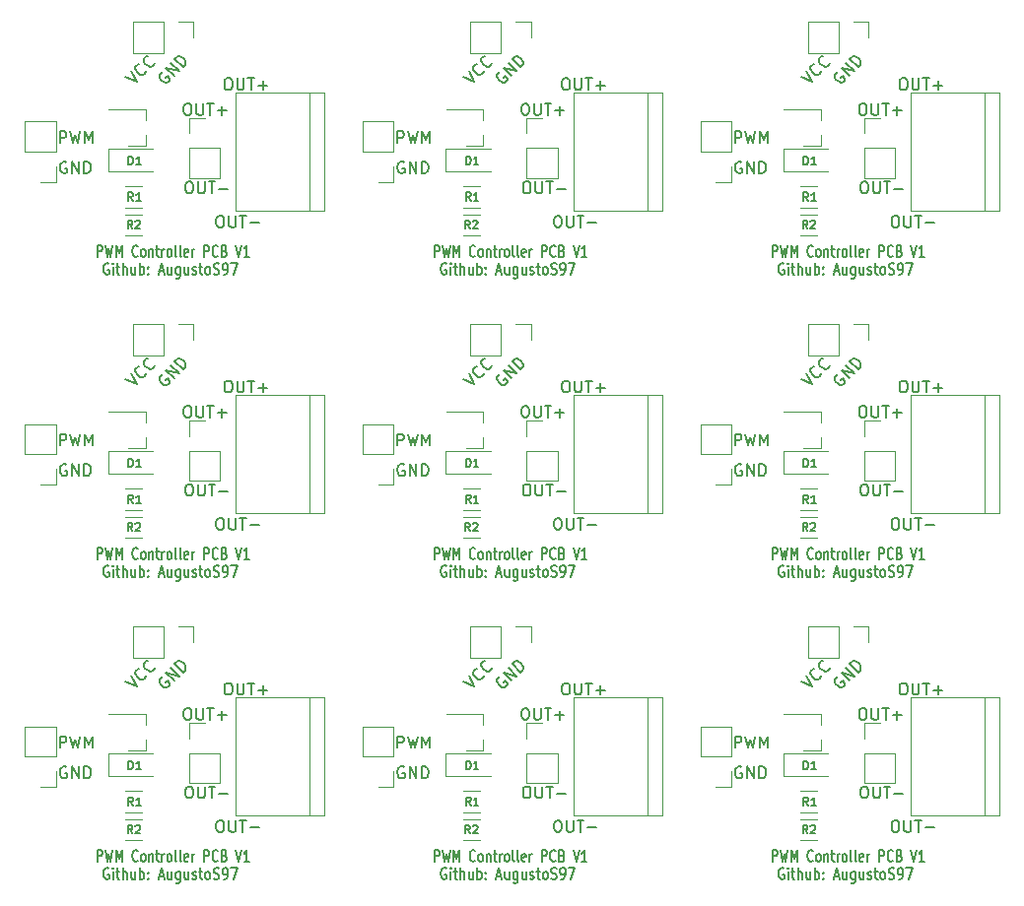
<source format=gto>
%MOIN*%
%OFA0B0*%
%FSLAX46Y46*%
%IPPOS*%
%LPD*%
%AMRoundRect*
4,1,4,
0.07874015748031496,0.11811023622047245,
0.15748031496062992,0.19685039370078741,
0.23622047244094491,0.27559055118110237,
0.31496062992125984,0.35433070866141736,
0.07874015748031496,0.11811023622047245,
0*
1,1,$1,$2,$3*
1,1,$1,$2,$3*
1,1,$1,$2,$3*
1,1,$1,$2,$3*
20,1,$1,$2,$3,$4,$5,0*
20,1,$1,$2,$3,$4,$5,0*
20,1,$1,$2,$3,$4,$5,0*
20,1,$1,$2,$3,$4,$5,0*%
%AMCOMP7*
4,1,3,
-0.015748031496062995,-0.024606299212598427,
0.015748031496062995,-0.024606299212598427,
0.015748031496062995,0.024606299212598427,
-0.015748031496062995,0.024606299212598427,
0*
4,1,19,
-0.015748031496062995,-0.014763779527559057,
-0.012706525645915873,-0.015245506729378409,
-0.0099627435797984935,-0.016643533519931621,
-0.0077852658033961877,-0.018821011296333928,
-0.0063872390128429787,-0.021564793362451307,
-0.0059055118110236228,-0.024606299212598427,
-0.006387239012842977,-0.027647805062745546,
-0.0077852658033961877,-0.030391587128862925,
-0.0099627435797984918,-0.032569064905265233,
-0.012706525645915873,-0.033967091695818442,
-0.015748031496062992,-0.034448818897637797,
-0.018789537346210118,-0.033967091695818442,
-0.02153331941232749,-0.032569064905265233,
-0.0237107971887298,-0.030391587128862928,
-0.025108823979283011,-0.027647805062745546,
-0.025590551181102365,-0.024606299212598427,
-0.025108823979283011,-0.021564793362451307,
-0.0237107971887298,-0.018821011296333928,
-0.021533319412327497,-0.016643533519931621,
-0.018789537346210118,-0.015245506729378409,
0*
4,1,19,
0.015748031496062995,-0.014763779527559057,
0.018789537346210115,-0.015245506729378409,
0.02153331941232749,-0.016643533519931621,
0.0237107971887298,-0.018821011296333928,
0.025108823979283011,-0.021564793362451307,
0.025590551181102365,-0.024606299212598427,
0.025108823979283011,-0.027647805062745546,
0.0237107971887298,-0.030391587128862925,
0.021533319412327497,-0.032569064905265233,
0.018789537346210115,-0.033967091695818442,
0.015748031496062995,-0.034448818897637797,
0.012706525645915871,-0.033967091695818442,
0.009962743579798497,-0.032569064905265233,
0.0077852658033961885,-0.030391587128862928,
0.0063872390128429787,-0.027647805062745546,
0.0059055118110236228,-0.024606299212598427,
0.006387239012842977,-0.021564793362451307,
0.0077852658033961868,-0.018821011296333928,
0.0099627435797984918,-0.016643533519931621,
0.012706525645915871,-0.015245506729378409,
0*
4,1,19,
0.015748031496062995,0.034448818897637797,
0.018789537346210115,0.033967091695818442,
0.02153331941232749,0.032569064905265233,
0.0237107971887298,0.030391587128862928,
0.025108823979283011,0.027647805062745546,
0.025590551181102365,0.024606299212598427,
0.025108823979283011,0.021564793362451307,
0.0237107971887298,0.018821011296333928,
0.021533319412327497,0.016643533519931621,
0.018789537346210115,0.015245506729378409,
0.015748031496062995,0.014763779527559057,
0.012706525645915871,0.015245506729378409,
0.009962743579798497,0.016643533519931621,
0.0077852658033961885,0.018821011296333925,
0.0063872390128429787,0.021564793362451307,
0.0059055118110236228,0.024606299212598427,
0.006387239012842977,0.027647805062745546,
0.0077852658033961868,0.030391587128862925,
0.0099627435797984918,0.032569064905265233,
0.012706525645915871,0.033967091695818442,
0*
4,1,19,
-0.015748031496062995,0.034448818897637797,
-0.012706525645915873,0.033967091695818442,
-0.0099627435797984935,0.032569064905265233,
-0.0077852658033961877,0.030391587128862928,
-0.0063872390128429787,0.027647805062745546,
-0.0059055118110236228,0.024606299212598427,
-0.006387239012842977,0.021564793362451307,
-0.0077852658033961877,0.018821011296333928,
-0.0099627435797984918,0.016643533519931621,
-0.012706525645915873,0.015245506729378409,
-0.015748031496062992,0.014763779527559057,
-0.018789537346210118,0.015245506729378409,
-0.02153331941232749,0.016643533519931621,
-0.0237107971887298,0.018821011296333925,
-0.025108823979283011,0.021564793362451307,
-0.025590551181102365,0.024606299212598427,
-0.025108823979283011,0.027647805062745546,
-0.0237107971887298,0.030391587128862925,
-0.021533319412327497,0.032569064905265233,
-0.018789537346210118,0.033967091695818442,
0*
4,1,3,
-0.015748031496062995,-0.034448818897637797,
-0.015748031496062995,-0.014763779527559057,
0.015748031496062995,-0.014763779527559057,
0.015748031496062995,-0.034448818897637797,
0*
4,1,3,
0.025590551181102365,-0.024606299212598427,
0.0059055118110236228,-0.024606299212598427,
0.0059055118110236228,0.024606299212598427,
0.025590551181102365,0.024606299212598427,
0*
4,1,3,
0.015748031496062995,0.034448818897637797,
0.015748031496062995,0.014763779527559057,
-0.015748031496062995,0.014763779527559057,
-0.015748031496062995,0.034448818897637797,
0*
4,1,3,
-0.025590551181102365,0.024606299212598427,
-0.0059055118110236228,0.024606299212598427,
-0.0059055118110236228,-0.024606299212598427,
-0.025590551181102365,-0.024606299212598427,
0*%
%AMCOMP8*
4,1,3,
0.015748031496062995,0.024606299212598427,
-0.015748031496062995,0.024606299212598427,
-0.015748031496062995,-0.024606299212598427,
0.015748031496062995,-0.024606299212598427,
0*
4,1,19,
0.015748031496062995,0.034448818897637797,
0.018789537346210115,0.033967091695818442,
0.02153331941232749,0.032569064905265233,
0.0237107971887298,0.030391587128862928,
0.025108823979283011,0.027647805062745546,
0.025590551181102365,0.024606299212598427,
0.025108823979283011,0.021564793362451307,
0.0237107971887298,0.018821011296333928,
0.021533319412327497,0.016643533519931621,
0.018789537346210115,0.015245506729378409,
0.015748031496062995,0.014763779527559057,
0.012706525645915871,0.015245506729378409,
0.009962743579798497,0.016643533519931621,
0.0077852658033961885,0.018821011296333925,
0.0063872390128429787,0.021564793362451307,
0.0059055118110236228,0.024606299212598427,
0.006387239012842977,0.027647805062745546,
0.0077852658033961868,0.030391587128862925,
0.0099627435797984918,0.032569064905265233,
0.012706525645915871,0.033967091695818442,
0*
4,1,19,
-0.015748031496062995,0.034448818897637797,
-0.012706525645915873,0.033967091695818442,
-0.0099627435797984935,0.032569064905265233,
-0.0077852658033961877,0.030391587128862928,
-0.0063872390128429787,0.027647805062745546,
-0.0059055118110236228,0.024606299212598427,
-0.006387239012842977,0.021564793362451307,
-0.0077852658033961877,0.018821011296333928,
-0.0099627435797984918,0.016643533519931621,
-0.012706525645915873,0.015245506729378409,
-0.015748031496062992,0.014763779527559057,
-0.018789537346210118,0.015245506729378409,
-0.02153331941232749,0.016643533519931621,
-0.0237107971887298,0.018821011296333925,
-0.025108823979283011,0.021564793362451307,
-0.025590551181102365,0.024606299212598427,
-0.025108823979283011,0.027647805062745546,
-0.0237107971887298,0.030391587128862925,
-0.021533319412327497,0.032569064905265233,
-0.018789537346210118,0.033967091695818442,
0*
4,1,19,
-0.015748031496062995,-0.014763779527559057,
-0.012706525645915873,-0.015245506729378409,
-0.0099627435797984935,-0.016643533519931621,
-0.0077852658033961877,-0.018821011296333928,
-0.0063872390128429787,-0.021564793362451307,
-0.0059055118110236228,-0.024606299212598427,
-0.006387239012842977,-0.027647805062745546,
-0.0077852658033961877,-0.030391587128862925,
-0.0099627435797984918,-0.032569064905265233,
-0.012706525645915873,-0.033967091695818442,
-0.015748031496062992,-0.034448818897637797,
-0.018789537346210118,-0.033967091695818442,
-0.02153331941232749,-0.032569064905265233,
-0.0237107971887298,-0.030391587128862928,
-0.025108823979283011,-0.027647805062745546,
-0.025590551181102365,-0.024606299212598427,
-0.025108823979283011,-0.021564793362451307,
-0.0237107971887298,-0.018821011296333928,
-0.021533319412327497,-0.016643533519931621,
-0.018789537346210118,-0.015245506729378409,
0*
4,1,19,
0.015748031496062995,-0.014763779527559057,
0.018789537346210115,-0.015245506729378409,
0.02153331941232749,-0.016643533519931621,
0.0237107971887298,-0.018821011296333928,
0.025108823979283011,-0.021564793362451307,
0.025590551181102365,-0.024606299212598427,
0.025108823979283011,-0.027647805062745546,
0.0237107971887298,-0.030391587128862925,
0.021533319412327497,-0.032569064905265233,
0.018789537346210115,-0.033967091695818442,
0.015748031496062995,-0.034448818897637797,
0.012706525645915871,-0.033967091695818442,
0.009962743579798497,-0.032569064905265233,
0.0077852658033961885,-0.030391587128862928,
0.0063872390128429787,-0.027647805062745546,
0.0059055118110236228,-0.024606299212598427,
0.006387239012842977,-0.021564793362451307,
0.0077852658033961868,-0.018821011296333928,
0.0099627435797984918,-0.016643533519931621,
0.012706525645915871,-0.015245506729378409,
0*
4,1,3,
0.015748031496062995,0.034448818897637797,
0.015748031496062995,0.014763779527559057,
-0.015748031496062995,0.014763779527559057,
-0.015748031496062995,0.034448818897637797,
0*
4,1,3,
-0.025590551181102365,0.024606299212598427,
-0.0059055118110236228,0.024606299212598427,
-0.0059055118110236228,-0.024606299212598427,
-0.025590551181102365,-0.024606299212598427,
0*
4,1,3,
-0.015748031496062995,-0.034448818897637797,
-0.015748031496062995,-0.014763779527559057,
0.015748031496062995,-0.014763779527559057,
0.015748031496062995,-0.034448818897637797,
0*
4,1,3,
0.025590551181102365,-0.024606299212598427,
0.0059055118110236228,-0.024606299212598427,
0.0059055118110236228,0.024606299212598427,
0.025590551181102365,0.024606299212598427,
0*%
%AMRoundRect0*
4,1,4,
0.07874015748031496,0.11811023622047245,
0.15748031496062992,0.19685039370078741,
0.23622047244094491,0.27559055118110237,
0.31496062992125984,0.35433070866141736,
0.07874015748031496,0.11811023622047245,
0*
1,1,$1,$2,$3*
1,1,$1,$2,$3*
1,1,$1,$2,$3*
1,1,$1,$2,$3*
20,1,$1,$2,$3,$4,$5,0*
20,1,$1,$2,$3,$4,$5,0*
20,1,$1,$2,$3,$4,$5,0*
20,1,$1,$2,$3,$4,$5,0*%
%AMCOMP150*
4,1,3,
-0.015748031496062995,-0.024606299212598427,
0.015748031496062995,-0.024606299212598427,
0.015748031496062995,0.024606299212598427,
-0.015748031496062995,0.024606299212598427,
0*
4,1,19,
-0.015748031496062995,-0.014763779527559057,
-0.012706525645915873,-0.015245506729378409,
-0.0099627435797984935,-0.016643533519931621,
-0.0077852658033961877,-0.018821011296333928,
-0.0063872390128429787,-0.021564793362451307,
-0.0059055118110236228,-0.024606299212598427,
-0.006387239012842977,-0.027647805062745546,
-0.0077852658033961877,-0.030391587128862925,
-0.0099627435797984918,-0.032569064905265233,
-0.012706525645915873,-0.033967091695818442,
-0.015748031496062992,-0.034448818897637797,
-0.018789537346210118,-0.033967091695818442,
-0.02153331941232749,-0.032569064905265233,
-0.0237107971887298,-0.030391587128862928,
-0.025108823979283011,-0.027647805062745546,
-0.025590551181102365,-0.024606299212598427,
-0.025108823979283011,-0.021564793362451307,
-0.0237107971887298,-0.018821011296333928,
-0.021533319412327497,-0.016643533519931621,
-0.018789537346210118,-0.015245506729378409,
0*
4,1,19,
0.015748031496062995,-0.014763779527559057,
0.018789537346210115,-0.015245506729378409,
0.02153331941232749,-0.016643533519931621,
0.0237107971887298,-0.018821011296333928,
0.025108823979283011,-0.021564793362451307,
0.025590551181102365,-0.024606299212598427,
0.025108823979283011,-0.027647805062745546,
0.0237107971887298,-0.030391587128862925,
0.021533319412327497,-0.032569064905265233,
0.018789537346210115,-0.033967091695818442,
0.015748031496062995,-0.034448818897637797,
0.012706525645915871,-0.033967091695818442,
0.009962743579798497,-0.032569064905265233,
0.0077852658033961885,-0.030391587128862928,
0.0063872390128429787,-0.027647805062745546,
0.0059055118110236228,-0.024606299212598427,
0.006387239012842977,-0.021564793362451307,
0.0077852658033961868,-0.018821011296333928,
0.0099627435797984918,-0.016643533519931621,
0.012706525645915871,-0.015245506729378409,
0*
4,1,19,
0.015748031496062995,0.034448818897637797,
0.018789537346210115,0.033967091695818442,
0.02153331941232749,0.032569064905265233,
0.0237107971887298,0.030391587128862928,
0.025108823979283011,0.027647805062745546,
0.025590551181102365,0.024606299212598427,
0.025108823979283011,0.021564793362451307,
0.0237107971887298,0.018821011296333928,
0.021533319412327497,0.016643533519931621,
0.018789537346210115,0.015245506729378409,
0.015748031496062995,0.014763779527559057,
0.012706525645915871,0.015245506729378409,
0.009962743579798497,0.016643533519931621,
0.0077852658033961885,0.018821011296333925,
0.0063872390128429787,0.021564793362451307,
0.0059055118110236228,0.024606299212598427,
0.006387239012842977,0.027647805062745546,
0.0077852658033961868,0.030391587128862925,
0.0099627435797984918,0.032569064905265233,
0.012706525645915871,0.033967091695818442,
0*
4,1,19,
-0.015748031496062995,0.034448818897637797,
-0.012706525645915873,0.033967091695818442,
-0.0099627435797984935,0.032569064905265233,
-0.0077852658033961877,0.030391587128862928,
-0.0063872390128429787,0.027647805062745546,
-0.0059055118110236228,0.024606299212598427,
-0.006387239012842977,0.021564793362451307,
-0.0077852658033961877,0.018821011296333928,
-0.0099627435797984918,0.016643533519931621,
-0.012706525645915873,0.015245506729378409,
-0.015748031496062992,0.014763779527559057,
-0.018789537346210118,0.015245506729378409,
-0.02153331941232749,0.016643533519931621,
-0.0237107971887298,0.018821011296333925,
-0.025108823979283011,0.021564793362451307,
-0.025590551181102365,0.024606299212598427,
-0.025108823979283011,0.027647805062745546,
-0.0237107971887298,0.030391587128862925,
-0.021533319412327497,0.032569064905265233,
-0.018789537346210118,0.033967091695818442,
0*
4,1,3,
-0.015748031496062995,-0.034448818897637797,
-0.015748031496062995,-0.014763779527559057,
0.015748031496062995,-0.014763779527559057,
0.015748031496062995,-0.034448818897637797,
0*
4,1,3,
0.025590551181102365,-0.024606299212598427,
0.0059055118110236228,-0.024606299212598427,
0.0059055118110236228,0.024606299212598427,
0.025590551181102365,0.024606299212598427,
0*
4,1,3,
0.015748031496062995,0.034448818897637797,
0.015748031496062995,0.014763779527559057,
-0.015748031496062995,0.014763779527559057,
-0.015748031496062995,0.034448818897637797,
0*
4,1,3,
-0.025590551181102365,0.024606299212598427,
-0.0059055118110236228,0.024606299212598427,
-0.0059055118110236228,-0.024606299212598427,
-0.025590551181102365,-0.024606299212598427,
0*%
%AMCOMP160*
4,1,3,
0.015748031496062995,0.024606299212598427,
-0.015748031496062995,0.024606299212598427,
-0.015748031496062995,-0.024606299212598427,
0.015748031496062995,-0.024606299212598427,
0*
4,1,19,
0.015748031496062995,0.034448818897637797,
0.018789537346210115,0.033967091695818442,
0.02153331941232749,0.032569064905265233,
0.0237107971887298,0.030391587128862928,
0.025108823979283011,0.027647805062745546,
0.025590551181102365,0.024606299212598427,
0.025108823979283011,0.021564793362451307,
0.0237107971887298,0.018821011296333928,
0.021533319412327497,0.016643533519931621,
0.018789537346210115,0.015245506729378409,
0.015748031496062995,0.014763779527559057,
0.012706525645915871,0.015245506729378409,
0.009962743579798497,0.016643533519931621,
0.0077852658033961885,0.018821011296333925,
0.0063872390128429787,0.021564793362451307,
0.0059055118110236228,0.024606299212598427,
0.006387239012842977,0.027647805062745546,
0.0077852658033961868,0.030391587128862925,
0.0099627435797984918,0.032569064905265233,
0.012706525645915871,0.033967091695818442,
0*
4,1,19,
-0.015748031496062995,0.034448818897637797,
-0.012706525645915873,0.033967091695818442,
-0.0099627435797984935,0.032569064905265233,
-0.0077852658033961877,0.030391587128862928,
-0.0063872390128429787,0.027647805062745546,
-0.0059055118110236228,0.024606299212598427,
-0.006387239012842977,0.021564793362451307,
-0.0077852658033961877,0.018821011296333928,
-0.0099627435797984918,0.016643533519931621,
-0.012706525645915873,0.015245506729378409,
-0.015748031496062992,0.014763779527559057,
-0.018789537346210118,0.015245506729378409,
-0.02153331941232749,0.016643533519931621,
-0.0237107971887298,0.018821011296333925,
-0.025108823979283011,0.021564793362451307,
-0.025590551181102365,0.024606299212598427,
-0.025108823979283011,0.027647805062745546,
-0.0237107971887298,0.030391587128862925,
-0.021533319412327497,0.032569064905265233,
-0.018789537346210118,0.033967091695818442,
0*
4,1,19,
-0.015748031496062995,-0.014763779527559057,
-0.012706525645915873,-0.015245506729378409,
-0.0099627435797984935,-0.016643533519931621,
-0.0077852658033961877,-0.018821011296333928,
-0.0063872390128429787,-0.021564793362451307,
-0.0059055118110236228,-0.024606299212598427,
-0.006387239012842977,-0.027647805062745546,
-0.0077852658033961877,-0.030391587128862925,
-0.0099627435797984918,-0.032569064905265233,
-0.012706525645915873,-0.033967091695818442,
-0.015748031496062992,-0.034448818897637797,
-0.018789537346210118,-0.033967091695818442,
-0.02153331941232749,-0.032569064905265233,
-0.0237107971887298,-0.030391587128862928,
-0.025108823979283011,-0.027647805062745546,
-0.025590551181102365,-0.024606299212598427,
-0.025108823979283011,-0.021564793362451307,
-0.0237107971887298,-0.018821011296333928,
-0.021533319412327497,-0.016643533519931621,
-0.018789537346210118,-0.015245506729378409,
0*
4,1,19,
0.015748031496062995,-0.014763779527559057,
0.018789537346210115,-0.015245506729378409,
0.02153331941232749,-0.016643533519931621,
0.0237107971887298,-0.018821011296333928,
0.025108823979283011,-0.021564793362451307,
0.025590551181102365,-0.024606299212598427,
0.025108823979283011,-0.027647805062745546,
0.0237107971887298,-0.030391587128862925,
0.021533319412327497,-0.032569064905265233,
0.018789537346210115,-0.033967091695818442,
0.015748031496062995,-0.034448818897637797,
0.012706525645915871,-0.033967091695818442,
0.009962743579798497,-0.032569064905265233,
0.0077852658033961885,-0.030391587128862928,
0.0063872390128429787,-0.027647805062745546,
0.0059055118110236228,-0.024606299212598427,
0.006387239012842977,-0.021564793362451307,
0.0077852658033961868,-0.018821011296333928,
0.0099627435797984918,-0.016643533519931621,
0.012706525645915871,-0.015245506729378409,
0*
4,1,3,
0.015748031496062995,0.034448818897637797,
0.015748031496062995,0.014763779527559057,
-0.015748031496062995,0.014763779527559057,
-0.015748031496062995,0.034448818897637797,
0*
4,1,3,
-0.025590551181102365,0.024606299212598427,
-0.0059055118110236228,0.024606299212598427,
-0.0059055118110236228,-0.024606299212598427,
-0.025590551181102365,-0.024606299212598427,
0*
4,1,3,
-0.015748031496062995,-0.034448818897637797,
-0.015748031496062995,-0.014763779527559057,
0.015748031496062995,-0.014763779527559057,
0.015748031496062995,-0.034448818897637797,
0*
4,1,3,
0.025590551181102365,-0.024606299212598427,
0.0059055118110236228,-0.024606299212598427,
0.0059055118110236228,0.024606299212598427,
0.025590551181102365,0.024606299212598427,
0*%
%AMRoundRect1*
4,1,4,
0.07874015748031496,0.11811023622047245,
0.15748031496062992,0.19685039370078741,
0.23622047244094491,0.27559055118110237,
0.31496062992125984,0.35433070866141736,
0.07874015748031496,0.11811023622047245,
0*
1,1,$1,$2,$3*
1,1,$1,$2,$3*
1,1,$1,$2,$3*
1,1,$1,$2,$3*
20,1,$1,$2,$3,$4,$5,0*
20,1,$1,$2,$3,$4,$5,0*
20,1,$1,$2,$3,$4,$5,0*
20,1,$1,$2,$3,$4,$5,0*%
%AMCOMP230*
4,1,3,
-0.015748031496062995,-0.024606299212598427,
0.015748031496062995,-0.024606299212598427,
0.015748031496062995,0.024606299212598427,
-0.015748031496062995,0.024606299212598427,
0*
4,1,19,
-0.015748031496062995,-0.014763779527559057,
-0.012706525645915873,-0.015245506729378409,
-0.0099627435797984935,-0.016643533519931621,
-0.0077852658033961877,-0.018821011296333928,
-0.0063872390128429787,-0.021564793362451307,
-0.0059055118110236228,-0.024606299212598427,
-0.006387239012842977,-0.027647805062745546,
-0.0077852658033961877,-0.030391587128862925,
-0.0099627435797984918,-0.032569064905265233,
-0.012706525645915873,-0.033967091695818442,
-0.015748031496062992,-0.034448818897637797,
-0.018789537346210118,-0.033967091695818442,
-0.02153331941232749,-0.032569064905265233,
-0.0237107971887298,-0.030391587128862928,
-0.025108823979283011,-0.027647805062745546,
-0.025590551181102365,-0.024606299212598427,
-0.025108823979283011,-0.021564793362451307,
-0.0237107971887298,-0.018821011296333928,
-0.021533319412327497,-0.016643533519931621,
-0.018789537346210118,-0.015245506729378409,
0*
4,1,19,
0.015748031496062995,-0.014763779527559057,
0.018789537346210115,-0.015245506729378409,
0.02153331941232749,-0.016643533519931621,
0.0237107971887298,-0.018821011296333928,
0.025108823979283011,-0.021564793362451307,
0.025590551181102365,-0.024606299212598427,
0.025108823979283011,-0.027647805062745546,
0.0237107971887298,-0.030391587128862925,
0.021533319412327497,-0.032569064905265233,
0.018789537346210115,-0.033967091695818442,
0.015748031496062995,-0.034448818897637797,
0.012706525645915871,-0.033967091695818442,
0.009962743579798497,-0.032569064905265233,
0.0077852658033961885,-0.030391587128862928,
0.0063872390128429787,-0.027647805062745546,
0.0059055118110236228,-0.024606299212598427,
0.006387239012842977,-0.021564793362451307,
0.0077852658033961868,-0.018821011296333928,
0.0099627435797984918,-0.016643533519931621,
0.012706525645915871,-0.015245506729378409,
0*
4,1,19,
0.015748031496062995,0.034448818897637797,
0.018789537346210115,0.033967091695818442,
0.02153331941232749,0.032569064905265233,
0.0237107971887298,0.030391587128862928,
0.025108823979283011,0.027647805062745546,
0.025590551181102365,0.024606299212598427,
0.025108823979283011,0.021564793362451307,
0.0237107971887298,0.018821011296333928,
0.021533319412327497,0.016643533519931621,
0.018789537346210115,0.015245506729378409,
0.015748031496062995,0.014763779527559057,
0.012706525645915871,0.015245506729378409,
0.009962743579798497,0.016643533519931621,
0.0077852658033961885,0.018821011296333925,
0.0063872390128429787,0.021564793362451307,
0.0059055118110236228,0.024606299212598427,
0.006387239012842977,0.027647805062745546,
0.0077852658033961868,0.030391587128862925,
0.0099627435797984918,0.032569064905265233,
0.012706525645915871,0.033967091695818442,
0*
4,1,19,
-0.015748031496062995,0.034448818897637797,
-0.012706525645915873,0.033967091695818442,
-0.0099627435797984935,0.032569064905265233,
-0.0077852658033961877,0.030391587128862928,
-0.0063872390128429787,0.027647805062745546,
-0.0059055118110236228,0.024606299212598427,
-0.006387239012842977,0.021564793362451307,
-0.0077852658033961877,0.018821011296333928,
-0.0099627435797984918,0.016643533519931621,
-0.012706525645915873,0.015245506729378409,
-0.015748031496062992,0.014763779527559057,
-0.018789537346210118,0.015245506729378409,
-0.02153331941232749,0.016643533519931621,
-0.0237107971887298,0.018821011296333925,
-0.025108823979283011,0.021564793362451307,
-0.025590551181102365,0.024606299212598427,
-0.025108823979283011,0.027647805062745546,
-0.0237107971887298,0.030391587128862925,
-0.021533319412327497,0.032569064905265233,
-0.018789537346210118,0.033967091695818442,
0*
4,1,3,
-0.015748031496062995,-0.034448818897637797,
-0.015748031496062995,-0.014763779527559057,
0.015748031496062995,-0.014763779527559057,
0.015748031496062995,-0.034448818897637797,
0*
4,1,3,
0.025590551181102365,-0.024606299212598427,
0.0059055118110236228,-0.024606299212598427,
0.0059055118110236228,0.024606299212598427,
0.025590551181102365,0.024606299212598427,
0*
4,1,3,
0.015748031496062995,0.034448818897637797,
0.015748031496062995,0.014763779527559057,
-0.015748031496062995,0.014763779527559057,
-0.015748031496062995,0.034448818897637797,
0*
4,1,3,
-0.025590551181102365,0.024606299212598427,
-0.0059055118110236228,0.024606299212598427,
-0.0059055118110236228,-0.024606299212598427,
-0.025590551181102365,-0.024606299212598427,
0*%
%AMCOMP240*
4,1,3,
0.015748031496062995,0.024606299212598427,
-0.015748031496062995,0.024606299212598427,
-0.015748031496062995,-0.024606299212598427,
0.015748031496062995,-0.024606299212598427,
0*
4,1,19,
0.015748031496062995,0.034448818897637797,
0.018789537346210115,0.033967091695818442,
0.02153331941232749,0.032569064905265233,
0.0237107971887298,0.030391587128862928,
0.025108823979283011,0.027647805062745546,
0.025590551181102365,0.024606299212598427,
0.025108823979283011,0.021564793362451307,
0.0237107971887298,0.018821011296333928,
0.021533319412327497,0.016643533519931621,
0.018789537346210115,0.015245506729378409,
0.015748031496062995,0.014763779527559057,
0.012706525645915871,0.015245506729378409,
0.009962743579798497,0.016643533519931621,
0.0077852658033961885,0.018821011296333925,
0.0063872390128429787,0.021564793362451307,
0.0059055118110236228,0.024606299212598427,
0.006387239012842977,0.027647805062745546,
0.0077852658033961868,0.030391587128862925,
0.0099627435797984918,0.032569064905265233,
0.012706525645915871,0.033967091695818442,
0*
4,1,19,
-0.015748031496062995,0.034448818897637797,
-0.012706525645915873,0.033967091695818442,
-0.0099627435797984935,0.032569064905265233,
-0.0077852658033961877,0.030391587128862928,
-0.0063872390128429787,0.027647805062745546,
-0.0059055118110236228,0.024606299212598427,
-0.006387239012842977,0.021564793362451307,
-0.0077852658033961877,0.018821011296333928,
-0.0099627435797984918,0.016643533519931621,
-0.012706525645915873,0.015245506729378409,
-0.015748031496062992,0.014763779527559057,
-0.018789537346210118,0.015245506729378409,
-0.02153331941232749,0.016643533519931621,
-0.0237107971887298,0.018821011296333925,
-0.025108823979283011,0.021564793362451307,
-0.025590551181102365,0.024606299212598427,
-0.025108823979283011,0.027647805062745546,
-0.0237107971887298,0.030391587128862925,
-0.021533319412327497,0.032569064905265233,
-0.018789537346210118,0.033967091695818442,
0*
4,1,19,
-0.015748031496062995,-0.014763779527559057,
-0.012706525645915873,-0.015245506729378409,
-0.0099627435797984935,-0.016643533519931621,
-0.0077852658033961877,-0.018821011296333928,
-0.0063872390128429787,-0.021564793362451307,
-0.0059055118110236228,-0.024606299212598427,
-0.006387239012842977,-0.027647805062745546,
-0.0077852658033961877,-0.030391587128862925,
-0.0099627435797984918,-0.032569064905265233,
-0.012706525645915873,-0.033967091695818442,
-0.015748031496062992,-0.034448818897637797,
-0.018789537346210118,-0.033967091695818442,
-0.02153331941232749,-0.032569064905265233,
-0.0237107971887298,-0.030391587128862928,
-0.025108823979283011,-0.027647805062745546,
-0.025590551181102365,-0.024606299212598427,
-0.025108823979283011,-0.021564793362451307,
-0.0237107971887298,-0.018821011296333928,
-0.021533319412327497,-0.016643533519931621,
-0.018789537346210118,-0.015245506729378409,
0*
4,1,19,
0.015748031496062995,-0.014763779527559057,
0.018789537346210115,-0.015245506729378409,
0.02153331941232749,-0.016643533519931621,
0.0237107971887298,-0.018821011296333928,
0.025108823979283011,-0.021564793362451307,
0.025590551181102365,-0.024606299212598427,
0.025108823979283011,-0.027647805062745546,
0.0237107971887298,-0.030391587128862925,
0.021533319412327497,-0.032569064905265233,
0.018789537346210115,-0.033967091695818442,
0.015748031496062995,-0.034448818897637797,
0.012706525645915871,-0.033967091695818442,
0.009962743579798497,-0.032569064905265233,
0.0077852658033961885,-0.030391587128862928,
0.0063872390128429787,-0.027647805062745546,
0.0059055118110236228,-0.024606299212598427,
0.006387239012842977,-0.021564793362451307,
0.0077852658033961868,-0.018821011296333928,
0.0099627435797984918,-0.016643533519931621,
0.012706525645915871,-0.015245506729378409,
0*
4,1,3,
0.015748031496062995,0.034448818897637797,
0.015748031496062995,0.014763779527559057,
-0.015748031496062995,0.014763779527559057,
-0.015748031496062995,0.034448818897637797,
0*
4,1,3,
-0.025590551181102365,0.024606299212598427,
-0.0059055118110236228,0.024606299212598427,
-0.0059055118110236228,-0.024606299212598427,
-0.025590551181102365,-0.024606299212598427,
0*
4,1,3,
-0.015748031496062995,-0.034448818897637797,
-0.015748031496062995,-0.014763779527559057,
0.015748031496062995,-0.014763779527559057,
0.015748031496062995,-0.034448818897637797,
0*
4,1,3,
0.025590551181102365,-0.024606299212598427,
0.0059055118110236228,-0.024606299212598427,
0.0059055118110236228,0.024606299212598427,
0.025590551181102365,0.024606299212598427,
0*%
%AMRoundRect0*
4,1,4,
0.07874015748031496,0.11811023622047245,
0.15748031496062992,0.19685039370078741,
0.23622047244094491,0.27559055118110237,
0.31496062992125984,0.35433070866141736,
0.07874015748031496,0.11811023622047245,
0*
1,1,$1,$2,$3*
1,1,$1,$2,$3*
1,1,$1,$2,$3*
1,1,$1,$2,$3*
20,1,$1,$2,$3,$4,$5,0*
20,1,$1,$2,$3,$4,$5,0*
20,1,$1,$2,$3,$4,$5,0*
20,1,$1,$2,$3,$4,$5,0*%
%AMCOMP310*
4,1,3,
-0.015748031496062995,-0.024606299212598427,
0.015748031496062995,-0.024606299212598427,
0.015748031496062995,0.024606299212598427,
-0.015748031496062995,0.024606299212598427,
0*
4,1,19,
-0.015748031496062995,-0.014763779527559057,
-0.012706525645915873,-0.015245506729378409,
-0.0099627435797984935,-0.016643533519931621,
-0.0077852658033961877,-0.018821011296333928,
-0.0063872390128429787,-0.021564793362451307,
-0.0059055118110236228,-0.024606299212598427,
-0.006387239012842977,-0.027647805062745546,
-0.0077852658033961877,-0.030391587128862925,
-0.0099627435797984918,-0.032569064905265233,
-0.012706525645915873,-0.033967091695818442,
-0.015748031496062992,-0.034448818897637797,
-0.018789537346210118,-0.033967091695818442,
-0.02153331941232749,-0.032569064905265233,
-0.0237107971887298,-0.030391587128862928,
-0.025108823979283011,-0.027647805062745546,
-0.025590551181102365,-0.024606299212598427,
-0.025108823979283011,-0.021564793362451307,
-0.0237107971887298,-0.018821011296333928,
-0.021533319412327497,-0.016643533519931621,
-0.018789537346210118,-0.015245506729378409,
0*
4,1,19,
0.015748031496062995,-0.014763779527559057,
0.018789537346210115,-0.015245506729378409,
0.02153331941232749,-0.016643533519931621,
0.0237107971887298,-0.018821011296333928,
0.025108823979283011,-0.021564793362451307,
0.025590551181102365,-0.024606299212598427,
0.025108823979283011,-0.027647805062745546,
0.0237107971887298,-0.030391587128862925,
0.021533319412327497,-0.032569064905265233,
0.018789537346210115,-0.033967091695818442,
0.015748031496062995,-0.034448818897637797,
0.012706525645915871,-0.033967091695818442,
0.009962743579798497,-0.032569064905265233,
0.0077852658033961885,-0.030391587128862928,
0.0063872390128429787,-0.027647805062745546,
0.0059055118110236228,-0.024606299212598427,
0.006387239012842977,-0.021564793362451307,
0.0077852658033961868,-0.018821011296333928,
0.0099627435797984918,-0.016643533519931621,
0.012706525645915871,-0.015245506729378409,
0*
4,1,19,
0.015748031496062995,0.034448818897637797,
0.018789537346210115,0.033967091695818442,
0.02153331941232749,0.032569064905265233,
0.0237107971887298,0.030391587128862928,
0.025108823979283011,0.027647805062745546,
0.025590551181102365,0.024606299212598427,
0.025108823979283011,0.021564793362451307,
0.0237107971887298,0.018821011296333928,
0.021533319412327497,0.016643533519931621,
0.018789537346210115,0.015245506729378409,
0.015748031496062995,0.014763779527559057,
0.012706525645915871,0.015245506729378409,
0.009962743579798497,0.016643533519931621,
0.0077852658033961885,0.018821011296333925,
0.0063872390128429787,0.021564793362451307,
0.0059055118110236228,0.024606299212598427,
0.006387239012842977,0.027647805062745546,
0.0077852658033961868,0.030391587128862925,
0.0099627435797984918,0.032569064905265233,
0.012706525645915871,0.033967091695818442,
0*
4,1,19,
-0.015748031496062995,0.034448818897637797,
-0.012706525645915873,0.033967091695818442,
-0.0099627435797984935,0.032569064905265233,
-0.0077852658033961877,0.030391587128862928,
-0.0063872390128429787,0.027647805062745546,
-0.0059055118110236228,0.024606299212598427,
-0.006387239012842977,0.021564793362451307,
-0.0077852658033961877,0.018821011296333928,
-0.0099627435797984918,0.016643533519931621,
-0.012706525645915873,0.015245506729378409,
-0.015748031496062992,0.014763779527559057,
-0.018789537346210118,0.015245506729378409,
-0.02153331941232749,0.016643533519931621,
-0.0237107971887298,0.018821011296333925,
-0.025108823979283011,0.021564793362451307,
-0.025590551181102365,0.024606299212598427,
-0.025108823979283011,0.027647805062745546,
-0.0237107971887298,0.030391587128862925,
-0.021533319412327497,0.032569064905265233,
-0.018789537346210118,0.033967091695818442,
0*
4,1,3,
-0.015748031496062995,-0.034448818897637797,
-0.015748031496062995,-0.014763779527559057,
0.015748031496062995,-0.014763779527559057,
0.015748031496062995,-0.034448818897637797,
0*
4,1,3,
0.025590551181102365,-0.024606299212598427,
0.0059055118110236228,-0.024606299212598427,
0.0059055118110236228,0.024606299212598427,
0.025590551181102365,0.024606299212598427,
0*
4,1,3,
0.015748031496062995,0.034448818897637797,
0.015748031496062995,0.014763779527559057,
-0.015748031496062995,0.014763779527559057,
-0.015748031496062995,0.034448818897637797,
0*
4,1,3,
-0.025590551181102365,0.024606299212598427,
-0.0059055118110236228,0.024606299212598427,
-0.0059055118110236228,-0.024606299212598427,
-0.025590551181102365,-0.024606299212598427,
0*%
%AMCOMP320*
4,1,3,
0.015748031496062995,0.024606299212598427,
-0.015748031496062995,0.024606299212598427,
-0.015748031496062995,-0.024606299212598427,
0.015748031496062995,-0.024606299212598427,
0*
4,1,19,
0.015748031496062995,0.034448818897637797,
0.018789537346210115,0.033967091695818442,
0.02153331941232749,0.032569064905265233,
0.0237107971887298,0.030391587128862928,
0.025108823979283011,0.027647805062745546,
0.025590551181102365,0.024606299212598427,
0.025108823979283011,0.021564793362451307,
0.0237107971887298,0.018821011296333928,
0.021533319412327497,0.016643533519931621,
0.018789537346210115,0.015245506729378409,
0.015748031496062995,0.014763779527559057,
0.012706525645915871,0.015245506729378409,
0.009962743579798497,0.016643533519931621,
0.0077852658033961885,0.018821011296333925,
0.0063872390128429787,0.021564793362451307,
0.0059055118110236228,0.024606299212598427,
0.006387239012842977,0.027647805062745546,
0.0077852658033961868,0.030391587128862925,
0.0099627435797984918,0.032569064905265233,
0.012706525645915871,0.033967091695818442,
0*
4,1,19,
-0.015748031496062995,0.034448818897637797,
-0.012706525645915873,0.033967091695818442,
-0.0099627435797984935,0.032569064905265233,
-0.0077852658033961877,0.030391587128862928,
-0.0063872390128429787,0.027647805062745546,
-0.0059055118110236228,0.024606299212598427,
-0.006387239012842977,0.021564793362451307,
-0.0077852658033961877,0.018821011296333928,
-0.0099627435797984918,0.016643533519931621,
-0.012706525645915873,0.015245506729378409,
-0.015748031496062992,0.014763779527559057,
-0.018789537346210118,0.015245506729378409,
-0.02153331941232749,0.016643533519931621,
-0.0237107971887298,0.018821011296333925,
-0.025108823979283011,0.021564793362451307,
-0.025590551181102365,0.024606299212598427,
-0.025108823979283011,0.027647805062745546,
-0.0237107971887298,0.030391587128862925,
-0.021533319412327497,0.032569064905265233,
-0.018789537346210118,0.033967091695818442,
0*
4,1,19,
-0.015748031496062995,-0.014763779527559057,
-0.012706525645915873,-0.015245506729378409,
-0.0099627435797984935,-0.016643533519931621,
-0.0077852658033961877,-0.018821011296333928,
-0.0063872390128429787,-0.021564793362451307,
-0.0059055118110236228,-0.024606299212598427,
-0.006387239012842977,-0.027647805062745546,
-0.0077852658033961877,-0.030391587128862925,
-0.0099627435797984918,-0.032569064905265233,
-0.012706525645915873,-0.033967091695818442,
-0.015748031496062992,-0.034448818897637797,
-0.018789537346210118,-0.033967091695818442,
-0.02153331941232749,-0.032569064905265233,
-0.0237107971887298,-0.030391587128862928,
-0.025108823979283011,-0.027647805062745546,
-0.025590551181102365,-0.024606299212598427,
-0.025108823979283011,-0.021564793362451307,
-0.0237107971887298,-0.018821011296333928,
-0.021533319412327497,-0.016643533519931621,
-0.018789537346210118,-0.015245506729378409,
0*
4,1,19,
0.015748031496062995,-0.014763779527559057,
0.018789537346210115,-0.015245506729378409,
0.02153331941232749,-0.016643533519931621,
0.0237107971887298,-0.018821011296333928,
0.025108823979283011,-0.021564793362451307,
0.025590551181102365,-0.024606299212598427,
0.025108823979283011,-0.027647805062745546,
0.0237107971887298,-0.030391587128862925,
0.021533319412327497,-0.032569064905265233,
0.018789537346210115,-0.033967091695818442,
0.015748031496062995,-0.034448818897637797,
0.012706525645915871,-0.033967091695818442,
0.009962743579798497,-0.032569064905265233,
0.0077852658033961885,-0.030391587128862928,
0.0063872390128429787,-0.027647805062745546,
0.0059055118110236228,-0.024606299212598427,
0.006387239012842977,-0.021564793362451307,
0.0077852658033961868,-0.018821011296333928,
0.0099627435797984918,-0.016643533519931621,
0.012706525645915871,-0.015245506729378409,
0*
4,1,3,
0.015748031496062995,0.034448818897637797,
0.015748031496062995,0.014763779527559057,
-0.015748031496062995,0.014763779527559057,
-0.015748031496062995,0.034448818897637797,
0*
4,1,3,
-0.025590551181102365,0.024606299212598427,
-0.0059055118110236228,0.024606299212598427,
-0.0059055118110236228,-0.024606299212598427,
-0.025590551181102365,-0.024606299212598427,
0*
4,1,3,
-0.015748031496062995,-0.034448818897637797,
-0.015748031496062995,-0.014763779527559057,
0.015748031496062995,-0.014763779527559057,
0.015748031496062995,-0.034448818897637797,
0*
4,1,3,
0.025590551181102365,-0.024606299212598427,
0.0059055118110236228,-0.024606299212598427,
0.0059055118110236228,0.024606299212598427,
0.025590551181102365,0.024606299212598427,
0*%
%AMRoundRect1*
4,1,4,
0.07874015748031496,0.11811023622047245,
0.15748031496062992,0.19685039370078741,
0.23622047244094491,0.27559055118110237,
0.31496062992125984,0.35433070866141736,
0.07874015748031496,0.11811023622047245,
0*
1,1,$1,$2,$3*
1,1,$1,$2,$3*
1,1,$1,$2,$3*
1,1,$1,$2,$3*
20,1,$1,$2,$3,$4,$5,0*
20,1,$1,$2,$3,$4,$5,0*
20,1,$1,$2,$3,$4,$5,0*
20,1,$1,$2,$3,$4,$5,0*%
%AMCOMP390*
4,1,3,
-0.015748031496062995,-0.024606299212598427,
0.015748031496062995,-0.024606299212598427,
0.015748031496062995,0.024606299212598427,
-0.015748031496062995,0.024606299212598427,
0*
4,1,19,
-0.015748031496062995,-0.014763779527559057,
-0.012706525645915873,-0.015245506729378409,
-0.0099627435797984935,-0.016643533519931621,
-0.0077852658033961877,-0.018821011296333928,
-0.0063872390128429787,-0.021564793362451307,
-0.0059055118110236228,-0.024606299212598427,
-0.006387239012842977,-0.027647805062745546,
-0.0077852658033961877,-0.030391587128862925,
-0.0099627435797984918,-0.032569064905265233,
-0.012706525645915873,-0.033967091695818442,
-0.015748031496062992,-0.034448818897637797,
-0.018789537346210118,-0.033967091695818442,
-0.02153331941232749,-0.032569064905265233,
-0.0237107971887298,-0.030391587128862928,
-0.025108823979283011,-0.027647805062745546,
-0.025590551181102365,-0.024606299212598427,
-0.025108823979283011,-0.021564793362451307,
-0.0237107971887298,-0.018821011296333928,
-0.021533319412327497,-0.016643533519931621,
-0.018789537346210118,-0.015245506729378409,
0*
4,1,19,
0.015748031496062995,-0.014763779527559057,
0.018789537346210115,-0.015245506729378409,
0.02153331941232749,-0.016643533519931621,
0.0237107971887298,-0.018821011296333928,
0.025108823979283011,-0.021564793362451307,
0.025590551181102365,-0.024606299212598427,
0.025108823979283011,-0.027647805062745546,
0.0237107971887298,-0.030391587128862925,
0.021533319412327497,-0.032569064905265233,
0.018789537346210115,-0.033967091695818442,
0.015748031496062995,-0.034448818897637797,
0.012706525645915871,-0.033967091695818442,
0.009962743579798497,-0.032569064905265233,
0.0077852658033961885,-0.030391587128862928,
0.0063872390128429787,-0.027647805062745546,
0.0059055118110236228,-0.024606299212598427,
0.006387239012842977,-0.021564793362451307,
0.0077852658033961868,-0.018821011296333928,
0.0099627435797984918,-0.016643533519931621,
0.012706525645915871,-0.015245506729378409,
0*
4,1,19,
0.015748031496062995,0.034448818897637797,
0.018789537346210115,0.033967091695818442,
0.02153331941232749,0.032569064905265233,
0.0237107971887298,0.030391587128862928,
0.025108823979283011,0.027647805062745546,
0.025590551181102365,0.024606299212598427,
0.025108823979283011,0.021564793362451307,
0.0237107971887298,0.018821011296333928,
0.021533319412327497,0.016643533519931621,
0.018789537346210115,0.015245506729378409,
0.015748031496062995,0.014763779527559057,
0.012706525645915871,0.015245506729378409,
0.009962743579798497,0.016643533519931621,
0.0077852658033961885,0.018821011296333925,
0.0063872390128429787,0.021564793362451307,
0.0059055118110236228,0.024606299212598427,
0.006387239012842977,0.027647805062745546,
0.0077852658033961868,0.030391587128862925,
0.0099627435797984918,0.032569064905265233,
0.012706525645915871,0.033967091695818442,
0*
4,1,19,
-0.015748031496062995,0.034448818897637797,
-0.012706525645915873,0.033967091695818442,
-0.0099627435797984935,0.032569064905265233,
-0.0077852658033961877,0.030391587128862928,
-0.0063872390128429787,0.027647805062745546,
-0.0059055118110236228,0.024606299212598427,
-0.006387239012842977,0.021564793362451307,
-0.0077852658033961877,0.018821011296333928,
-0.0099627435797984918,0.016643533519931621,
-0.012706525645915873,0.015245506729378409,
-0.015748031496062992,0.014763779527559057,
-0.018789537346210118,0.015245506729378409,
-0.02153331941232749,0.016643533519931621,
-0.0237107971887298,0.018821011296333925,
-0.025108823979283011,0.021564793362451307,
-0.025590551181102365,0.024606299212598427,
-0.025108823979283011,0.027647805062745546,
-0.0237107971887298,0.030391587128862925,
-0.021533319412327497,0.032569064905265233,
-0.018789537346210118,0.033967091695818442,
0*
4,1,3,
-0.015748031496062995,-0.034448818897637797,
-0.015748031496062995,-0.014763779527559057,
0.015748031496062995,-0.014763779527559057,
0.015748031496062995,-0.034448818897637797,
0*
4,1,3,
0.025590551181102365,-0.024606299212598427,
0.0059055118110236228,-0.024606299212598427,
0.0059055118110236228,0.024606299212598427,
0.025590551181102365,0.024606299212598427,
0*
4,1,3,
0.015748031496062995,0.034448818897637797,
0.015748031496062995,0.014763779527559057,
-0.015748031496062995,0.014763779527559057,
-0.015748031496062995,0.034448818897637797,
0*
4,1,3,
-0.025590551181102365,0.024606299212598427,
-0.0059055118110236228,0.024606299212598427,
-0.0059055118110236228,-0.024606299212598427,
-0.025590551181102365,-0.024606299212598427,
0*%
%AMCOMP400*
4,1,3,
0.015748031496062995,0.024606299212598427,
-0.015748031496062995,0.024606299212598427,
-0.015748031496062995,-0.024606299212598427,
0.015748031496062995,-0.024606299212598427,
0*
4,1,19,
0.015748031496062995,0.034448818897637797,
0.018789537346210115,0.033967091695818442,
0.02153331941232749,0.032569064905265233,
0.0237107971887298,0.030391587128862928,
0.025108823979283011,0.027647805062745546,
0.025590551181102365,0.024606299212598427,
0.025108823979283011,0.021564793362451307,
0.0237107971887298,0.018821011296333928,
0.021533319412327497,0.016643533519931621,
0.018789537346210115,0.015245506729378409,
0.015748031496062995,0.014763779527559057,
0.012706525645915871,0.015245506729378409,
0.009962743579798497,0.016643533519931621,
0.0077852658033961885,0.018821011296333925,
0.0063872390128429787,0.021564793362451307,
0.0059055118110236228,0.024606299212598427,
0.006387239012842977,0.027647805062745546,
0.0077852658033961868,0.030391587128862925,
0.0099627435797984918,0.032569064905265233,
0.012706525645915871,0.033967091695818442,
0*
4,1,19,
-0.015748031496062995,0.034448818897637797,
-0.012706525645915873,0.033967091695818442,
-0.0099627435797984935,0.032569064905265233,
-0.0077852658033961877,0.030391587128862928,
-0.0063872390128429787,0.027647805062745546,
-0.0059055118110236228,0.024606299212598427,
-0.006387239012842977,0.021564793362451307,
-0.0077852658033961877,0.018821011296333928,
-0.0099627435797984918,0.016643533519931621,
-0.012706525645915873,0.015245506729378409,
-0.015748031496062992,0.014763779527559057,
-0.018789537346210118,0.015245506729378409,
-0.02153331941232749,0.016643533519931621,
-0.0237107971887298,0.018821011296333925,
-0.025108823979283011,0.021564793362451307,
-0.025590551181102365,0.024606299212598427,
-0.025108823979283011,0.027647805062745546,
-0.0237107971887298,0.030391587128862925,
-0.021533319412327497,0.032569064905265233,
-0.018789537346210118,0.033967091695818442,
0*
4,1,19,
-0.015748031496062995,-0.014763779527559057,
-0.012706525645915873,-0.015245506729378409,
-0.0099627435797984935,-0.016643533519931621,
-0.0077852658033961877,-0.018821011296333928,
-0.0063872390128429787,-0.021564793362451307,
-0.0059055118110236228,-0.024606299212598427,
-0.006387239012842977,-0.027647805062745546,
-0.0077852658033961877,-0.030391587128862925,
-0.0099627435797984918,-0.032569064905265233,
-0.012706525645915873,-0.033967091695818442,
-0.015748031496062992,-0.034448818897637797,
-0.018789537346210118,-0.033967091695818442,
-0.02153331941232749,-0.032569064905265233,
-0.0237107971887298,-0.030391587128862928,
-0.025108823979283011,-0.027647805062745546,
-0.025590551181102365,-0.024606299212598427,
-0.025108823979283011,-0.021564793362451307,
-0.0237107971887298,-0.018821011296333928,
-0.021533319412327497,-0.016643533519931621,
-0.018789537346210118,-0.015245506729378409,
0*
4,1,19,
0.015748031496062995,-0.014763779527559057,
0.018789537346210115,-0.015245506729378409,
0.02153331941232749,-0.016643533519931621,
0.0237107971887298,-0.018821011296333928,
0.025108823979283011,-0.021564793362451307,
0.025590551181102365,-0.024606299212598427,
0.025108823979283011,-0.027647805062745546,
0.0237107971887298,-0.030391587128862925,
0.021533319412327497,-0.032569064905265233,
0.018789537346210115,-0.033967091695818442,
0.015748031496062995,-0.034448818897637797,
0.012706525645915871,-0.033967091695818442,
0.009962743579798497,-0.032569064905265233,
0.0077852658033961885,-0.030391587128862928,
0.0063872390128429787,-0.027647805062745546,
0.0059055118110236228,-0.024606299212598427,
0.006387239012842977,-0.021564793362451307,
0.0077852658033961868,-0.018821011296333928,
0.0099627435797984918,-0.016643533519931621,
0.012706525645915871,-0.015245506729378409,
0*
4,1,3,
0.015748031496062995,0.034448818897637797,
0.015748031496062995,0.014763779527559057,
-0.015748031496062995,0.014763779527559057,
-0.015748031496062995,0.034448818897637797,
0*
4,1,3,
-0.025590551181102365,0.024606299212598427,
-0.0059055118110236228,0.024606299212598427,
-0.0059055118110236228,-0.024606299212598427,
-0.025590551181102365,-0.024606299212598427,
0*
4,1,3,
-0.015748031496062995,-0.034448818897637797,
-0.015748031496062995,-0.014763779527559057,
0.015748031496062995,-0.014763779527559057,
0.015748031496062995,-0.034448818897637797,
0*
4,1,3,
0.025590551181102365,-0.024606299212598427,
0.0059055118110236228,-0.024606299212598427,
0.0059055118110236228,0.024606299212598427,
0.025590551181102365,0.024606299212598427,
0*%
%AMRoundRect0*
4,1,4,
0.07874015748031496,0.11811023622047245,
0.15748031496062992,0.19685039370078741,
0.23622047244094491,0.27559055118110237,
0.31496062992125984,0.35433070866141736,
0.07874015748031496,0.11811023622047245,
0*
1,1,$1,$2,$3*
1,1,$1,$2,$3*
1,1,$1,$2,$3*
1,1,$1,$2,$3*
20,1,$1,$2,$3,$4,$5,0*
20,1,$1,$2,$3,$4,$5,0*
20,1,$1,$2,$3,$4,$5,0*
20,1,$1,$2,$3,$4,$5,0*%
%AMCOMP470*
4,1,3,
-0.015748031496062995,-0.024606299212598427,
0.015748031496062995,-0.024606299212598427,
0.015748031496062995,0.024606299212598427,
-0.015748031496062995,0.024606299212598427,
0*
4,1,19,
-0.015748031496062995,-0.014763779527559057,
-0.012706525645915873,-0.015245506729378409,
-0.0099627435797984935,-0.016643533519931621,
-0.0077852658033961877,-0.018821011296333928,
-0.0063872390128429787,-0.021564793362451307,
-0.0059055118110236228,-0.024606299212598427,
-0.006387239012842977,-0.027647805062745546,
-0.0077852658033961877,-0.030391587128862925,
-0.0099627435797984918,-0.032569064905265233,
-0.012706525645915873,-0.033967091695818442,
-0.015748031496062992,-0.034448818897637797,
-0.018789537346210118,-0.033967091695818442,
-0.02153331941232749,-0.032569064905265233,
-0.0237107971887298,-0.030391587128862928,
-0.025108823979283011,-0.027647805062745546,
-0.025590551181102365,-0.024606299212598427,
-0.025108823979283011,-0.021564793362451307,
-0.0237107971887298,-0.018821011296333928,
-0.021533319412327497,-0.016643533519931621,
-0.018789537346210118,-0.015245506729378409,
0*
4,1,19,
0.015748031496062995,-0.014763779527559057,
0.018789537346210115,-0.015245506729378409,
0.02153331941232749,-0.016643533519931621,
0.0237107971887298,-0.018821011296333928,
0.025108823979283011,-0.021564793362451307,
0.025590551181102365,-0.024606299212598427,
0.025108823979283011,-0.027647805062745546,
0.0237107971887298,-0.030391587128862925,
0.021533319412327497,-0.032569064905265233,
0.018789537346210115,-0.033967091695818442,
0.015748031496062995,-0.034448818897637797,
0.012706525645915871,-0.033967091695818442,
0.009962743579798497,-0.032569064905265233,
0.0077852658033961885,-0.030391587128862928,
0.0063872390128429787,-0.027647805062745546,
0.0059055118110236228,-0.024606299212598427,
0.006387239012842977,-0.021564793362451307,
0.0077852658033961868,-0.018821011296333928,
0.0099627435797984918,-0.016643533519931621,
0.012706525645915871,-0.015245506729378409,
0*
4,1,19,
0.015748031496062995,0.034448818897637797,
0.018789537346210115,0.033967091695818442,
0.02153331941232749,0.032569064905265233,
0.0237107971887298,0.030391587128862928,
0.025108823979283011,0.027647805062745546,
0.025590551181102365,0.024606299212598427,
0.025108823979283011,0.021564793362451307,
0.0237107971887298,0.018821011296333928,
0.021533319412327497,0.016643533519931621,
0.018789537346210115,0.015245506729378409,
0.015748031496062995,0.014763779527559057,
0.012706525645915871,0.015245506729378409,
0.009962743579798497,0.016643533519931621,
0.0077852658033961885,0.018821011296333925,
0.0063872390128429787,0.021564793362451307,
0.0059055118110236228,0.024606299212598427,
0.006387239012842977,0.027647805062745546,
0.0077852658033961868,0.030391587128862925,
0.0099627435797984918,0.032569064905265233,
0.012706525645915871,0.033967091695818442,
0*
4,1,19,
-0.015748031496062995,0.034448818897637797,
-0.012706525645915873,0.033967091695818442,
-0.0099627435797984935,0.032569064905265233,
-0.0077852658033961877,0.030391587128862928,
-0.0063872390128429787,0.027647805062745546,
-0.0059055118110236228,0.024606299212598427,
-0.006387239012842977,0.021564793362451307,
-0.0077852658033961877,0.018821011296333928,
-0.0099627435797984918,0.016643533519931621,
-0.012706525645915873,0.015245506729378409,
-0.015748031496062992,0.014763779527559057,
-0.018789537346210118,0.015245506729378409,
-0.02153331941232749,0.016643533519931621,
-0.0237107971887298,0.018821011296333925,
-0.025108823979283011,0.021564793362451307,
-0.025590551181102365,0.024606299212598427,
-0.025108823979283011,0.027647805062745546,
-0.0237107971887298,0.030391587128862925,
-0.021533319412327497,0.032569064905265233,
-0.018789537346210118,0.033967091695818442,
0*
4,1,3,
-0.015748031496062995,-0.034448818897637797,
-0.015748031496062995,-0.014763779527559057,
0.015748031496062995,-0.014763779527559057,
0.015748031496062995,-0.034448818897637797,
0*
4,1,3,
0.025590551181102365,-0.024606299212598427,
0.0059055118110236228,-0.024606299212598427,
0.0059055118110236228,0.024606299212598427,
0.025590551181102365,0.024606299212598427,
0*
4,1,3,
0.015748031496062995,0.034448818897637797,
0.015748031496062995,0.014763779527559057,
-0.015748031496062995,0.014763779527559057,
-0.015748031496062995,0.034448818897637797,
0*
4,1,3,
-0.025590551181102365,0.024606299212598427,
-0.0059055118110236228,0.024606299212598427,
-0.0059055118110236228,-0.024606299212598427,
-0.025590551181102365,-0.024606299212598427,
0*%
%AMCOMP480*
4,1,3,
0.015748031496062995,0.024606299212598427,
-0.015748031496062995,0.024606299212598427,
-0.015748031496062995,-0.024606299212598427,
0.015748031496062995,-0.024606299212598427,
0*
4,1,19,
0.015748031496062995,0.034448818897637797,
0.018789537346210115,0.033967091695818442,
0.02153331941232749,0.032569064905265233,
0.0237107971887298,0.030391587128862928,
0.025108823979283011,0.027647805062745546,
0.025590551181102365,0.024606299212598427,
0.025108823979283011,0.021564793362451307,
0.0237107971887298,0.018821011296333928,
0.021533319412327497,0.016643533519931621,
0.018789537346210115,0.015245506729378409,
0.015748031496062995,0.014763779527559057,
0.012706525645915871,0.015245506729378409,
0.009962743579798497,0.016643533519931621,
0.0077852658033961885,0.018821011296333925,
0.0063872390128429787,0.021564793362451307,
0.0059055118110236228,0.024606299212598427,
0.006387239012842977,0.027647805062745546,
0.0077852658033961868,0.030391587128862925,
0.0099627435797984918,0.032569064905265233,
0.012706525645915871,0.033967091695818442,
0*
4,1,19,
-0.015748031496062995,0.034448818897637797,
-0.012706525645915873,0.033967091695818442,
-0.0099627435797984935,0.032569064905265233,
-0.0077852658033961877,0.030391587128862928,
-0.0063872390128429787,0.027647805062745546,
-0.0059055118110236228,0.024606299212598427,
-0.006387239012842977,0.021564793362451307,
-0.0077852658033961877,0.018821011296333928,
-0.0099627435797984918,0.016643533519931621,
-0.012706525645915873,0.015245506729378409,
-0.015748031496062992,0.014763779527559057,
-0.018789537346210118,0.015245506729378409,
-0.02153331941232749,0.016643533519931621,
-0.0237107971887298,0.018821011296333925,
-0.025108823979283011,0.021564793362451307,
-0.025590551181102365,0.024606299212598427,
-0.025108823979283011,0.027647805062745546,
-0.0237107971887298,0.030391587128862925,
-0.021533319412327497,0.032569064905265233,
-0.018789537346210118,0.033967091695818442,
0*
4,1,19,
-0.015748031496062995,-0.014763779527559057,
-0.012706525645915873,-0.015245506729378409,
-0.0099627435797984935,-0.016643533519931621,
-0.0077852658033961877,-0.018821011296333928,
-0.0063872390128429787,-0.021564793362451307,
-0.0059055118110236228,-0.024606299212598427,
-0.006387239012842977,-0.027647805062745546,
-0.0077852658033961877,-0.030391587128862925,
-0.0099627435797984918,-0.032569064905265233,
-0.012706525645915873,-0.033967091695818442,
-0.015748031496062992,-0.034448818897637797,
-0.018789537346210118,-0.033967091695818442,
-0.02153331941232749,-0.032569064905265233,
-0.0237107971887298,-0.030391587128862928,
-0.025108823979283011,-0.027647805062745546,
-0.025590551181102365,-0.024606299212598427,
-0.025108823979283011,-0.021564793362451307,
-0.0237107971887298,-0.018821011296333928,
-0.021533319412327497,-0.016643533519931621,
-0.018789537346210118,-0.015245506729378409,
0*
4,1,19,
0.015748031496062995,-0.014763779527559057,
0.018789537346210115,-0.015245506729378409,
0.02153331941232749,-0.016643533519931621,
0.0237107971887298,-0.018821011296333928,
0.025108823979283011,-0.021564793362451307,
0.025590551181102365,-0.024606299212598427,
0.025108823979283011,-0.027647805062745546,
0.0237107971887298,-0.030391587128862925,
0.021533319412327497,-0.032569064905265233,
0.018789537346210115,-0.033967091695818442,
0.015748031496062995,-0.034448818897637797,
0.012706525645915871,-0.033967091695818442,
0.009962743579798497,-0.032569064905265233,
0.0077852658033961885,-0.030391587128862928,
0.0063872390128429787,-0.027647805062745546,
0.0059055118110236228,-0.024606299212598427,
0.006387239012842977,-0.021564793362451307,
0.0077852658033961868,-0.018821011296333928,
0.0099627435797984918,-0.016643533519931621,
0.012706525645915871,-0.015245506729378409,
0*
4,1,3,
0.015748031496062995,0.034448818897637797,
0.015748031496062995,0.014763779527559057,
-0.015748031496062995,0.014763779527559057,
-0.015748031496062995,0.034448818897637797,
0*
4,1,3,
-0.025590551181102365,0.024606299212598427,
-0.0059055118110236228,0.024606299212598427,
-0.0059055118110236228,-0.024606299212598427,
-0.025590551181102365,-0.024606299212598427,
0*
4,1,3,
-0.015748031496062995,-0.034448818897637797,
-0.015748031496062995,-0.014763779527559057,
0.015748031496062995,-0.014763779527559057,
0.015748031496062995,-0.034448818897637797,
0*
4,1,3,
0.025590551181102365,-0.024606299212598427,
0.0059055118110236228,-0.024606299212598427,
0.0059055118110236228,0.024606299212598427,
0.025590551181102365,0.024606299212598427,
0*%
%AMRoundRect1*
4,1,4,
0.07874015748031496,0.11811023622047245,
0.15748031496062992,0.19685039370078741,
0.23622047244094491,0.27559055118110237,
0.31496062992125984,0.35433070866141736,
0.07874015748031496,0.11811023622047245,
0*
1,1,$1,$2,$3*
1,1,$1,$2,$3*
1,1,$1,$2,$3*
1,1,$1,$2,$3*
20,1,$1,$2,$3,$4,$5,0*
20,1,$1,$2,$3,$4,$5,0*
20,1,$1,$2,$3,$4,$5,0*
20,1,$1,$2,$3,$4,$5,0*%
%AMCOMP550*
4,1,3,
-0.015748031496062995,-0.024606299212598427,
0.015748031496062995,-0.024606299212598427,
0.015748031496062995,0.024606299212598427,
-0.015748031496062995,0.024606299212598427,
0*
4,1,19,
-0.015748031496062995,-0.014763779527559057,
-0.012706525645915873,-0.015245506729378409,
-0.0099627435797984935,-0.016643533519931621,
-0.0077852658033961877,-0.018821011296333928,
-0.0063872390128429787,-0.021564793362451307,
-0.0059055118110236228,-0.024606299212598427,
-0.006387239012842977,-0.027647805062745546,
-0.0077852658033961877,-0.030391587128862925,
-0.0099627435797984918,-0.032569064905265233,
-0.012706525645915873,-0.033967091695818442,
-0.015748031496062992,-0.034448818897637797,
-0.018789537346210118,-0.033967091695818442,
-0.02153331941232749,-0.032569064905265233,
-0.0237107971887298,-0.030391587128862928,
-0.025108823979283011,-0.027647805062745546,
-0.025590551181102365,-0.024606299212598427,
-0.025108823979283011,-0.021564793362451307,
-0.0237107971887298,-0.018821011296333928,
-0.021533319412327497,-0.016643533519931621,
-0.018789537346210118,-0.015245506729378409,
0*
4,1,19,
0.015748031496062995,-0.014763779527559057,
0.018789537346210115,-0.015245506729378409,
0.02153331941232749,-0.016643533519931621,
0.0237107971887298,-0.018821011296333928,
0.025108823979283011,-0.021564793362451307,
0.025590551181102365,-0.024606299212598427,
0.025108823979283011,-0.027647805062745546,
0.0237107971887298,-0.030391587128862925,
0.021533319412327497,-0.032569064905265233,
0.018789537346210115,-0.033967091695818442,
0.015748031496062995,-0.034448818897637797,
0.012706525645915871,-0.033967091695818442,
0.009962743579798497,-0.032569064905265233,
0.0077852658033961885,-0.030391587128862928,
0.0063872390128429787,-0.027647805062745546,
0.0059055118110236228,-0.024606299212598427,
0.006387239012842977,-0.021564793362451307,
0.0077852658033961868,-0.018821011296333928,
0.0099627435797984918,-0.016643533519931621,
0.012706525645915871,-0.015245506729378409,
0*
4,1,19,
0.015748031496062995,0.034448818897637797,
0.018789537346210115,0.033967091695818442,
0.02153331941232749,0.032569064905265233,
0.0237107971887298,0.030391587128862928,
0.025108823979283011,0.027647805062745546,
0.025590551181102365,0.024606299212598427,
0.025108823979283011,0.021564793362451307,
0.0237107971887298,0.018821011296333928,
0.021533319412327497,0.016643533519931621,
0.018789537346210115,0.015245506729378409,
0.015748031496062995,0.014763779527559057,
0.012706525645915871,0.015245506729378409,
0.009962743579798497,0.016643533519931621,
0.0077852658033961885,0.018821011296333925,
0.0063872390128429787,0.021564793362451307,
0.0059055118110236228,0.024606299212598427,
0.006387239012842977,0.027647805062745546,
0.0077852658033961868,0.030391587128862925,
0.0099627435797984918,0.032569064905265233,
0.012706525645915871,0.033967091695818442,
0*
4,1,19,
-0.015748031496062995,0.034448818897637797,
-0.012706525645915873,0.033967091695818442,
-0.0099627435797984935,0.032569064905265233,
-0.0077852658033961877,0.030391587128862928,
-0.0063872390128429787,0.027647805062745546,
-0.0059055118110236228,0.024606299212598427,
-0.006387239012842977,0.021564793362451307,
-0.0077852658033961877,0.018821011296333928,
-0.0099627435797984918,0.016643533519931621,
-0.012706525645915873,0.015245506729378409,
-0.015748031496062992,0.014763779527559057,
-0.018789537346210118,0.015245506729378409,
-0.02153331941232749,0.016643533519931621,
-0.0237107971887298,0.018821011296333925,
-0.025108823979283011,0.021564793362451307,
-0.025590551181102365,0.024606299212598427,
-0.025108823979283011,0.027647805062745546,
-0.0237107971887298,0.030391587128862925,
-0.021533319412327497,0.032569064905265233,
-0.018789537346210118,0.033967091695818442,
0*
4,1,3,
-0.015748031496062995,-0.034448818897637797,
-0.015748031496062995,-0.014763779527559057,
0.015748031496062995,-0.014763779527559057,
0.015748031496062995,-0.034448818897637797,
0*
4,1,3,
0.025590551181102365,-0.024606299212598427,
0.0059055118110236228,-0.024606299212598427,
0.0059055118110236228,0.024606299212598427,
0.025590551181102365,0.024606299212598427,
0*
4,1,3,
0.015748031496062995,0.034448818897637797,
0.015748031496062995,0.014763779527559057,
-0.015748031496062995,0.014763779527559057,
-0.015748031496062995,0.034448818897637797,
0*
4,1,3,
-0.025590551181102365,0.024606299212598427,
-0.0059055118110236228,0.024606299212598427,
-0.0059055118110236228,-0.024606299212598427,
-0.025590551181102365,-0.024606299212598427,
0*%
%AMCOMP560*
4,1,3,
0.015748031496062995,0.024606299212598427,
-0.015748031496062995,0.024606299212598427,
-0.015748031496062995,-0.024606299212598427,
0.015748031496062995,-0.024606299212598427,
0*
4,1,19,
0.015748031496062995,0.034448818897637797,
0.018789537346210115,0.033967091695818442,
0.02153331941232749,0.032569064905265233,
0.0237107971887298,0.030391587128862928,
0.025108823979283011,0.027647805062745546,
0.025590551181102365,0.024606299212598427,
0.025108823979283011,0.021564793362451307,
0.0237107971887298,0.018821011296333928,
0.021533319412327497,0.016643533519931621,
0.018789537346210115,0.015245506729378409,
0.015748031496062995,0.014763779527559057,
0.012706525645915871,0.015245506729378409,
0.009962743579798497,0.016643533519931621,
0.0077852658033961885,0.018821011296333925,
0.0063872390128429787,0.021564793362451307,
0.0059055118110236228,0.024606299212598427,
0.006387239012842977,0.027647805062745546,
0.0077852658033961868,0.030391587128862925,
0.0099627435797984918,0.032569064905265233,
0.012706525645915871,0.033967091695818442,
0*
4,1,19,
-0.015748031496062995,0.034448818897637797,
-0.012706525645915873,0.033967091695818442,
-0.0099627435797984935,0.032569064905265233,
-0.0077852658033961877,0.030391587128862928,
-0.0063872390128429787,0.027647805062745546,
-0.0059055118110236228,0.024606299212598427,
-0.006387239012842977,0.021564793362451307,
-0.0077852658033961877,0.018821011296333928,
-0.0099627435797984918,0.016643533519931621,
-0.012706525645915873,0.015245506729378409,
-0.015748031496062992,0.014763779527559057,
-0.018789537346210118,0.015245506729378409,
-0.02153331941232749,0.016643533519931621,
-0.0237107971887298,0.018821011296333925,
-0.025108823979283011,0.021564793362451307,
-0.025590551181102365,0.024606299212598427,
-0.025108823979283011,0.027647805062745546,
-0.0237107971887298,0.030391587128862925,
-0.021533319412327497,0.032569064905265233,
-0.018789537346210118,0.033967091695818442,
0*
4,1,19,
-0.015748031496062995,-0.014763779527559057,
-0.012706525645915873,-0.015245506729378409,
-0.0099627435797984935,-0.016643533519931621,
-0.0077852658033961877,-0.018821011296333928,
-0.0063872390128429787,-0.021564793362451307,
-0.0059055118110236228,-0.024606299212598427,
-0.006387239012842977,-0.027647805062745546,
-0.0077852658033961877,-0.030391587128862925,
-0.0099627435797984918,-0.032569064905265233,
-0.012706525645915873,-0.033967091695818442,
-0.015748031496062992,-0.034448818897637797,
-0.018789537346210118,-0.033967091695818442,
-0.02153331941232749,-0.032569064905265233,
-0.0237107971887298,-0.030391587128862928,
-0.025108823979283011,-0.027647805062745546,
-0.025590551181102365,-0.024606299212598427,
-0.025108823979283011,-0.021564793362451307,
-0.0237107971887298,-0.018821011296333928,
-0.021533319412327497,-0.016643533519931621,
-0.018789537346210118,-0.015245506729378409,
0*
4,1,19,
0.015748031496062995,-0.014763779527559057,
0.018789537346210115,-0.015245506729378409,
0.02153331941232749,-0.016643533519931621,
0.0237107971887298,-0.018821011296333928,
0.025108823979283011,-0.021564793362451307,
0.025590551181102365,-0.024606299212598427,
0.025108823979283011,-0.027647805062745546,
0.0237107971887298,-0.030391587128862925,
0.021533319412327497,-0.032569064905265233,
0.018789537346210115,-0.033967091695818442,
0.015748031496062995,-0.034448818897637797,
0.012706525645915871,-0.033967091695818442,
0.009962743579798497,-0.032569064905265233,
0.0077852658033961885,-0.030391587128862928,
0.0063872390128429787,-0.027647805062745546,
0.0059055118110236228,-0.024606299212598427,
0.006387239012842977,-0.021564793362451307,
0.0077852658033961868,-0.018821011296333928,
0.0099627435797984918,-0.016643533519931621,
0.012706525645915871,-0.015245506729378409,
0*
4,1,3,
0.015748031496062995,0.034448818897637797,
0.015748031496062995,0.014763779527559057,
-0.015748031496062995,0.014763779527559057,
-0.015748031496062995,0.034448818897637797,
0*
4,1,3,
-0.025590551181102365,0.024606299212598427,
-0.0059055118110236228,0.024606299212598427,
-0.0059055118110236228,-0.024606299212598427,
-0.025590551181102365,-0.024606299212598427,
0*
4,1,3,
-0.015748031496062995,-0.034448818897637797,
-0.015748031496062995,-0.014763779527559057,
0.015748031496062995,-0.014763779527559057,
0.015748031496062995,-0.034448818897637797,
0*
4,1,3,
0.025590551181102365,-0.024606299212598427,
0.0059055118110236228,-0.024606299212598427,
0.0059055118110236228,0.024606299212598427,
0.025590551181102365,0.024606299212598427,
0*%
%AMRoundRect0*
4,1,4,
0.07874015748031496,0.11811023622047245,
0.15748031496062992,0.19685039370078741,
0.23622047244094491,0.27559055118110237,
0.31496062992125984,0.35433070866141736,
0.07874015748031496,0.11811023622047245,
0*
1,1,$1,$2,$3*
1,1,$1,$2,$3*
1,1,$1,$2,$3*
1,1,$1,$2,$3*
20,1,$1,$2,$3,$4,$5,0*
20,1,$1,$2,$3,$4,$5,0*
20,1,$1,$2,$3,$4,$5,0*
20,1,$1,$2,$3,$4,$5,0*%
%AMCOMP630*
4,1,3,
-0.015748031496062995,-0.024606299212598427,
0.015748031496062995,-0.024606299212598427,
0.015748031496062995,0.024606299212598427,
-0.015748031496062995,0.024606299212598427,
0*
4,1,19,
-0.015748031496062995,-0.014763779527559057,
-0.012706525645915873,-0.015245506729378409,
-0.0099627435797984935,-0.016643533519931621,
-0.0077852658033961877,-0.018821011296333928,
-0.0063872390128429787,-0.021564793362451307,
-0.0059055118110236228,-0.024606299212598427,
-0.006387239012842977,-0.027647805062745546,
-0.0077852658033961877,-0.030391587128862925,
-0.0099627435797984918,-0.032569064905265233,
-0.012706525645915873,-0.033967091695818442,
-0.015748031496062992,-0.034448818897637797,
-0.018789537346210118,-0.033967091695818442,
-0.02153331941232749,-0.032569064905265233,
-0.0237107971887298,-0.030391587128862928,
-0.025108823979283011,-0.027647805062745546,
-0.025590551181102365,-0.024606299212598427,
-0.025108823979283011,-0.021564793362451307,
-0.0237107971887298,-0.018821011296333928,
-0.021533319412327497,-0.016643533519931621,
-0.018789537346210118,-0.015245506729378409,
0*
4,1,19,
0.015748031496062995,-0.014763779527559057,
0.018789537346210115,-0.015245506729378409,
0.02153331941232749,-0.016643533519931621,
0.0237107971887298,-0.018821011296333928,
0.025108823979283011,-0.021564793362451307,
0.025590551181102365,-0.024606299212598427,
0.025108823979283011,-0.027647805062745546,
0.0237107971887298,-0.030391587128862925,
0.021533319412327497,-0.032569064905265233,
0.018789537346210115,-0.033967091695818442,
0.015748031496062995,-0.034448818897637797,
0.012706525645915871,-0.033967091695818442,
0.009962743579798497,-0.032569064905265233,
0.0077852658033961885,-0.030391587128862928,
0.0063872390128429787,-0.027647805062745546,
0.0059055118110236228,-0.024606299212598427,
0.006387239012842977,-0.021564793362451307,
0.0077852658033961868,-0.018821011296333928,
0.0099627435797984918,-0.016643533519931621,
0.012706525645915871,-0.015245506729378409,
0*
4,1,19,
0.015748031496062995,0.034448818897637797,
0.018789537346210115,0.033967091695818442,
0.02153331941232749,0.032569064905265233,
0.0237107971887298,0.030391587128862928,
0.025108823979283011,0.027647805062745546,
0.025590551181102365,0.024606299212598427,
0.025108823979283011,0.021564793362451307,
0.0237107971887298,0.018821011296333928,
0.021533319412327497,0.016643533519931621,
0.018789537346210115,0.015245506729378409,
0.015748031496062995,0.014763779527559057,
0.012706525645915871,0.015245506729378409,
0.009962743579798497,0.016643533519931621,
0.0077852658033961885,0.018821011296333925,
0.0063872390128429787,0.021564793362451307,
0.0059055118110236228,0.024606299212598427,
0.006387239012842977,0.027647805062745546,
0.0077852658033961868,0.030391587128862925,
0.0099627435797984918,0.032569064905265233,
0.012706525645915871,0.033967091695818442,
0*
4,1,19,
-0.015748031496062995,0.034448818897637797,
-0.012706525645915873,0.033967091695818442,
-0.0099627435797984935,0.032569064905265233,
-0.0077852658033961877,0.030391587128862928,
-0.0063872390128429787,0.027647805062745546,
-0.0059055118110236228,0.024606299212598427,
-0.006387239012842977,0.021564793362451307,
-0.0077852658033961877,0.018821011296333928,
-0.0099627435797984918,0.016643533519931621,
-0.012706525645915873,0.015245506729378409,
-0.015748031496062992,0.014763779527559057,
-0.018789537346210118,0.015245506729378409,
-0.02153331941232749,0.016643533519931621,
-0.0237107971887298,0.018821011296333925,
-0.025108823979283011,0.021564793362451307,
-0.025590551181102365,0.024606299212598427,
-0.025108823979283011,0.027647805062745546,
-0.0237107971887298,0.030391587128862925,
-0.021533319412327497,0.032569064905265233,
-0.018789537346210118,0.033967091695818442,
0*
4,1,3,
-0.015748031496062995,-0.034448818897637797,
-0.015748031496062995,-0.014763779527559057,
0.015748031496062995,-0.014763779527559057,
0.015748031496062995,-0.034448818897637797,
0*
4,1,3,
0.025590551181102365,-0.024606299212598427,
0.0059055118110236228,-0.024606299212598427,
0.0059055118110236228,0.024606299212598427,
0.025590551181102365,0.024606299212598427,
0*
4,1,3,
0.015748031496062995,0.034448818897637797,
0.015748031496062995,0.014763779527559057,
-0.015748031496062995,0.014763779527559057,
-0.015748031496062995,0.034448818897637797,
0*
4,1,3,
-0.025590551181102365,0.024606299212598427,
-0.0059055118110236228,0.024606299212598427,
-0.0059055118110236228,-0.024606299212598427,
-0.025590551181102365,-0.024606299212598427,
0*%
%AMCOMP640*
4,1,3,
0.015748031496062995,0.024606299212598427,
-0.015748031496062995,0.024606299212598427,
-0.015748031496062995,-0.024606299212598427,
0.015748031496062995,-0.024606299212598427,
0*
4,1,19,
0.015748031496062995,0.034448818897637797,
0.018789537346210115,0.033967091695818442,
0.02153331941232749,0.032569064905265233,
0.0237107971887298,0.030391587128862928,
0.025108823979283011,0.027647805062745546,
0.025590551181102365,0.024606299212598427,
0.025108823979283011,0.021564793362451307,
0.0237107971887298,0.018821011296333928,
0.021533319412327497,0.016643533519931621,
0.018789537346210115,0.015245506729378409,
0.015748031496062995,0.014763779527559057,
0.012706525645915871,0.015245506729378409,
0.009962743579798497,0.016643533519931621,
0.0077852658033961885,0.018821011296333925,
0.0063872390128429787,0.021564793362451307,
0.0059055118110236228,0.024606299212598427,
0.006387239012842977,0.027647805062745546,
0.0077852658033961868,0.030391587128862925,
0.0099627435797984918,0.032569064905265233,
0.012706525645915871,0.033967091695818442,
0*
4,1,19,
-0.015748031496062995,0.034448818897637797,
-0.012706525645915873,0.033967091695818442,
-0.0099627435797984935,0.032569064905265233,
-0.0077852658033961877,0.030391587128862928,
-0.0063872390128429787,0.027647805062745546,
-0.0059055118110236228,0.024606299212598427,
-0.006387239012842977,0.021564793362451307,
-0.0077852658033961877,0.018821011296333928,
-0.0099627435797984918,0.016643533519931621,
-0.012706525645915873,0.015245506729378409,
-0.015748031496062992,0.014763779527559057,
-0.018789537346210118,0.015245506729378409,
-0.02153331941232749,0.016643533519931621,
-0.0237107971887298,0.018821011296333925,
-0.025108823979283011,0.021564793362451307,
-0.025590551181102365,0.024606299212598427,
-0.025108823979283011,0.027647805062745546,
-0.0237107971887298,0.030391587128862925,
-0.021533319412327497,0.032569064905265233,
-0.018789537346210118,0.033967091695818442,
0*
4,1,19,
-0.015748031496062995,-0.014763779527559057,
-0.012706525645915873,-0.015245506729378409,
-0.0099627435797984935,-0.016643533519931621,
-0.0077852658033961877,-0.018821011296333928,
-0.0063872390128429787,-0.021564793362451307,
-0.0059055118110236228,-0.024606299212598427,
-0.006387239012842977,-0.027647805062745546,
-0.0077852658033961877,-0.030391587128862925,
-0.0099627435797984918,-0.032569064905265233,
-0.012706525645915873,-0.033967091695818442,
-0.015748031496062992,-0.034448818897637797,
-0.018789537346210118,-0.033967091695818442,
-0.02153331941232749,-0.032569064905265233,
-0.0237107971887298,-0.030391587128862928,
-0.025108823979283011,-0.027647805062745546,
-0.025590551181102365,-0.024606299212598427,
-0.025108823979283011,-0.021564793362451307,
-0.0237107971887298,-0.018821011296333928,
-0.021533319412327497,-0.016643533519931621,
-0.018789537346210118,-0.015245506729378409,
0*
4,1,19,
0.015748031496062995,-0.014763779527559057,
0.018789537346210115,-0.015245506729378409,
0.02153331941232749,-0.016643533519931621,
0.0237107971887298,-0.018821011296333928,
0.025108823979283011,-0.021564793362451307,
0.025590551181102365,-0.024606299212598427,
0.025108823979283011,-0.027647805062745546,
0.0237107971887298,-0.030391587128862925,
0.021533319412327497,-0.032569064905265233,
0.018789537346210115,-0.033967091695818442,
0.015748031496062995,-0.034448818897637797,
0.012706525645915871,-0.033967091695818442,
0.009962743579798497,-0.032569064905265233,
0.0077852658033961885,-0.030391587128862928,
0.0063872390128429787,-0.027647805062745546,
0.0059055118110236228,-0.024606299212598427,
0.006387239012842977,-0.021564793362451307,
0.0077852658033961868,-0.018821011296333928,
0.0099627435797984918,-0.016643533519931621,
0.012706525645915871,-0.015245506729378409,
0*
4,1,3,
0.015748031496062995,0.034448818897637797,
0.015748031496062995,0.014763779527559057,
-0.015748031496062995,0.014763779527559057,
-0.015748031496062995,0.034448818897637797,
0*
4,1,3,
-0.025590551181102365,0.024606299212598427,
-0.0059055118110236228,0.024606299212598427,
-0.0059055118110236228,-0.024606299212598427,
-0.025590551181102365,-0.024606299212598427,
0*
4,1,3,
-0.015748031496062995,-0.034448818897637797,
-0.015748031496062995,-0.014763779527559057,
0.015748031496062995,-0.014763779527559057,
0.015748031496062995,-0.034448818897637797,
0*
4,1,3,
0.025590551181102365,-0.024606299212598427,
0.0059055118110236228,-0.024606299212598427,
0.0059055118110236228,0.024606299212598427,
0.025590551181102365,0.024606299212598427,
0*%
%AMRoundRect1*
4,1,4,
0.07874015748031496,0.11811023622047245,
0.15748031496062992,0.19685039370078741,
0.23622047244094491,0.27559055118110237,
0.31496062992125984,0.35433070866141736,
0.07874015748031496,0.11811023622047245,
0*
1,1,$1,$2,$3*
1,1,$1,$2,$3*
1,1,$1,$2,$3*
1,1,$1,$2,$3*
20,1,$1,$2,$3,$4,$5,0*
20,1,$1,$2,$3,$4,$5,0*
20,1,$1,$2,$3,$4,$5,0*
20,1,$1,$2,$3,$4,$5,0*%
%AMCOMP710*
4,1,3,
-0.015748031496062995,-0.024606299212598427,
0.015748031496062995,-0.024606299212598427,
0.015748031496062995,0.024606299212598427,
-0.015748031496062995,0.024606299212598427,
0*
4,1,19,
-0.015748031496062995,-0.014763779527559057,
-0.012706525645915873,-0.015245506729378409,
-0.0099627435797984935,-0.016643533519931621,
-0.0077852658033961877,-0.018821011296333928,
-0.0063872390128429787,-0.021564793362451307,
-0.0059055118110236228,-0.024606299212598427,
-0.006387239012842977,-0.027647805062745546,
-0.0077852658033961877,-0.030391587128862925,
-0.0099627435797984918,-0.032569064905265233,
-0.012706525645915873,-0.033967091695818442,
-0.015748031496062992,-0.034448818897637797,
-0.018789537346210118,-0.033967091695818442,
-0.02153331941232749,-0.032569064905265233,
-0.0237107971887298,-0.030391587128862928,
-0.025108823979283011,-0.027647805062745546,
-0.025590551181102365,-0.024606299212598427,
-0.025108823979283011,-0.021564793362451307,
-0.0237107971887298,-0.018821011296333928,
-0.021533319412327497,-0.016643533519931621,
-0.018789537346210118,-0.015245506729378409,
0*
4,1,19,
0.015748031496062995,-0.014763779527559057,
0.018789537346210115,-0.015245506729378409,
0.02153331941232749,-0.016643533519931621,
0.0237107971887298,-0.018821011296333928,
0.025108823979283011,-0.021564793362451307,
0.025590551181102365,-0.024606299212598427,
0.025108823979283011,-0.027647805062745546,
0.0237107971887298,-0.030391587128862925,
0.021533319412327497,-0.032569064905265233,
0.018789537346210115,-0.033967091695818442,
0.015748031496062995,-0.034448818897637797,
0.012706525645915871,-0.033967091695818442,
0.009962743579798497,-0.032569064905265233,
0.0077852658033961885,-0.030391587128862928,
0.0063872390128429787,-0.027647805062745546,
0.0059055118110236228,-0.024606299212598427,
0.006387239012842977,-0.021564793362451307,
0.0077852658033961868,-0.018821011296333928,
0.0099627435797984918,-0.016643533519931621,
0.012706525645915871,-0.015245506729378409,
0*
4,1,19,
0.015748031496062995,0.034448818897637797,
0.018789537346210115,0.033967091695818442,
0.02153331941232749,0.032569064905265233,
0.0237107971887298,0.030391587128862928,
0.025108823979283011,0.027647805062745546,
0.025590551181102365,0.024606299212598427,
0.025108823979283011,0.021564793362451307,
0.0237107971887298,0.018821011296333928,
0.021533319412327497,0.016643533519931621,
0.018789537346210115,0.015245506729378409,
0.015748031496062995,0.014763779527559057,
0.012706525645915871,0.015245506729378409,
0.009962743579798497,0.016643533519931621,
0.0077852658033961885,0.018821011296333925,
0.0063872390128429787,0.021564793362451307,
0.0059055118110236228,0.024606299212598427,
0.006387239012842977,0.027647805062745546,
0.0077852658033961868,0.030391587128862925,
0.0099627435797984918,0.032569064905265233,
0.012706525645915871,0.033967091695818442,
0*
4,1,19,
-0.015748031496062995,0.034448818897637797,
-0.012706525645915873,0.033967091695818442,
-0.0099627435797984935,0.032569064905265233,
-0.0077852658033961877,0.030391587128862928,
-0.0063872390128429787,0.027647805062745546,
-0.0059055118110236228,0.024606299212598427,
-0.006387239012842977,0.021564793362451307,
-0.0077852658033961877,0.018821011296333928,
-0.0099627435797984918,0.016643533519931621,
-0.012706525645915873,0.015245506729378409,
-0.015748031496062992,0.014763779527559057,
-0.018789537346210118,0.015245506729378409,
-0.02153331941232749,0.016643533519931621,
-0.0237107971887298,0.018821011296333925,
-0.025108823979283011,0.021564793362451307,
-0.025590551181102365,0.024606299212598427,
-0.025108823979283011,0.027647805062745546,
-0.0237107971887298,0.030391587128862925,
-0.021533319412327497,0.032569064905265233,
-0.018789537346210118,0.033967091695818442,
0*
4,1,3,
-0.015748031496062995,-0.034448818897637797,
-0.015748031496062995,-0.014763779527559057,
0.015748031496062995,-0.014763779527559057,
0.015748031496062995,-0.034448818897637797,
0*
4,1,3,
0.025590551181102365,-0.024606299212598427,
0.0059055118110236228,-0.024606299212598427,
0.0059055118110236228,0.024606299212598427,
0.025590551181102365,0.024606299212598427,
0*
4,1,3,
0.015748031496062995,0.034448818897637797,
0.015748031496062995,0.014763779527559057,
-0.015748031496062995,0.014763779527559057,
-0.015748031496062995,0.034448818897637797,
0*
4,1,3,
-0.025590551181102365,0.024606299212598427,
-0.0059055118110236228,0.024606299212598427,
-0.0059055118110236228,-0.024606299212598427,
-0.025590551181102365,-0.024606299212598427,
0*%
%AMCOMP720*
4,1,3,
0.015748031496062995,0.024606299212598427,
-0.015748031496062995,0.024606299212598427,
-0.015748031496062995,-0.024606299212598427,
0.015748031496062995,-0.024606299212598427,
0*
4,1,19,
0.015748031496062995,0.034448818897637797,
0.018789537346210115,0.033967091695818442,
0.02153331941232749,0.032569064905265233,
0.0237107971887298,0.030391587128862928,
0.025108823979283011,0.027647805062745546,
0.025590551181102365,0.024606299212598427,
0.025108823979283011,0.021564793362451307,
0.0237107971887298,0.018821011296333928,
0.021533319412327497,0.016643533519931621,
0.018789537346210115,0.015245506729378409,
0.015748031496062995,0.014763779527559057,
0.012706525645915871,0.015245506729378409,
0.009962743579798497,0.016643533519931621,
0.0077852658033961885,0.018821011296333925,
0.0063872390128429787,0.021564793362451307,
0.0059055118110236228,0.024606299212598427,
0.006387239012842977,0.027647805062745546,
0.0077852658033961868,0.030391587128862925,
0.0099627435797984918,0.032569064905265233,
0.012706525645915871,0.033967091695818442,
0*
4,1,19,
-0.015748031496062995,0.034448818897637797,
-0.012706525645915873,0.033967091695818442,
-0.0099627435797984935,0.032569064905265233,
-0.0077852658033961877,0.030391587128862928,
-0.0063872390128429787,0.027647805062745546,
-0.0059055118110236228,0.024606299212598427,
-0.006387239012842977,0.021564793362451307,
-0.0077852658033961877,0.018821011296333928,
-0.0099627435797984918,0.016643533519931621,
-0.012706525645915873,0.015245506729378409,
-0.015748031496062992,0.014763779527559057,
-0.018789537346210118,0.015245506729378409,
-0.02153331941232749,0.016643533519931621,
-0.0237107971887298,0.018821011296333925,
-0.025108823979283011,0.021564793362451307,
-0.025590551181102365,0.024606299212598427,
-0.025108823979283011,0.027647805062745546,
-0.0237107971887298,0.030391587128862925,
-0.021533319412327497,0.032569064905265233,
-0.018789537346210118,0.033967091695818442,
0*
4,1,19,
-0.015748031496062995,-0.014763779527559057,
-0.012706525645915873,-0.015245506729378409,
-0.0099627435797984935,-0.016643533519931621,
-0.0077852658033961877,-0.018821011296333928,
-0.0063872390128429787,-0.021564793362451307,
-0.0059055118110236228,-0.024606299212598427,
-0.006387239012842977,-0.027647805062745546,
-0.0077852658033961877,-0.030391587128862925,
-0.0099627435797984918,-0.032569064905265233,
-0.012706525645915873,-0.033967091695818442,
-0.015748031496062992,-0.034448818897637797,
-0.018789537346210118,-0.033967091695818442,
-0.02153331941232749,-0.032569064905265233,
-0.0237107971887298,-0.030391587128862928,
-0.025108823979283011,-0.027647805062745546,
-0.025590551181102365,-0.024606299212598427,
-0.025108823979283011,-0.021564793362451307,
-0.0237107971887298,-0.018821011296333928,
-0.021533319412327497,-0.016643533519931621,
-0.018789537346210118,-0.015245506729378409,
0*
4,1,19,
0.015748031496062995,-0.014763779527559057,
0.018789537346210115,-0.015245506729378409,
0.02153331941232749,-0.016643533519931621,
0.0237107971887298,-0.018821011296333928,
0.025108823979283011,-0.021564793362451307,
0.025590551181102365,-0.024606299212598427,
0.025108823979283011,-0.027647805062745546,
0.0237107971887298,-0.030391587128862925,
0.021533319412327497,-0.032569064905265233,
0.018789537346210115,-0.033967091695818442,
0.015748031496062995,-0.034448818897637797,
0.012706525645915871,-0.033967091695818442,
0.009962743579798497,-0.032569064905265233,
0.0077852658033961885,-0.030391587128862928,
0.0063872390128429787,-0.027647805062745546,
0.0059055118110236228,-0.024606299212598427,
0.006387239012842977,-0.021564793362451307,
0.0077852658033961868,-0.018821011296333928,
0.0099627435797984918,-0.016643533519931621,
0.012706525645915871,-0.015245506729378409,
0*
4,1,3,
0.015748031496062995,0.034448818897637797,
0.015748031496062995,0.014763779527559057,
-0.015748031496062995,0.014763779527559057,
-0.015748031496062995,0.034448818897637797,
0*
4,1,3,
-0.025590551181102365,0.024606299212598427,
-0.0059055118110236228,0.024606299212598427,
-0.0059055118110236228,-0.024606299212598427,
-0.025590551181102365,-0.024606299212598427,
0*
4,1,3,
-0.015748031496062995,-0.034448818897637797,
-0.015748031496062995,-0.014763779527559057,
0.015748031496062995,-0.014763779527559057,
0.015748031496062995,-0.034448818897637797,
0*
4,1,3,
0.025590551181102365,-0.024606299212598427,
0.0059055118110236228,-0.024606299212598427,
0.0059055118110236228,0.024606299212598427,
0.025590551181102365,0.024606299212598427,
0*%
%ADD10C,0.005905511811023622*%
%ADD11C,0.0073818897637795283*%
%ADD12C,0.0078740157480314977*%
%ADD13C,0.0047244094488188976*%
%ADD14R,0.043307086614173235X0.043307086614173235*%
%ADD15C,0.22047244094488189*%
%ADD16R,0.066929133858267723X0.066929133858267723*%
%ADD17O,0.066929133858267723X0.066929133858267723*%
%ADD18R,0.074803149606299218X0.031496062992125991*%
%ADD19R,0.11811023622047245X0.11811023622047245*%
%ADD20C,0.11811023622047245*%
%AMCOMP75*
4,1,3,
-0.015748031496062995,-0.024606299212598427,
0.015748031496062995,-0.024606299212598427,
0.015748031496062995,0.024606299212598427,
-0.015748031496062995,0.024606299212598427,
0*
4,1,19,
-0.015748031496062995,-0.014763779527559057,
-0.012706525645915873,-0.015245506729378409,
-0.0099627435797984935,-0.016643533519931621,
-0.0077852658033961877,-0.018821011296333928,
-0.0063872390128429787,-0.021564793362451307,
-0.0059055118110236228,-0.024606299212598427,
-0.006387239012842977,-0.027647805062745546,
-0.0077852658033961877,-0.030391587128862925,
-0.0099627435797984918,-0.032569064905265233,
-0.012706525645915873,-0.033967091695818442,
-0.015748031496062992,-0.034448818897637797,
-0.018789537346210118,-0.033967091695818442,
-0.02153331941232749,-0.032569064905265233,
-0.0237107971887298,-0.030391587128862928,
-0.025108823979283011,-0.027647805062745546,
-0.025590551181102365,-0.024606299212598427,
-0.025108823979283011,-0.021564793362451307,
-0.0237107971887298,-0.018821011296333928,
-0.021533319412327497,-0.016643533519931621,
-0.018789537346210118,-0.015245506729378409,
0*
4,1,19,
0.015748031496062995,-0.014763779527559057,
0.018789537346210115,-0.015245506729378409,
0.02153331941232749,-0.016643533519931621,
0.0237107971887298,-0.018821011296333928,
0.025108823979283011,-0.021564793362451307,
0.025590551181102365,-0.024606299212598427,
0.025108823979283011,-0.027647805062745546,
0.0237107971887298,-0.030391587128862925,
0.021533319412327497,-0.032569064905265233,
0.018789537346210115,-0.033967091695818442,
0.015748031496062995,-0.034448818897637797,
0.012706525645915871,-0.033967091695818442,
0.009962743579798497,-0.032569064905265233,
0.0077852658033961885,-0.030391587128862928,
0.0063872390128429787,-0.027647805062745546,
0.0059055118110236228,-0.024606299212598427,
0.006387239012842977,-0.021564793362451307,
0.0077852658033961868,-0.018821011296333928,
0.0099627435797984918,-0.016643533519931621,
0.012706525645915871,-0.015245506729378409,
0*
4,1,19,
0.015748031496062995,0.034448818897637797,
0.018789537346210115,0.033967091695818442,
0.02153331941232749,0.032569064905265233,
0.0237107971887298,0.030391587128862928,
0.025108823979283011,0.027647805062745546,
0.025590551181102365,0.024606299212598427,
0.025108823979283011,0.021564793362451307,
0.0237107971887298,0.018821011296333928,
0.021533319412327497,0.016643533519931621,
0.018789537346210115,0.015245506729378409,
0.015748031496062995,0.014763779527559057,
0.012706525645915871,0.015245506729378409,
0.009962743579798497,0.016643533519931621,
0.0077852658033961885,0.018821011296333925,
0.0063872390128429787,0.021564793362451307,
0.0059055118110236228,0.024606299212598427,
0.006387239012842977,0.027647805062745546,
0.0077852658033961868,0.030391587128862925,
0.0099627435797984918,0.032569064905265233,
0.012706525645915871,0.033967091695818442,
0*
4,1,19,
-0.015748031496062995,0.034448818897637797,
-0.012706525645915873,0.033967091695818442,
-0.0099627435797984935,0.032569064905265233,
-0.0077852658033961877,0.030391587128862928,
-0.0063872390128429787,0.027647805062745546,
-0.0059055118110236228,0.024606299212598427,
-0.006387239012842977,0.021564793362451307,
-0.0077852658033961877,0.018821011296333928,
-0.0099627435797984918,0.016643533519931621,
-0.012706525645915873,0.015245506729378409,
-0.015748031496062992,0.014763779527559057,
-0.018789537346210118,0.015245506729378409,
-0.02153331941232749,0.016643533519931621,
-0.0237107971887298,0.018821011296333925,
-0.025108823979283011,0.021564793362451307,
-0.025590551181102365,0.024606299212598427,
-0.025108823979283011,0.027647805062745546,
-0.0237107971887298,0.030391587128862925,
-0.021533319412327497,0.032569064905265233,
-0.018789537346210118,0.033967091695818442,
0*
4,1,3,
-0.015748031496062995,-0.034448818897637797,
-0.015748031496062995,-0.014763779527559057,
0.015748031496062995,-0.014763779527559057,
0.015748031496062995,-0.034448818897637797,
0*
4,1,3,
0.025590551181102365,-0.024606299212598427,
0.0059055118110236228,-0.024606299212598427,
0.0059055118110236228,0.024606299212598427,
0.025590551181102365,0.024606299212598427,
0*
4,1,3,
0.015748031496062995,0.034448818897637797,
0.015748031496062995,0.014763779527559057,
-0.015748031496062995,0.014763779527559057,
-0.015748031496062995,0.034448818897637797,
0*
4,1,3,
-0.025590551181102365,0.024606299212598427,
-0.0059055118110236228,0.024606299212598427,
-0.0059055118110236228,-0.024606299212598427,
-0.025590551181102365,-0.024606299212598427,
0*%
%ADD21COMP75,0.25X-0.4X-0.625X0.4X-0.625X0.4X0.625X-0.4X0.625X0*%
%AMCOMP79*
4,1,3,
0.015748031496062995,0.024606299212598427,
-0.015748031496062995,0.024606299212598427,
-0.015748031496062995,-0.024606299212598427,
0.015748031496062995,-0.024606299212598427,
0*
4,1,19,
0.015748031496062995,0.034448818897637797,
0.018789537346210115,0.033967091695818442,
0.02153331941232749,0.032569064905265233,
0.0237107971887298,0.030391587128862928,
0.025108823979283011,0.027647805062745546,
0.025590551181102365,0.024606299212598427,
0.025108823979283011,0.021564793362451307,
0.0237107971887298,0.018821011296333928,
0.021533319412327497,0.016643533519931621,
0.018789537346210115,0.015245506729378409,
0.015748031496062995,0.014763779527559057,
0.012706525645915871,0.015245506729378409,
0.009962743579798497,0.016643533519931621,
0.0077852658033961885,0.018821011296333925,
0.0063872390128429787,0.021564793362451307,
0.0059055118110236228,0.024606299212598427,
0.006387239012842977,0.027647805062745546,
0.0077852658033961868,0.030391587128862925,
0.0099627435797984918,0.032569064905265233,
0.012706525645915871,0.033967091695818442,
0*
4,1,19,
-0.015748031496062995,0.034448818897637797,
-0.012706525645915873,0.033967091695818442,
-0.0099627435797984935,0.032569064905265233,
-0.0077852658033961877,0.030391587128862928,
-0.0063872390128429787,0.027647805062745546,
-0.0059055118110236228,0.024606299212598427,
-0.006387239012842977,0.021564793362451307,
-0.0077852658033961877,0.018821011296333928,
-0.0099627435797984918,0.016643533519931621,
-0.012706525645915873,0.015245506729378409,
-0.015748031496062992,0.014763779527559057,
-0.018789537346210118,0.015245506729378409,
-0.02153331941232749,0.016643533519931621,
-0.0237107971887298,0.018821011296333925,
-0.025108823979283011,0.021564793362451307,
-0.025590551181102365,0.024606299212598427,
-0.025108823979283011,0.027647805062745546,
-0.0237107971887298,0.030391587128862925,
-0.021533319412327497,0.032569064905265233,
-0.018789537346210118,0.033967091695818442,
0*
4,1,19,
-0.015748031496062995,-0.014763779527559057,
-0.012706525645915873,-0.015245506729378409,
-0.0099627435797984935,-0.016643533519931621,
-0.0077852658033961877,-0.018821011296333928,
-0.0063872390128429787,-0.021564793362451307,
-0.0059055118110236228,-0.024606299212598427,
-0.006387239012842977,-0.027647805062745546,
-0.0077852658033961877,-0.030391587128862925,
-0.0099627435797984918,-0.032569064905265233,
-0.012706525645915873,-0.033967091695818442,
-0.015748031496062992,-0.034448818897637797,
-0.018789537346210118,-0.033967091695818442,
-0.02153331941232749,-0.032569064905265233,
-0.0237107971887298,-0.030391587128862928,
-0.025108823979283011,-0.027647805062745546,
-0.025590551181102365,-0.024606299212598427,
-0.025108823979283011,-0.021564793362451307,
-0.0237107971887298,-0.018821011296333928,
-0.021533319412327497,-0.016643533519931621,
-0.018789537346210118,-0.015245506729378409,
0*
4,1,19,
0.015748031496062995,-0.014763779527559057,
0.018789537346210115,-0.015245506729378409,
0.02153331941232749,-0.016643533519931621,
0.0237107971887298,-0.018821011296333928,
0.025108823979283011,-0.021564793362451307,
0.025590551181102365,-0.024606299212598427,
0.025108823979283011,-0.027647805062745546,
0.0237107971887298,-0.030391587128862925,
0.021533319412327497,-0.032569064905265233,
0.018789537346210115,-0.033967091695818442,
0.015748031496062995,-0.034448818897637797,
0.012706525645915871,-0.033967091695818442,
0.009962743579798497,-0.032569064905265233,
0.0077852658033961885,-0.030391587128862928,
0.0063872390128429787,-0.027647805062745546,
0.0059055118110236228,-0.024606299212598427,
0.006387239012842977,-0.021564793362451307,
0.0077852658033961868,-0.018821011296333928,
0.0099627435797984918,-0.016643533519931621,
0.012706525645915871,-0.015245506729378409,
0*
4,1,3,
0.015748031496062995,0.034448818897637797,
0.015748031496062995,0.014763779527559057,
-0.015748031496062995,0.014763779527559057,
-0.015748031496062995,0.034448818897637797,
0*
4,1,3,
-0.025590551181102365,0.024606299212598427,
-0.0059055118110236228,0.024606299212598427,
-0.0059055118110236228,-0.024606299212598427,
-0.025590551181102365,-0.024606299212598427,
0*
4,1,3,
-0.015748031496062995,-0.034448818897637797,
-0.015748031496062995,-0.014763779527559057,
0.015748031496062995,-0.014763779527559057,
0.015748031496062995,-0.034448818897637797,
0*
4,1,3,
0.025590551181102365,-0.024606299212598427,
0.0059055118110236228,-0.024606299212598427,
0.0059055118110236228,0.024606299212598427,
0.025590551181102365,0.024606299212598427,
0*%
%ADD22COMP79,0.25X0.4X0.625X-0.4X0.625X-0.4X-0.625X0.4X-0.625X0*%
%ADD33C,0.005905511811023622*%
%ADD34C,0.0073818897637795283*%
%ADD35C,0.0078740157480314977*%
%ADD36C,0.0047244094488188976*%
%ADD37R,0.043307086614173235X0.043307086614173235*%
%ADD38C,0.22047244094488189*%
%ADD39R,0.066929133858267723X0.066929133858267723*%
%ADD40O,0.066929133858267723X0.066929133858267723*%
%ADD41R,0.074803149606299218X0.031496062992125991*%
%ADD42R,0.11811023622047245X0.11811023622047245*%
%ADD43C,0.11811023622047245*%
%AMCOMP83*
4,1,3,
-0.015748031496062995,-0.024606299212598427,
0.015748031496062995,-0.024606299212598427,
0.015748031496062995,0.024606299212598427,
-0.015748031496062995,0.024606299212598427,
0*
4,1,19,
-0.015748031496062995,-0.014763779527559057,
-0.012706525645915873,-0.015245506729378409,
-0.0099627435797984935,-0.016643533519931621,
-0.0077852658033961877,-0.018821011296333928,
-0.0063872390128429787,-0.021564793362451307,
-0.0059055118110236228,-0.024606299212598427,
-0.006387239012842977,-0.027647805062745546,
-0.0077852658033961877,-0.030391587128862925,
-0.0099627435797984918,-0.032569064905265233,
-0.012706525645915873,-0.033967091695818442,
-0.015748031496062992,-0.034448818897637797,
-0.018789537346210118,-0.033967091695818442,
-0.02153331941232749,-0.032569064905265233,
-0.0237107971887298,-0.030391587128862928,
-0.025108823979283011,-0.027647805062745546,
-0.025590551181102365,-0.024606299212598427,
-0.025108823979283011,-0.021564793362451307,
-0.0237107971887298,-0.018821011296333928,
-0.021533319412327497,-0.016643533519931621,
-0.018789537346210118,-0.015245506729378409,
0*
4,1,19,
0.015748031496062995,-0.014763779527559057,
0.018789537346210115,-0.015245506729378409,
0.02153331941232749,-0.016643533519931621,
0.0237107971887298,-0.018821011296333928,
0.025108823979283011,-0.021564793362451307,
0.025590551181102365,-0.024606299212598427,
0.025108823979283011,-0.027647805062745546,
0.0237107971887298,-0.030391587128862925,
0.021533319412327497,-0.032569064905265233,
0.018789537346210115,-0.033967091695818442,
0.015748031496062995,-0.034448818897637797,
0.012706525645915871,-0.033967091695818442,
0.009962743579798497,-0.032569064905265233,
0.0077852658033961885,-0.030391587128862928,
0.0063872390128429787,-0.027647805062745546,
0.0059055118110236228,-0.024606299212598427,
0.006387239012842977,-0.021564793362451307,
0.0077852658033961868,-0.018821011296333928,
0.0099627435797984918,-0.016643533519931621,
0.012706525645915871,-0.015245506729378409,
0*
4,1,19,
0.015748031496062995,0.034448818897637797,
0.018789537346210115,0.033967091695818442,
0.02153331941232749,0.032569064905265233,
0.0237107971887298,0.030391587128862928,
0.025108823979283011,0.027647805062745546,
0.025590551181102365,0.024606299212598427,
0.025108823979283011,0.021564793362451307,
0.0237107971887298,0.018821011296333928,
0.021533319412327497,0.016643533519931621,
0.018789537346210115,0.015245506729378409,
0.015748031496062995,0.014763779527559057,
0.012706525645915871,0.015245506729378409,
0.009962743579798497,0.016643533519931621,
0.0077852658033961885,0.018821011296333925,
0.0063872390128429787,0.021564793362451307,
0.0059055118110236228,0.024606299212598427,
0.006387239012842977,0.027647805062745546,
0.0077852658033961868,0.030391587128862925,
0.0099627435797984918,0.032569064905265233,
0.012706525645915871,0.033967091695818442,
0*
4,1,19,
-0.015748031496062995,0.034448818897637797,
-0.012706525645915873,0.033967091695818442,
-0.0099627435797984935,0.032569064905265233,
-0.0077852658033961877,0.030391587128862928,
-0.0063872390128429787,0.027647805062745546,
-0.0059055118110236228,0.024606299212598427,
-0.006387239012842977,0.021564793362451307,
-0.0077852658033961877,0.018821011296333928,
-0.0099627435797984918,0.016643533519931621,
-0.012706525645915873,0.015245506729378409,
-0.015748031496062992,0.014763779527559057,
-0.018789537346210118,0.015245506729378409,
-0.02153331941232749,0.016643533519931621,
-0.0237107971887298,0.018821011296333925,
-0.025108823979283011,0.021564793362451307,
-0.025590551181102365,0.024606299212598427,
-0.025108823979283011,0.027647805062745546,
-0.0237107971887298,0.030391587128862925,
-0.021533319412327497,0.032569064905265233,
-0.018789537346210118,0.033967091695818442,
0*
4,1,3,
-0.015748031496062995,-0.034448818897637797,
-0.015748031496062995,-0.014763779527559057,
0.015748031496062995,-0.014763779527559057,
0.015748031496062995,-0.034448818897637797,
0*
4,1,3,
0.025590551181102365,-0.024606299212598427,
0.0059055118110236228,-0.024606299212598427,
0.0059055118110236228,0.024606299212598427,
0.025590551181102365,0.024606299212598427,
0*
4,1,3,
0.015748031496062995,0.034448818897637797,
0.015748031496062995,0.014763779527559057,
-0.015748031496062995,0.014763779527559057,
-0.015748031496062995,0.034448818897637797,
0*
4,1,3,
-0.025590551181102365,0.024606299212598427,
-0.0059055118110236228,0.024606299212598427,
-0.0059055118110236228,-0.024606299212598427,
-0.025590551181102365,-0.024606299212598427,
0*%
%ADD44COMP83,0.25X-0.4X-0.625X0.4X-0.625X0.4X0.625X-0.4X0.625X0*%
%AMCOMP87*
4,1,3,
0.015748031496062995,0.024606299212598427,
-0.015748031496062995,0.024606299212598427,
-0.015748031496062995,-0.024606299212598427,
0.015748031496062995,-0.024606299212598427,
0*
4,1,19,
0.015748031496062995,0.034448818897637797,
0.018789537346210115,0.033967091695818442,
0.02153331941232749,0.032569064905265233,
0.0237107971887298,0.030391587128862928,
0.025108823979283011,0.027647805062745546,
0.025590551181102365,0.024606299212598427,
0.025108823979283011,0.021564793362451307,
0.0237107971887298,0.018821011296333928,
0.021533319412327497,0.016643533519931621,
0.018789537346210115,0.015245506729378409,
0.015748031496062995,0.014763779527559057,
0.012706525645915871,0.015245506729378409,
0.009962743579798497,0.016643533519931621,
0.0077852658033961885,0.018821011296333925,
0.0063872390128429787,0.021564793362451307,
0.0059055118110236228,0.024606299212598427,
0.006387239012842977,0.027647805062745546,
0.0077852658033961868,0.030391587128862925,
0.0099627435797984918,0.032569064905265233,
0.012706525645915871,0.033967091695818442,
0*
4,1,19,
-0.015748031496062995,0.034448818897637797,
-0.012706525645915873,0.033967091695818442,
-0.0099627435797984935,0.032569064905265233,
-0.0077852658033961877,0.030391587128862928,
-0.0063872390128429787,0.027647805062745546,
-0.0059055118110236228,0.024606299212598427,
-0.006387239012842977,0.021564793362451307,
-0.0077852658033961877,0.018821011296333928,
-0.0099627435797984918,0.016643533519931621,
-0.012706525645915873,0.015245506729378409,
-0.015748031496062992,0.014763779527559057,
-0.018789537346210118,0.015245506729378409,
-0.02153331941232749,0.016643533519931621,
-0.0237107971887298,0.018821011296333925,
-0.025108823979283011,0.021564793362451307,
-0.025590551181102365,0.024606299212598427,
-0.025108823979283011,0.027647805062745546,
-0.0237107971887298,0.030391587128862925,
-0.021533319412327497,0.032569064905265233,
-0.018789537346210118,0.033967091695818442,
0*
4,1,19,
-0.015748031496062995,-0.014763779527559057,
-0.012706525645915873,-0.015245506729378409,
-0.0099627435797984935,-0.016643533519931621,
-0.0077852658033961877,-0.018821011296333928,
-0.0063872390128429787,-0.021564793362451307,
-0.0059055118110236228,-0.024606299212598427,
-0.006387239012842977,-0.027647805062745546,
-0.0077852658033961877,-0.030391587128862925,
-0.0099627435797984918,-0.032569064905265233,
-0.012706525645915873,-0.033967091695818442,
-0.015748031496062992,-0.034448818897637797,
-0.018789537346210118,-0.033967091695818442,
-0.02153331941232749,-0.032569064905265233,
-0.0237107971887298,-0.030391587128862928,
-0.025108823979283011,-0.027647805062745546,
-0.025590551181102365,-0.024606299212598427,
-0.025108823979283011,-0.021564793362451307,
-0.0237107971887298,-0.018821011296333928,
-0.021533319412327497,-0.016643533519931621,
-0.018789537346210118,-0.015245506729378409,
0*
4,1,19,
0.015748031496062995,-0.014763779527559057,
0.018789537346210115,-0.015245506729378409,
0.02153331941232749,-0.016643533519931621,
0.0237107971887298,-0.018821011296333928,
0.025108823979283011,-0.021564793362451307,
0.025590551181102365,-0.024606299212598427,
0.025108823979283011,-0.027647805062745546,
0.0237107971887298,-0.030391587128862925,
0.021533319412327497,-0.032569064905265233,
0.018789537346210115,-0.033967091695818442,
0.015748031496062995,-0.034448818897637797,
0.012706525645915871,-0.033967091695818442,
0.009962743579798497,-0.032569064905265233,
0.0077852658033961885,-0.030391587128862928,
0.0063872390128429787,-0.027647805062745546,
0.0059055118110236228,-0.024606299212598427,
0.006387239012842977,-0.021564793362451307,
0.0077852658033961868,-0.018821011296333928,
0.0099627435797984918,-0.016643533519931621,
0.012706525645915871,-0.015245506729378409,
0*
4,1,3,
0.015748031496062995,0.034448818897637797,
0.015748031496062995,0.014763779527559057,
-0.015748031496062995,0.014763779527559057,
-0.015748031496062995,0.034448818897637797,
0*
4,1,3,
-0.025590551181102365,0.024606299212598427,
-0.0059055118110236228,0.024606299212598427,
-0.0059055118110236228,-0.024606299212598427,
-0.025590551181102365,-0.024606299212598427,
0*
4,1,3,
-0.015748031496062995,-0.034448818897637797,
-0.015748031496062995,-0.014763779527559057,
0.015748031496062995,-0.014763779527559057,
0.015748031496062995,-0.034448818897637797,
0*
4,1,3,
0.025590551181102365,-0.024606299212598427,
0.0059055118110236228,-0.024606299212598427,
0.0059055118110236228,0.024606299212598427,
0.025590551181102365,0.024606299212598427,
0*%
%ADD45COMP87,0.25X0.4X0.625X-0.4X0.625X-0.4X-0.625X0.4X-0.625X0*%
%ADD46C,0.005905511811023622*%
%ADD47C,0.0073818897637795283*%
%ADD48C,0.0078740157480314977*%
%ADD49C,0.0047244094488188976*%
%ADD50R,0.043307086614173235X0.043307086614173235*%
%ADD51C,0.22047244094488189*%
%ADD52R,0.066929133858267723X0.066929133858267723*%
%ADD53O,0.066929133858267723X0.066929133858267723*%
%ADD54R,0.074803149606299218X0.031496062992125991*%
%ADD55R,0.11811023622047245X0.11811023622047245*%
%ADD56C,0.11811023622047245*%
%AMCOMP91*
4,1,3,
-0.015748031496062995,-0.024606299212598427,
0.015748031496062995,-0.024606299212598427,
0.015748031496062995,0.024606299212598427,
-0.015748031496062995,0.024606299212598427,
0*
4,1,19,
-0.015748031496062995,-0.014763779527559057,
-0.012706525645915873,-0.015245506729378409,
-0.0099627435797984935,-0.016643533519931621,
-0.0077852658033961877,-0.018821011296333928,
-0.0063872390128429787,-0.021564793362451307,
-0.0059055118110236228,-0.024606299212598427,
-0.006387239012842977,-0.027647805062745546,
-0.0077852658033961877,-0.030391587128862925,
-0.0099627435797984918,-0.032569064905265233,
-0.012706525645915873,-0.033967091695818442,
-0.015748031496062992,-0.034448818897637797,
-0.018789537346210118,-0.033967091695818442,
-0.02153331941232749,-0.032569064905265233,
-0.0237107971887298,-0.030391587128862928,
-0.025108823979283011,-0.027647805062745546,
-0.025590551181102365,-0.024606299212598427,
-0.025108823979283011,-0.021564793362451307,
-0.0237107971887298,-0.018821011296333928,
-0.021533319412327497,-0.016643533519931621,
-0.018789537346210118,-0.015245506729378409,
0*
4,1,19,
0.015748031496062995,-0.014763779527559057,
0.018789537346210115,-0.015245506729378409,
0.02153331941232749,-0.016643533519931621,
0.0237107971887298,-0.018821011296333928,
0.025108823979283011,-0.021564793362451307,
0.025590551181102365,-0.024606299212598427,
0.025108823979283011,-0.027647805062745546,
0.0237107971887298,-0.030391587128862925,
0.021533319412327497,-0.032569064905265233,
0.018789537346210115,-0.033967091695818442,
0.015748031496062995,-0.034448818897637797,
0.012706525645915871,-0.033967091695818442,
0.009962743579798497,-0.032569064905265233,
0.0077852658033961885,-0.030391587128862928,
0.0063872390128429787,-0.027647805062745546,
0.0059055118110236228,-0.024606299212598427,
0.006387239012842977,-0.021564793362451307,
0.0077852658033961868,-0.018821011296333928,
0.0099627435797984918,-0.016643533519931621,
0.012706525645915871,-0.015245506729378409,
0*
4,1,19,
0.015748031496062995,0.034448818897637797,
0.018789537346210115,0.033967091695818442,
0.02153331941232749,0.032569064905265233,
0.0237107971887298,0.030391587128862928,
0.025108823979283011,0.027647805062745546,
0.025590551181102365,0.024606299212598427,
0.025108823979283011,0.021564793362451307,
0.0237107971887298,0.018821011296333928,
0.021533319412327497,0.016643533519931621,
0.018789537346210115,0.015245506729378409,
0.015748031496062995,0.014763779527559057,
0.012706525645915871,0.015245506729378409,
0.009962743579798497,0.016643533519931621,
0.0077852658033961885,0.018821011296333925,
0.0063872390128429787,0.021564793362451307,
0.0059055118110236228,0.024606299212598427,
0.006387239012842977,0.027647805062745546,
0.0077852658033961868,0.030391587128862925,
0.0099627435797984918,0.032569064905265233,
0.012706525645915871,0.033967091695818442,
0*
4,1,19,
-0.015748031496062995,0.034448818897637797,
-0.012706525645915873,0.033967091695818442,
-0.0099627435797984935,0.032569064905265233,
-0.0077852658033961877,0.030391587128862928,
-0.0063872390128429787,0.027647805062745546,
-0.0059055118110236228,0.024606299212598427,
-0.006387239012842977,0.021564793362451307,
-0.0077852658033961877,0.018821011296333928,
-0.0099627435797984918,0.016643533519931621,
-0.012706525645915873,0.015245506729378409,
-0.015748031496062992,0.014763779527559057,
-0.018789537346210118,0.015245506729378409,
-0.02153331941232749,0.016643533519931621,
-0.0237107971887298,0.018821011296333925,
-0.025108823979283011,0.021564793362451307,
-0.025590551181102365,0.024606299212598427,
-0.025108823979283011,0.027647805062745546,
-0.0237107971887298,0.030391587128862925,
-0.021533319412327497,0.032569064905265233,
-0.018789537346210118,0.033967091695818442,
0*
4,1,3,
-0.015748031496062995,-0.034448818897637797,
-0.015748031496062995,-0.014763779527559057,
0.015748031496062995,-0.014763779527559057,
0.015748031496062995,-0.034448818897637797,
0*
4,1,3,
0.025590551181102365,-0.024606299212598427,
0.0059055118110236228,-0.024606299212598427,
0.0059055118110236228,0.024606299212598427,
0.025590551181102365,0.024606299212598427,
0*
4,1,3,
0.015748031496062995,0.034448818897637797,
0.015748031496062995,0.014763779527559057,
-0.015748031496062995,0.014763779527559057,
-0.015748031496062995,0.034448818897637797,
0*
4,1,3,
-0.025590551181102365,0.024606299212598427,
-0.0059055118110236228,0.024606299212598427,
-0.0059055118110236228,-0.024606299212598427,
-0.025590551181102365,-0.024606299212598427,
0*%
%ADD57COMP91,0.25X-0.4X-0.625X0.4X-0.625X0.4X0.625X-0.4X0.625X0*%
%AMCOMP95*
4,1,3,
0.015748031496062995,0.024606299212598427,
-0.015748031496062995,0.024606299212598427,
-0.015748031496062995,-0.024606299212598427,
0.015748031496062995,-0.024606299212598427,
0*
4,1,19,
0.015748031496062995,0.034448818897637797,
0.018789537346210115,0.033967091695818442,
0.02153331941232749,0.032569064905265233,
0.0237107971887298,0.030391587128862928,
0.025108823979283011,0.027647805062745546,
0.025590551181102365,0.024606299212598427,
0.025108823979283011,0.021564793362451307,
0.0237107971887298,0.018821011296333928,
0.021533319412327497,0.016643533519931621,
0.018789537346210115,0.015245506729378409,
0.015748031496062995,0.014763779527559057,
0.012706525645915871,0.015245506729378409,
0.009962743579798497,0.016643533519931621,
0.0077852658033961885,0.018821011296333925,
0.0063872390128429787,0.021564793362451307,
0.0059055118110236228,0.024606299212598427,
0.006387239012842977,0.027647805062745546,
0.0077852658033961868,0.030391587128862925,
0.0099627435797984918,0.032569064905265233,
0.012706525645915871,0.033967091695818442,
0*
4,1,19,
-0.015748031496062995,0.034448818897637797,
-0.012706525645915873,0.033967091695818442,
-0.0099627435797984935,0.032569064905265233,
-0.0077852658033961877,0.030391587128862928,
-0.0063872390128429787,0.027647805062745546,
-0.0059055118110236228,0.024606299212598427,
-0.006387239012842977,0.021564793362451307,
-0.0077852658033961877,0.018821011296333928,
-0.0099627435797984918,0.016643533519931621,
-0.012706525645915873,0.015245506729378409,
-0.015748031496062992,0.014763779527559057,
-0.018789537346210118,0.015245506729378409,
-0.02153331941232749,0.016643533519931621,
-0.0237107971887298,0.018821011296333925,
-0.025108823979283011,0.021564793362451307,
-0.025590551181102365,0.024606299212598427,
-0.025108823979283011,0.027647805062745546,
-0.0237107971887298,0.030391587128862925,
-0.021533319412327497,0.032569064905265233,
-0.018789537346210118,0.033967091695818442,
0*
4,1,19,
-0.015748031496062995,-0.014763779527559057,
-0.012706525645915873,-0.015245506729378409,
-0.0099627435797984935,-0.016643533519931621,
-0.0077852658033961877,-0.018821011296333928,
-0.0063872390128429787,-0.021564793362451307,
-0.0059055118110236228,-0.024606299212598427,
-0.006387239012842977,-0.027647805062745546,
-0.0077852658033961877,-0.030391587128862925,
-0.0099627435797984918,-0.032569064905265233,
-0.012706525645915873,-0.033967091695818442,
-0.015748031496062992,-0.034448818897637797,
-0.018789537346210118,-0.033967091695818442,
-0.02153331941232749,-0.032569064905265233,
-0.0237107971887298,-0.030391587128862928,
-0.025108823979283011,-0.027647805062745546,
-0.025590551181102365,-0.024606299212598427,
-0.025108823979283011,-0.021564793362451307,
-0.0237107971887298,-0.018821011296333928,
-0.021533319412327497,-0.016643533519931621,
-0.018789537346210118,-0.015245506729378409,
0*
4,1,19,
0.015748031496062995,-0.014763779527559057,
0.018789537346210115,-0.015245506729378409,
0.02153331941232749,-0.016643533519931621,
0.0237107971887298,-0.018821011296333928,
0.025108823979283011,-0.021564793362451307,
0.025590551181102365,-0.024606299212598427,
0.025108823979283011,-0.027647805062745546,
0.0237107971887298,-0.030391587128862925,
0.021533319412327497,-0.032569064905265233,
0.018789537346210115,-0.033967091695818442,
0.015748031496062995,-0.034448818897637797,
0.012706525645915871,-0.033967091695818442,
0.009962743579798497,-0.032569064905265233,
0.0077852658033961885,-0.030391587128862928,
0.0063872390128429787,-0.027647805062745546,
0.0059055118110236228,-0.024606299212598427,
0.006387239012842977,-0.021564793362451307,
0.0077852658033961868,-0.018821011296333928,
0.0099627435797984918,-0.016643533519931621,
0.012706525645915871,-0.015245506729378409,
0*
4,1,3,
0.015748031496062995,0.034448818897637797,
0.015748031496062995,0.014763779527559057,
-0.015748031496062995,0.014763779527559057,
-0.015748031496062995,0.034448818897637797,
0*
4,1,3,
-0.025590551181102365,0.024606299212598427,
-0.0059055118110236228,0.024606299212598427,
-0.0059055118110236228,-0.024606299212598427,
-0.025590551181102365,-0.024606299212598427,
0*
4,1,3,
-0.015748031496062995,-0.034448818897637797,
-0.015748031496062995,-0.014763779527559057,
0.015748031496062995,-0.014763779527559057,
0.015748031496062995,-0.034448818897637797,
0*
4,1,3,
0.025590551181102365,-0.024606299212598427,
0.0059055118110236228,-0.024606299212598427,
0.0059055118110236228,0.024606299212598427,
0.025590551181102365,0.024606299212598427,
0*%
%ADD58COMP95,0.25X0.4X0.625X-0.4X0.625X-0.4X-0.625X0.4X-0.625X0*%
%ADD59C,0.005905511811023622*%
%ADD60C,0.0073818897637795283*%
%ADD61C,0.0078740157480314977*%
%ADD62C,0.0047244094488188976*%
%ADD63R,0.043307086614173235X0.043307086614173235*%
%ADD64C,0.22047244094488189*%
%ADD65R,0.066929133858267723X0.066929133858267723*%
%ADD66O,0.066929133858267723X0.066929133858267723*%
%ADD67R,0.074803149606299218X0.031496062992125991*%
%ADD68R,0.11811023622047245X0.11811023622047245*%
%ADD69C,0.11811023622047245*%
%AMCOMP99*
4,1,3,
-0.015748031496062995,-0.024606299212598427,
0.015748031496062995,-0.024606299212598427,
0.015748031496062995,0.024606299212598427,
-0.015748031496062995,0.024606299212598427,
0*
4,1,19,
-0.015748031496062995,-0.014763779527559057,
-0.012706525645915873,-0.015245506729378409,
-0.0099627435797984935,-0.016643533519931621,
-0.0077852658033961877,-0.018821011296333928,
-0.0063872390128429787,-0.021564793362451307,
-0.0059055118110236228,-0.024606299212598427,
-0.006387239012842977,-0.027647805062745546,
-0.0077852658033961877,-0.030391587128862925,
-0.0099627435797984918,-0.032569064905265233,
-0.012706525645915873,-0.033967091695818442,
-0.015748031496062992,-0.034448818897637797,
-0.018789537346210118,-0.033967091695818442,
-0.02153331941232749,-0.032569064905265233,
-0.0237107971887298,-0.030391587128862928,
-0.025108823979283011,-0.027647805062745546,
-0.025590551181102365,-0.024606299212598427,
-0.025108823979283011,-0.021564793362451307,
-0.0237107971887298,-0.018821011296333928,
-0.021533319412327497,-0.016643533519931621,
-0.018789537346210118,-0.015245506729378409,
0*
4,1,19,
0.015748031496062995,-0.014763779527559057,
0.018789537346210115,-0.015245506729378409,
0.02153331941232749,-0.016643533519931621,
0.0237107971887298,-0.018821011296333928,
0.025108823979283011,-0.021564793362451307,
0.025590551181102365,-0.024606299212598427,
0.025108823979283011,-0.027647805062745546,
0.0237107971887298,-0.030391587128862925,
0.021533319412327497,-0.032569064905265233,
0.018789537346210115,-0.033967091695818442,
0.015748031496062995,-0.034448818897637797,
0.012706525645915871,-0.033967091695818442,
0.009962743579798497,-0.032569064905265233,
0.0077852658033961885,-0.030391587128862928,
0.0063872390128429787,-0.027647805062745546,
0.0059055118110236228,-0.024606299212598427,
0.006387239012842977,-0.021564793362451307,
0.0077852658033961868,-0.018821011296333928,
0.0099627435797984918,-0.016643533519931621,
0.012706525645915871,-0.015245506729378409,
0*
4,1,19,
0.015748031496062995,0.034448818897637797,
0.018789537346210115,0.033967091695818442,
0.02153331941232749,0.032569064905265233,
0.0237107971887298,0.030391587128862928,
0.025108823979283011,0.027647805062745546,
0.025590551181102365,0.024606299212598427,
0.025108823979283011,0.021564793362451307,
0.0237107971887298,0.018821011296333928,
0.021533319412327497,0.016643533519931621,
0.018789537346210115,0.015245506729378409,
0.015748031496062995,0.014763779527559057,
0.012706525645915871,0.015245506729378409,
0.009962743579798497,0.016643533519931621,
0.0077852658033961885,0.018821011296333925,
0.0063872390128429787,0.021564793362451307,
0.0059055118110236228,0.024606299212598427,
0.006387239012842977,0.027647805062745546,
0.0077852658033961868,0.030391587128862925,
0.0099627435797984918,0.032569064905265233,
0.012706525645915871,0.033967091695818442,
0*
4,1,19,
-0.015748031496062995,0.034448818897637797,
-0.012706525645915873,0.033967091695818442,
-0.0099627435797984935,0.032569064905265233,
-0.0077852658033961877,0.030391587128862928,
-0.0063872390128429787,0.027647805062745546,
-0.0059055118110236228,0.024606299212598427,
-0.006387239012842977,0.021564793362451307,
-0.0077852658033961877,0.018821011296333928,
-0.0099627435797984918,0.016643533519931621,
-0.012706525645915873,0.015245506729378409,
-0.015748031496062992,0.014763779527559057,
-0.018789537346210118,0.015245506729378409,
-0.02153331941232749,0.016643533519931621,
-0.0237107971887298,0.018821011296333925,
-0.025108823979283011,0.021564793362451307,
-0.025590551181102365,0.024606299212598427,
-0.025108823979283011,0.027647805062745546,
-0.0237107971887298,0.030391587128862925,
-0.021533319412327497,0.032569064905265233,
-0.018789537346210118,0.033967091695818442,
0*
4,1,3,
-0.015748031496062995,-0.034448818897637797,
-0.015748031496062995,-0.014763779527559057,
0.015748031496062995,-0.014763779527559057,
0.015748031496062995,-0.034448818897637797,
0*
4,1,3,
0.025590551181102365,-0.024606299212598427,
0.0059055118110236228,-0.024606299212598427,
0.0059055118110236228,0.024606299212598427,
0.025590551181102365,0.024606299212598427,
0*
4,1,3,
0.015748031496062995,0.034448818897637797,
0.015748031496062995,0.014763779527559057,
-0.015748031496062995,0.014763779527559057,
-0.015748031496062995,0.034448818897637797,
0*
4,1,3,
-0.025590551181102365,0.024606299212598427,
-0.0059055118110236228,0.024606299212598427,
-0.0059055118110236228,-0.024606299212598427,
-0.025590551181102365,-0.024606299212598427,
0*%
%ADD70COMP99,0.25X-0.4X-0.625X0.4X-0.625X0.4X0.625X-0.4X0.625X0*%
%AMCOMP103*
4,1,3,
0.015748031496062995,0.024606299212598427,
-0.015748031496062995,0.024606299212598427,
-0.015748031496062995,-0.024606299212598427,
0.015748031496062995,-0.024606299212598427,
0*
4,1,19,
0.015748031496062995,0.034448818897637797,
0.018789537346210115,0.033967091695818442,
0.02153331941232749,0.032569064905265233,
0.0237107971887298,0.030391587128862928,
0.025108823979283011,0.027647805062745546,
0.025590551181102365,0.024606299212598427,
0.025108823979283011,0.021564793362451307,
0.0237107971887298,0.018821011296333928,
0.021533319412327497,0.016643533519931621,
0.018789537346210115,0.015245506729378409,
0.015748031496062995,0.014763779527559057,
0.012706525645915871,0.015245506729378409,
0.009962743579798497,0.016643533519931621,
0.0077852658033961885,0.018821011296333925,
0.0063872390128429787,0.021564793362451307,
0.0059055118110236228,0.024606299212598427,
0.006387239012842977,0.027647805062745546,
0.0077852658033961868,0.030391587128862925,
0.0099627435797984918,0.032569064905265233,
0.012706525645915871,0.033967091695818442,
0*
4,1,19,
-0.015748031496062995,0.034448818897637797,
-0.012706525645915873,0.033967091695818442,
-0.0099627435797984935,0.032569064905265233,
-0.0077852658033961877,0.030391587128862928,
-0.0063872390128429787,0.027647805062745546,
-0.0059055118110236228,0.024606299212598427,
-0.006387239012842977,0.021564793362451307,
-0.0077852658033961877,0.018821011296333928,
-0.0099627435797984918,0.016643533519931621,
-0.012706525645915873,0.015245506729378409,
-0.015748031496062992,0.014763779527559057,
-0.018789537346210118,0.015245506729378409,
-0.02153331941232749,0.016643533519931621,
-0.0237107971887298,0.018821011296333925,
-0.025108823979283011,0.021564793362451307,
-0.025590551181102365,0.024606299212598427,
-0.025108823979283011,0.027647805062745546,
-0.0237107971887298,0.030391587128862925,
-0.021533319412327497,0.032569064905265233,
-0.018789537346210118,0.033967091695818442,
0*
4,1,19,
-0.015748031496062995,-0.014763779527559057,
-0.012706525645915873,-0.015245506729378409,
-0.0099627435797984935,-0.016643533519931621,
-0.0077852658033961877,-0.018821011296333928,
-0.0063872390128429787,-0.021564793362451307,
-0.0059055118110236228,-0.024606299212598427,
-0.006387239012842977,-0.027647805062745546,
-0.0077852658033961877,-0.030391587128862925,
-0.0099627435797984918,-0.032569064905265233,
-0.012706525645915873,-0.033967091695818442,
-0.015748031496062992,-0.034448818897637797,
-0.018789537346210118,-0.033967091695818442,
-0.02153331941232749,-0.032569064905265233,
-0.0237107971887298,-0.030391587128862928,
-0.025108823979283011,-0.027647805062745546,
-0.025590551181102365,-0.024606299212598427,
-0.025108823979283011,-0.021564793362451307,
-0.0237107971887298,-0.018821011296333928,
-0.021533319412327497,-0.016643533519931621,
-0.018789537346210118,-0.015245506729378409,
0*
4,1,19,
0.015748031496062995,-0.014763779527559057,
0.018789537346210115,-0.015245506729378409,
0.02153331941232749,-0.016643533519931621,
0.0237107971887298,-0.018821011296333928,
0.025108823979283011,-0.021564793362451307,
0.025590551181102365,-0.024606299212598427,
0.025108823979283011,-0.027647805062745546,
0.0237107971887298,-0.030391587128862925,
0.021533319412327497,-0.032569064905265233,
0.018789537346210115,-0.033967091695818442,
0.015748031496062995,-0.034448818897637797,
0.012706525645915871,-0.033967091695818442,
0.009962743579798497,-0.032569064905265233,
0.0077852658033961885,-0.030391587128862928,
0.0063872390128429787,-0.027647805062745546,
0.0059055118110236228,-0.024606299212598427,
0.006387239012842977,-0.021564793362451307,
0.0077852658033961868,-0.018821011296333928,
0.0099627435797984918,-0.016643533519931621,
0.012706525645915871,-0.015245506729378409,
0*
4,1,3,
0.015748031496062995,0.034448818897637797,
0.015748031496062995,0.014763779527559057,
-0.015748031496062995,0.014763779527559057,
-0.015748031496062995,0.034448818897637797,
0*
4,1,3,
-0.025590551181102365,0.024606299212598427,
-0.0059055118110236228,0.024606299212598427,
-0.0059055118110236228,-0.024606299212598427,
-0.025590551181102365,-0.024606299212598427,
0*
4,1,3,
-0.015748031496062995,-0.034448818897637797,
-0.015748031496062995,-0.014763779527559057,
0.015748031496062995,-0.014763779527559057,
0.015748031496062995,-0.034448818897637797,
0*
4,1,3,
0.025590551181102365,-0.024606299212598427,
0.0059055118110236228,-0.024606299212598427,
0.0059055118110236228,0.024606299212598427,
0.025590551181102365,0.024606299212598427,
0*%
%ADD71COMP103,0.25X0.4X0.625X-0.4X0.625X-0.4X-0.625X0.4X-0.625X0*%
%ADD72C,0.005905511811023622*%
%ADD73C,0.0073818897637795283*%
%ADD74C,0.0078740157480314977*%
%ADD75C,0.0047244094488188976*%
%ADD76R,0.043307086614173235X0.043307086614173235*%
%ADD77C,0.22047244094488189*%
%ADD78R,0.066929133858267723X0.066929133858267723*%
%ADD79O,0.066929133858267723X0.066929133858267723*%
%ADD80R,0.074803149606299218X0.031496062992125991*%
%ADD81R,0.11811023622047245X0.11811023622047245*%
%ADD82C,0.11811023622047245*%
%AMCOMP107*
4,1,3,
-0.015748031496062995,-0.024606299212598427,
0.015748031496062995,-0.024606299212598427,
0.015748031496062995,0.024606299212598427,
-0.015748031496062995,0.024606299212598427,
0*
4,1,19,
-0.015748031496062995,-0.014763779527559057,
-0.012706525645915873,-0.015245506729378409,
-0.0099627435797984935,-0.016643533519931621,
-0.0077852658033961877,-0.018821011296333928,
-0.0063872390128429787,-0.021564793362451307,
-0.0059055118110236228,-0.024606299212598427,
-0.006387239012842977,-0.027647805062745546,
-0.0077852658033961877,-0.030391587128862925,
-0.0099627435797984918,-0.032569064905265233,
-0.012706525645915873,-0.033967091695818442,
-0.015748031496062992,-0.034448818897637797,
-0.018789537346210118,-0.033967091695818442,
-0.02153331941232749,-0.032569064905265233,
-0.0237107971887298,-0.030391587128862928,
-0.025108823979283011,-0.027647805062745546,
-0.025590551181102365,-0.024606299212598427,
-0.025108823979283011,-0.021564793362451307,
-0.0237107971887298,-0.018821011296333928,
-0.021533319412327497,-0.016643533519931621,
-0.018789537346210118,-0.015245506729378409,
0*
4,1,19,
0.015748031496062995,-0.014763779527559057,
0.018789537346210115,-0.015245506729378409,
0.02153331941232749,-0.016643533519931621,
0.0237107971887298,-0.018821011296333928,
0.025108823979283011,-0.021564793362451307,
0.025590551181102365,-0.024606299212598427,
0.025108823979283011,-0.027647805062745546,
0.0237107971887298,-0.030391587128862925,
0.021533319412327497,-0.032569064905265233,
0.018789537346210115,-0.033967091695818442,
0.015748031496062995,-0.034448818897637797,
0.012706525645915871,-0.033967091695818442,
0.009962743579798497,-0.032569064905265233,
0.0077852658033961885,-0.030391587128862928,
0.0063872390128429787,-0.027647805062745546,
0.0059055118110236228,-0.024606299212598427,
0.006387239012842977,-0.021564793362451307,
0.0077852658033961868,-0.018821011296333928,
0.0099627435797984918,-0.016643533519931621,
0.012706525645915871,-0.015245506729378409,
0*
4,1,19,
0.015748031496062995,0.034448818897637797,
0.018789537346210115,0.033967091695818442,
0.02153331941232749,0.032569064905265233,
0.0237107971887298,0.030391587128862928,
0.025108823979283011,0.027647805062745546,
0.025590551181102365,0.024606299212598427,
0.025108823979283011,0.021564793362451307,
0.0237107971887298,0.018821011296333928,
0.021533319412327497,0.016643533519931621,
0.018789537346210115,0.015245506729378409,
0.015748031496062995,0.014763779527559057,
0.012706525645915871,0.015245506729378409,
0.009962743579798497,0.016643533519931621,
0.0077852658033961885,0.018821011296333925,
0.0063872390128429787,0.021564793362451307,
0.0059055118110236228,0.024606299212598427,
0.006387239012842977,0.027647805062745546,
0.0077852658033961868,0.030391587128862925,
0.0099627435797984918,0.032569064905265233,
0.012706525645915871,0.033967091695818442,
0*
4,1,19,
-0.015748031496062995,0.034448818897637797,
-0.012706525645915873,0.033967091695818442,
-0.0099627435797984935,0.032569064905265233,
-0.0077852658033961877,0.030391587128862928,
-0.0063872390128429787,0.027647805062745546,
-0.0059055118110236228,0.024606299212598427,
-0.006387239012842977,0.021564793362451307,
-0.0077852658033961877,0.018821011296333928,
-0.0099627435797984918,0.016643533519931621,
-0.012706525645915873,0.015245506729378409,
-0.015748031496062992,0.014763779527559057,
-0.018789537346210118,0.015245506729378409,
-0.02153331941232749,0.016643533519931621,
-0.0237107971887298,0.018821011296333925,
-0.025108823979283011,0.021564793362451307,
-0.025590551181102365,0.024606299212598427,
-0.025108823979283011,0.027647805062745546,
-0.0237107971887298,0.030391587128862925,
-0.021533319412327497,0.032569064905265233,
-0.018789537346210118,0.033967091695818442,
0*
4,1,3,
-0.015748031496062995,-0.034448818897637797,
-0.015748031496062995,-0.014763779527559057,
0.015748031496062995,-0.014763779527559057,
0.015748031496062995,-0.034448818897637797,
0*
4,1,3,
0.025590551181102365,-0.024606299212598427,
0.0059055118110236228,-0.024606299212598427,
0.0059055118110236228,0.024606299212598427,
0.025590551181102365,0.024606299212598427,
0*
4,1,3,
0.015748031496062995,0.034448818897637797,
0.015748031496062995,0.014763779527559057,
-0.015748031496062995,0.014763779527559057,
-0.015748031496062995,0.034448818897637797,
0*
4,1,3,
-0.025590551181102365,0.024606299212598427,
-0.0059055118110236228,0.024606299212598427,
-0.0059055118110236228,-0.024606299212598427,
-0.025590551181102365,-0.024606299212598427,
0*%
%ADD83COMP107,0.25X-0.4X-0.625X0.4X-0.625X0.4X0.625X-0.4X0.625X0*%
%AMCOMP111*
4,1,3,
0.015748031496062995,0.024606299212598427,
-0.015748031496062995,0.024606299212598427,
-0.015748031496062995,-0.024606299212598427,
0.015748031496062995,-0.024606299212598427,
0*
4,1,19,
0.015748031496062995,0.034448818897637797,
0.018789537346210115,0.033967091695818442,
0.02153331941232749,0.032569064905265233,
0.0237107971887298,0.030391587128862928,
0.025108823979283011,0.027647805062745546,
0.025590551181102365,0.024606299212598427,
0.025108823979283011,0.021564793362451307,
0.0237107971887298,0.018821011296333928,
0.021533319412327497,0.016643533519931621,
0.018789537346210115,0.015245506729378409,
0.015748031496062995,0.014763779527559057,
0.012706525645915871,0.015245506729378409,
0.009962743579798497,0.016643533519931621,
0.0077852658033961885,0.018821011296333925,
0.0063872390128429787,0.021564793362451307,
0.0059055118110236228,0.024606299212598427,
0.006387239012842977,0.027647805062745546,
0.0077852658033961868,0.030391587128862925,
0.0099627435797984918,0.032569064905265233,
0.012706525645915871,0.033967091695818442,
0*
4,1,19,
-0.015748031496062995,0.034448818897637797,
-0.012706525645915873,0.033967091695818442,
-0.0099627435797984935,0.032569064905265233,
-0.0077852658033961877,0.030391587128862928,
-0.0063872390128429787,0.027647805062745546,
-0.0059055118110236228,0.024606299212598427,
-0.006387239012842977,0.021564793362451307,
-0.0077852658033961877,0.018821011296333928,
-0.0099627435797984918,0.016643533519931621,
-0.012706525645915873,0.015245506729378409,
-0.015748031496062992,0.014763779527559057,
-0.018789537346210118,0.015245506729378409,
-0.02153331941232749,0.016643533519931621,
-0.0237107971887298,0.018821011296333925,
-0.025108823979283011,0.021564793362451307,
-0.025590551181102365,0.024606299212598427,
-0.025108823979283011,0.027647805062745546,
-0.0237107971887298,0.030391587128862925,
-0.021533319412327497,0.032569064905265233,
-0.018789537346210118,0.033967091695818442,
0*
4,1,19,
-0.015748031496062995,-0.014763779527559057,
-0.012706525645915873,-0.015245506729378409,
-0.0099627435797984935,-0.016643533519931621,
-0.0077852658033961877,-0.018821011296333928,
-0.0063872390128429787,-0.021564793362451307,
-0.0059055118110236228,-0.024606299212598427,
-0.006387239012842977,-0.027647805062745546,
-0.0077852658033961877,-0.030391587128862925,
-0.0099627435797984918,-0.032569064905265233,
-0.012706525645915873,-0.033967091695818442,
-0.015748031496062992,-0.034448818897637797,
-0.018789537346210118,-0.033967091695818442,
-0.02153331941232749,-0.032569064905265233,
-0.0237107971887298,-0.030391587128862928,
-0.025108823979283011,-0.027647805062745546,
-0.025590551181102365,-0.024606299212598427,
-0.025108823979283011,-0.021564793362451307,
-0.0237107971887298,-0.018821011296333928,
-0.021533319412327497,-0.016643533519931621,
-0.018789537346210118,-0.015245506729378409,
0*
4,1,19,
0.015748031496062995,-0.014763779527559057,
0.018789537346210115,-0.015245506729378409,
0.02153331941232749,-0.016643533519931621,
0.0237107971887298,-0.018821011296333928,
0.025108823979283011,-0.021564793362451307,
0.025590551181102365,-0.024606299212598427,
0.025108823979283011,-0.027647805062745546,
0.0237107971887298,-0.030391587128862925,
0.021533319412327497,-0.032569064905265233,
0.018789537346210115,-0.033967091695818442,
0.015748031496062995,-0.034448818897637797,
0.012706525645915871,-0.033967091695818442,
0.009962743579798497,-0.032569064905265233,
0.0077852658033961885,-0.030391587128862928,
0.0063872390128429787,-0.027647805062745546,
0.0059055118110236228,-0.024606299212598427,
0.006387239012842977,-0.021564793362451307,
0.0077852658033961868,-0.018821011296333928,
0.0099627435797984918,-0.016643533519931621,
0.012706525645915871,-0.015245506729378409,
0*
4,1,3,
0.015748031496062995,0.034448818897637797,
0.015748031496062995,0.014763779527559057,
-0.015748031496062995,0.014763779527559057,
-0.015748031496062995,0.034448818897637797,
0*
4,1,3,
-0.025590551181102365,0.024606299212598427,
-0.0059055118110236228,0.024606299212598427,
-0.0059055118110236228,-0.024606299212598427,
-0.025590551181102365,-0.024606299212598427,
0*
4,1,3,
-0.015748031496062995,-0.034448818897637797,
-0.015748031496062995,-0.014763779527559057,
0.015748031496062995,-0.014763779527559057,
0.015748031496062995,-0.034448818897637797,
0*
4,1,3,
0.025590551181102365,-0.024606299212598427,
0.0059055118110236228,-0.024606299212598427,
0.0059055118110236228,0.024606299212598427,
0.025590551181102365,0.024606299212598427,
0*%
%ADD84COMP111,0.25X0.4X0.625X-0.4X0.625X-0.4X-0.625X0.4X-0.625X0*%
%ADD85C,0.005905511811023622*%
%ADD86C,0.0073818897637795283*%
%ADD87C,0.0078740157480314977*%
%ADD88C,0.0047244094488188976*%
%ADD89R,0.043307086614173235X0.043307086614173235*%
%ADD90C,0.22047244094488189*%
%ADD91R,0.066929133858267723X0.066929133858267723*%
%ADD92O,0.066929133858267723X0.066929133858267723*%
%ADD93R,0.074803149606299218X0.031496062992125991*%
%ADD94R,0.11811023622047245X0.11811023622047245*%
%ADD95C,0.11811023622047245*%
%AMCOMP115*
4,1,3,
-0.015748031496062995,-0.024606299212598427,
0.015748031496062995,-0.024606299212598427,
0.015748031496062995,0.024606299212598427,
-0.015748031496062995,0.024606299212598427,
0*
4,1,19,
-0.015748031496062995,-0.014763779527559057,
-0.012706525645915873,-0.015245506729378409,
-0.0099627435797984935,-0.016643533519931621,
-0.0077852658033961877,-0.018821011296333928,
-0.0063872390128429787,-0.021564793362451307,
-0.0059055118110236228,-0.024606299212598427,
-0.006387239012842977,-0.027647805062745546,
-0.0077852658033961877,-0.030391587128862925,
-0.0099627435797984918,-0.032569064905265233,
-0.012706525645915873,-0.033967091695818442,
-0.015748031496062992,-0.034448818897637797,
-0.018789537346210118,-0.033967091695818442,
-0.02153331941232749,-0.032569064905265233,
-0.0237107971887298,-0.030391587128862928,
-0.025108823979283011,-0.027647805062745546,
-0.025590551181102365,-0.024606299212598427,
-0.025108823979283011,-0.021564793362451307,
-0.0237107971887298,-0.018821011296333928,
-0.021533319412327497,-0.016643533519931621,
-0.018789537346210118,-0.015245506729378409,
0*
4,1,19,
0.015748031496062995,-0.014763779527559057,
0.018789537346210115,-0.015245506729378409,
0.02153331941232749,-0.016643533519931621,
0.0237107971887298,-0.018821011296333928,
0.025108823979283011,-0.021564793362451307,
0.025590551181102365,-0.024606299212598427,
0.025108823979283011,-0.027647805062745546,
0.0237107971887298,-0.030391587128862925,
0.021533319412327497,-0.032569064905265233,
0.018789537346210115,-0.033967091695818442,
0.015748031496062995,-0.034448818897637797,
0.012706525645915871,-0.033967091695818442,
0.009962743579798497,-0.032569064905265233,
0.0077852658033961885,-0.030391587128862928,
0.0063872390128429787,-0.027647805062745546,
0.0059055118110236228,-0.024606299212598427,
0.006387239012842977,-0.021564793362451307,
0.0077852658033961868,-0.018821011296333928,
0.0099627435797984918,-0.016643533519931621,
0.012706525645915871,-0.015245506729378409,
0*
4,1,19,
0.015748031496062995,0.034448818897637797,
0.018789537346210115,0.033967091695818442,
0.02153331941232749,0.032569064905265233,
0.0237107971887298,0.030391587128862928,
0.025108823979283011,0.027647805062745546,
0.025590551181102365,0.024606299212598427,
0.025108823979283011,0.021564793362451307,
0.0237107971887298,0.018821011296333928,
0.021533319412327497,0.016643533519931621,
0.018789537346210115,0.015245506729378409,
0.015748031496062995,0.014763779527559057,
0.012706525645915871,0.015245506729378409,
0.009962743579798497,0.016643533519931621,
0.0077852658033961885,0.018821011296333925,
0.0063872390128429787,0.021564793362451307,
0.0059055118110236228,0.024606299212598427,
0.006387239012842977,0.027647805062745546,
0.0077852658033961868,0.030391587128862925,
0.0099627435797984918,0.032569064905265233,
0.012706525645915871,0.033967091695818442,
0*
4,1,19,
-0.015748031496062995,0.034448818897637797,
-0.012706525645915873,0.033967091695818442,
-0.0099627435797984935,0.032569064905265233,
-0.0077852658033961877,0.030391587128862928,
-0.0063872390128429787,0.027647805062745546,
-0.0059055118110236228,0.024606299212598427,
-0.006387239012842977,0.021564793362451307,
-0.0077852658033961877,0.018821011296333928,
-0.0099627435797984918,0.016643533519931621,
-0.012706525645915873,0.015245506729378409,
-0.015748031496062992,0.014763779527559057,
-0.018789537346210118,0.015245506729378409,
-0.02153331941232749,0.016643533519931621,
-0.0237107971887298,0.018821011296333925,
-0.025108823979283011,0.021564793362451307,
-0.025590551181102365,0.024606299212598427,
-0.025108823979283011,0.027647805062745546,
-0.0237107971887298,0.030391587128862925,
-0.021533319412327497,0.032569064905265233,
-0.018789537346210118,0.033967091695818442,
0*
4,1,3,
-0.015748031496062995,-0.034448818897637797,
-0.015748031496062995,-0.014763779527559057,
0.015748031496062995,-0.014763779527559057,
0.015748031496062995,-0.034448818897637797,
0*
4,1,3,
0.025590551181102365,-0.024606299212598427,
0.0059055118110236228,-0.024606299212598427,
0.0059055118110236228,0.024606299212598427,
0.025590551181102365,0.024606299212598427,
0*
4,1,3,
0.015748031496062995,0.034448818897637797,
0.015748031496062995,0.014763779527559057,
-0.015748031496062995,0.014763779527559057,
-0.015748031496062995,0.034448818897637797,
0*
4,1,3,
-0.025590551181102365,0.024606299212598427,
-0.0059055118110236228,0.024606299212598427,
-0.0059055118110236228,-0.024606299212598427,
-0.025590551181102365,-0.024606299212598427,
0*%
%ADD96COMP115,0.25X-0.4X-0.625X0.4X-0.625X0.4X0.625X-0.4X0.625X0*%
%AMCOMP119*
4,1,3,
0.015748031496062995,0.024606299212598427,
-0.015748031496062995,0.024606299212598427,
-0.015748031496062995,-0.024606299212598427,
0.015748031496062995,-0.024606299212598427,
0*
4,1,19,
0.015748031496062995,0.034448818897637797,
0.018789537346210115,0.033967091695818442,
0.02153331941232749,0.032569064905265233,
0.0237107971887298,0.030391587128862928,
0.025108823979283011,0.027647805062745546,
0.025590551181102365,0.024606299212598427,
0.025108823979283011,0.021564793362451307,
0.0237107971887298,0.018821011296333928,
0.021533319412327497,0.016643533519931621,
0.018789537346210115,0.015245506729378409,
0.015748031496062995,0.014763779527559057,
0.012706525645915871,0.015245506729378409,
0.009962743579798497,0.016643533519931621,
0.0077852658033961885,0.018821011296333925,
0.0063872390128429787,0.021564793362451307,
0.0059055118110236228,0.024606299212598427,
0.006387239012842977,0.027647805062745546,
0.0077852658033961868,0.030391587128862925,
0.0099627435797984918,0.032569064905265233,
0.012706525645915871,0.033967091695818442,
0*
4,1,19,
-0.015748031496062995,0.034448818897637797,
-0.012706525645915873,0.033967091695818442,
-0.0099627435797984935,0.032569064905265233,
-0.0077852658033961877,0.030391587128862928,
-0.0063872390128429787,0.027647805062745546,
-0.0059055118110236228,0.024606299212598427,
-0.006387239012842977,0.021564793362451307,
-0.0077852658033961877,0.018821011296333928,
-0.0099627435797984918,0.016643533519931621,
-0.012706525645915873,0.015245506729378409,
-0.015748031496062992,0.014763779527559057,
-0.018789537346210118,0.015245506729378409,
-0.02153331941232749,0.016643533519931621,
-0.0237107971887298,0.018821011296333925,
-0.025108823979283011,0.021564793362451307,
-0.025590551181102365,0.024606299212598427,
-0.025108823979283011,0.027647805062745546,
-0.0237107971887298,0.030391587128862925,
-0.021533319412327497,0.032569064905265233,
-0.018789537346210118,0.033967091695818442,
0*
4,1,19,
-0.015748031496062995,-0.014763779527559057,
-0.012706525645915873,-0.015245506729378409,
-0.0099627435797984935,-0.016643533519931621,
-0.0077852658033961877,-0.018821011296333928,
-0.0063872390128429787,-0.021564793362451307,
-0.0059055118110236228,-0.024606299212598427,
-0.006387239012842977,-0.027647805062745546,
-0.0077852658033961877,-0.030391587128862925,
-0.0099627435797984918,-0.032569064905265233,
-0.012706525645915873,-0.033967091695818442,
-0.015748031496062992,-0.034448818897637797,
-0.018789537346210118,-0.033967091695818442,
-0.02153331941232749,-0.032569064905265233,
-0.0237107971887298,-0.030391587128862928,
-0.025108823979283011,-0.027647805062745546,
-0.025590551181102365,-0.024606299212598427,
-0.025108823979283011,-0.021564793362451307,
-0.0237107971887298,-0.018821011296333928,
-0.021533319412327497,-0.016643533519931621,
-0.018789537346210118,-0.015245506729378409,
0*
4,1,19,
0.015748031496062995,-0.014763779527559057,
0.018789537346210115,-0.015245506729378409,
0.02153331941232749,-0.016643533519931621,
0.0237107971887298,-0.018821011296333928,
0.025108823979283011,-0.021564793362451307,
0.025590551181102365,-0.024606299212598427,
0.025108823979283011,-0.027647805062745546,
0.0237107971887298,-0.030391587128862925,
0.021533319412327497,-0.032569064905265233,
0.018789537346210115,-0.033967091695818442,
0.015748031496062995,-0.034448818897637797,
0.012706525645915871,-0.033967091695818442,
0.009962743579798497,-0.032569064905265233,
0.0077852658033961885,-0.030391587128862928,
0.0063872390128429787,-0.027647805062745546,
0.0059055118110236228,-0.024606299212598427,
0.006387239012842977,-0.021564793362451307,
0.0077852658033961868,-0.018821011296333928,
0.0099627435797984918,-0.016643533519931621,
0.012706525645915871,-0.015245506729378409,
0*
4,1,3,
0.015748031496062995,0.034448818897637797,
0.015748031496062995,0.014763779527559057,
-0.015748031496062995,0.014763779527559057,
-0.015748031496062995,0.034448818897637797,
0*
4,1,3,
-0.025590551181102365,0.024606299212598427,
-0.0059055118110236228,0.024606299212598427,
-0.0059055118110236228,-0.024606299212598427,
-0.025590551181102365,-0.024606299212598427,
0*
4,1,3,
-0.015748031496062995,-0.034448818897637797,
-0.015748031496062995,-0.014763779527559057,
0.015748031496062995,-0.014763779527559057,
0.015748031496062995,-0.034448818897637797,
0*
4,1,3,
0.025590551181102365,-0.024606299212598427,
0.0059055118110236228,-0.024606299212598427,
0.0059055118110236228,0.024606299212598427,
0.025590551181102365,0.024606299212598427,
0*%
%ADD97COMP119,0.25X0.4X0.625X-0.4X0.625X-0.4X-0.625X0.4X-0.625X0*%
%ADD98C,0.005905511811023622*%
%ADD99C,0.0073818897637795283*%
%ADD100C,0.0078740157480314977*%
%ADD101C,0.0047244094488188976*%
%ADD102R,0.043307086614173235X0.043307086614173235*%
%ADD103C,0.22047244094488189*%
%ADD104R,0.066929133858267723X0.066929133858267723*%
%ADD105O,0.066929133858267723X0.066929133858267723*%
%ADD106R,0.074803149606299218X0.031496062992125991*%
%ADD107R,0.11811023622047245X0.11811023622047245*%
%ADD108C,0.11811023622047245*%
%AMCOMP123*
4,1,3,
-0.015748031496062995,-0.024606299212598427,
0.015748031496062995,-0.024606299212598427,
0.015748031496062995,0.024606299212598427,
-0.015748031496062995,0.024606299212598427,
0*
4,1,19,
-0.015748031496062995,-0.014763779527559057,
-0.012706525645915873,-0.015245506729378409,
-0.0099627435797984935,-0.016643533519931621,
-0.0077852658033961877,-0.018821011296333928,
-0.0063872390128429787,-0.021564793362451307,
-0.0059055118110236228,-0.024606299212598427,
-0.006387239012842977,-0.027647805062745546,
-0.0077852658033961877,-0.030391587128862925,
-0.0099627435797984918,-0.032569064905265233,
-0.012706525645915873,-0.033967091695818442,
-0.015748031496062992,-0.034448818897637797,
-0.018789537346210118,-0.033967091695818442,
-0.02153331941232749,-0.032569064905265233,
-0.0237107971887298,-0.030391587128862928,
-0.025108823979283011,-0.027647805062745546,
-0.025590551181102365,-0.024606299212598427,
-0.025108823979283011,-0.021564793362451307,
-0.0237107971887298,-0.018821011296333928,
-0.021533319412327497,-0.016643533519931621,
-0.018789537346210118,-0.015245506729378409,
0*
4,1,19,
0.015748031496062995,-0.014763779527559057,
0.018789537346210115,-0.015245506729378409,
0.02153331941232749,-0.016643533519931621,
0.0237107971887298,-0.018821011296333928,
0.025108823979283011,-0.021564793362451307,
0.025590551181102365,-0.024606299212598427,
0.025108823979283011,-0.027647805062745546,
0.0237107971887298,-0.030391587128862925,
0.021533319412327497,-0.032569064905265233,
0.018789537346210115,-0.033967091695818442,
0.015748031496062995,-0.034448818897637797,
0.012706525645915871,-0.033967091695818442,
0.009962743579798497,-0.032569064905265233,
0.0077852658033961885,-0.030391587128862928,
0.0063872390128429787,-0.027647805062745546,
0.0059055118110236228,-0.024606299212598427,
0.006387239012842977,-0.021564793362451307,
0.0077852658033961868,-0.018821011296333928,
0.0099627435797984918,-0.016643533519931621,
0.012706525645915871,-0.015245506729378409,
0*
4,1,19,
0.015748031496062995,0.034448818897637797,
0.018789537346210115,0.033967091695818442,
0.02153331941232749,0.032569064905265233,
0.0237107971887298,0.030391587128862928,
0.025108823979283011,0.027647805062745546,
0.025590551181102365,0.024606299212598427,
0.025108823979283011,0.021564793362451307,
0.0237107971887298,0.018821011296333928,
0.021533319412327497,0.016643533519931621,
0.018789537346210115,0.015245506729378409,
0.015748031496062995,0.014763779527559057,
0.012706525645915871,0.015245506729378409,
0.009962743579798497,0.016643533519931621,
0.0077852658033961885,0.018821011296333925,
0.0063872390128429787,0.021564793362451307,
0.0059055118110236228,0.024606299212598427,
0.006387239012842977,0.027647805062745546,
0.0077852658033961868,0.030391587128862925,
0.0099627435797984918,0.032569064905265233,
0.012706525645915871,0.033967091695818442,
0*
4,1,19,
-0.015748031496062995,0.034448818897637797,
-0.012706525645915873,0.033967091695818442,
-0.0099627435797984935,0.032569064905265233,
-0.0077852658033961877,0.030391587128862928,
-0.0063872390128429787,0.027647805062745546,
-0.0059055118110236228,0.024606299212598427,
-0.006387239012842977,0.021564793362451307,
-0.0077852658033961877,0.018821011296333928,
-0.0099627435797984918,0.016643533519931621,
-0.012706525645915873,0.015245506729378409,
-0.015748031496062992,0.014763779527559057,
-0.018789537346210118,0.015245506729378409,
-0.02153331941232749,0.016643533519931621,
-0.0237107971887298,0.018821011296333925,
-0.025108823979283011,0.021564793362451307,
-0.025590551181102365,0.024606299212598427,
-0.025108823979283011,0.027647805062745546,
-0.0237107971887298,0.030391587128862925,
-0.021533319412327497,0.032569064905265233,
-0.018789537346210118,0.033967091695818442,
0*
4,1,3,
-0.015748031496062995,-0.034448818897637797,
-0.015748031496062995,-0.014763779527559057,
0.015748031496062995,-0.014763779527559057,
0.015748031496062995,-0.034448818897637797,
0*
4,1,3,
0.025590551181102365,-0.024606299212598427,
0.0059055118110236228,-0.024606299212598427,
0.0059055118110236228,0.024606299212598427,
0.025590551181102365,0.024606299212598427,
0*
4,1,3,
0.015748031496062995,0.034448818897637797,
0.015748031496062995,0.014763779527559057,
-0.015748031496062995,0.014763779527559057,
-0.015748031496062995,0.034448818897637797,
0*
4,1,3,
-0.025590551181102365,0.024606299212598427,
-0.0059055118110236228,0.024606299212598427,
-0.0059055118110236228,-0.024606299212598427,
-0.025590551181102365,-0.024606299212598427,
0*%
%ADD109COMP123,0.25X-0.4X-0.625X0.4X-0.625X0.4X0.625X-0.4X0.625X0*%
%AMCOMP127*
4,1,3,
0.015748031496062995,0.024606299212598427,
-0.015748031496062995,0.024606299212598427,
-0.015748031496062995,-0.024606299212598427,
0.015748031496062995,-0.024606299212598427,
0*
4,1,19,
0.015748031496062995,0.034448818897637797,
0.018789537346210115,0.033967091695818442,
0.02153331941232749,0.032569064905265233,
0.0237107971887298,0.030391587128862928,
0.025108823979283011,0.027647805062745546,
0.025590551181102365,0.024606299212598427,
0.025108823979283011,0.021564793362451307,
0.0237107971887298,0.018821011296333928,
0.021533319412327497,0.016643533519931621,
0.018789537346210115,0.015245506729378409,
0.015748031496062995,0.014763779527559057,
0.012706525645915871,0.015245506729378409,
0.009962743579798497,0.016643533519931621,
0.0077852658033961885,0.018821011296333925,
0.0063872390128429787,0.021564793362451307,
0.0059055118110236228,0.024606299212598427,
0.006387239012842977,0.027647805062745546,
0.0077852658033961868,0.030391587128862925,
0.0099627435797984918,0.032569064905265233,
0.012706525645915871,0.033967091695818442,
0*
4,1,19,
-0.015748031496062995,0.034448818897637797,
-0.012706525645915873,0.033967091695818442,
-0.0099627435797984935,0.032569064905265233,
-0.0077852658033961877,0.030391587128862928,
-0.0063872390128429787,0.027647805062745546,
-0.0059055118110236228,0.024606299212598427,
-0.006387239012842977,0.021564793362451307,
-0.0077852658033961877,0.018821011296333928,
-0.0099627435797984918,0.016643533519931621,
-0.012706525645915873,0.015245506729378409,
-0.015748031496062992,0.014763779527559057,
-0.018789537346210118,0.015245506729378409,
-0.02153331941232749,0.016643533519931621,
-0.0237107971887298,0.018821011296333925,
-0.025108823979283011,0.021564793362451307,
-0.025590551181102365,0.024606299212598427,
-0.025108823979283011,0.027647805062745546,
-0.0237107971887298,0.030391587128862925,
-0.021533319412327497,0.032569064905265233,
-0.018789537346210118,0.033967091695818442,
0*
4,1,19,
-0.015748031496062995,-0.014763779527559057,
-0.012706525645915873,-0.015245506729378409,
-0.0099627435797984935,-0.016643533519931621,
-0.0077852658033961877,-0.018821011296333928,
-0.0063872390128429787,-0.021564793362451307,
-0.0059055118110236228,-0.024606299212598427,
-0.006387239012842977,-0.027647805062745546,
-0.0077852658033961877,-0.030391587128862925,
-0.0099627435797984918,-0.032569064905265233,
-0.012706525645915873,-0.033967091695818442,
-0.015748031496062992,-0.034448818897637797,
-0.018789537346210118,-0.033967091695818442,
-0.02153331941232749,-0.032569064905265233,
-0.0237107971887298,-0.030391587128862928,
-0.025108823979283011,-0.027647805062745546,
-0.025590551181102365,-0.024606299212598427,
-0.025108823979283011,-0.021564793362451307,
-0.0237107971887298,-0.018821011296333928,
-0.021533319412327497,-0.016643533519931621,
-0.018789537346210118,-0.015245506729378409,
0*
4,1,19,
0.015748031496062995,-0.014763779527559057,
0.018789537346210115,-0.015245506729378409,
0.02153331941232749,-0.016643533519931621,
0.0237107971887298,-0.018821011296333928,
0.025108823979283011,-0.021564793362451307,
0.025590551181102365,-0.024606299212598427,
0.025108823979283011,-0.027647805062745546,
0.0237107971887298,-0.030391587128862925,
0.021533319412327497,-0.032569064905265233,
0.018789537346210115,-0.033967091695818442,
0.015748031496062995,-0.034448818897637797,
0.012706525645915871,-0.033967091695818442,
0.009962743579798497,-0.032569064905265233,
0.0077852658033961885,-0.030391587128862928,
0.0063872390128429787,-0.027647805062745546,
0.0059055118110236228,-0.024606299212598427,
0.006387239012842977,-0.021564793362451307,
0.0077852658033961868,-0.018821011296333928,
0.0099627435797984918,-0.016643533519931621,
0.012706525645915871,-0.015245506729378409,
0*
4,1,3,
0.015748031496062995,0.034448818897637797,
0.015748031496062995,0.014763779527559057,
-0.015748031496062995,0.014763779527559057,
-0.015748031496062995,0.034448818897637797,
0*
4,1,3,
-0.025590551181102365,0.024606299212598427,
-0.0059055118110236228,0.024606299212598427,
-0.0059055118110236228,-0.024606299212598427,
-0.025590551181102365,-0.024606299212598427,
0*
4,1,3,
-0.015748031496062995,-0.034448818897637797,
-0.015748031496062995,-0.014763779527559057,
0.015748031496062995,-0.014763779527559057,
0.015748031496062995,-0.034448818897637797,
0*
4,1,3,
0.025590551181102365,-0.024606299212598427,
0.0059055118110236228,-0.024606299212598427,
0.0059055118110236228,0.024606299212598427,
0.025590551181102365,0.024606299212598427,
0*%
%ADD110COMP127,0.25X0.4X0.625X-0.4X0.625X-0.4X-0.625X0.4X-0.625X0*%
%ADD111C,0.005905511811023622*%
%ADD112C,0.0073818897637795283*%
%ADD113C,0.0078740157480314977*%
%ADD114C,0.0047244094488188976*%
%ADD115R,0.043307086614173235X0.043307086614173235*%
%ADD116C,0.22047244094488189*%
%ADD117R,0.066929133858267723X0.066929133858267723*%
%ADD118O,0.066929133858267723X0.066929133858267723*%
%ADD119R,0.074803149606299218X0.031496062992125991*%
%ADD120R,0.11811023622047245X0.11811023622047245*%
%ADD121C,0.11811023622047245*%
%AMCOMP131*
4,1,3,
-0.015748031496062995,-0.024606299212598427,
0.015748031496062995,-0.024606299212598427,
0.015748031496062995,0.024606299212598427,
-0.015748031496062995,0.024606299212598427,
0*
4,1,19,
-0.015748031496062995,-0.014763779527559057,
-0.012706525645915873,-0.015245506729378409,
-0.0099627435797984935,-0.016643533519931621,
-0.0077852658033961877,-0.018821011296333928,
-0.0063872390128429787,-0.021564793362451307,
-0.0059055118110236228,-0.024606299212598427,
-0.006387239012842977,-0.027647805062745546,
-0.0077852658033961877,-0.030391587128862925,
-0.0099627435797984918,-0.032569064905265233,
-0.012706525645915873,-0.033967091695818442,
-0.015748031496062992,-0.034448818897637797,
-0.018789537346210118,-0.033967091695818442,
-0.02153331941232749,-0.032569064905265233,
-0.0237107971887298,-0.030391587128862928,
-0.025108823979283011,-0.027647805062745546,
-0.025590551181102365,-0.024606299212598427,
-0.025108823979283011,-0.021564793362451307,
-0.0237107971887298,-0.018821011296333928,
-0.021533319412327497,-0.016643533519931621,
-0.018789537346210118,-0.015245506729378409,
0*
4,1,19,
0.015748031496062995,-0.014763779527559057,
0.018789537346210115,-0.015245506729378409,
0.02153331941232749,-0.016643533519931621,
0.0237107971887298,-0.018821011296333928,
0.025108823979283011,-0.021564793362451307,
0.025590551181102365,-0.024606299212598427,
0.025108823979283011,-0.027647805062745546,
0.0237107971887298,-0.030391587128862925,
0.021533319412327497,-0.032569064905265233,
0.018789537346210115,-0.033967091695818442,
0.015748031496062995,-0.034448818897637797,
0.012706525645915871,-0.033967091695818442,
0.009962743579798497,-0.032569064905265233,
0.0077852658033961885,-0.030391587128862928,
0.0063872390128429787,-0.027647805062745546,
0.0059055118110236228,-0.024606299212598427,
0.006387239012842977,-0.021564793362451307,
0.0077852658033961868,-0.018821011296333928,
0.0099627435797984918,-0.016643533519931621,
0.012706525645915871,-0.015245506729378409,
0*
4,1,19,
0.015748031496062995,0.034448818897637797,
0.018789537346210115,0.033967091695818442,
0.02153331941232749,0.032569064905265233,
0.0237107971887298,0.030391587128862928,
0.025108823979283011,0.027647805062745546,
0.025590551181102365,0.024606299212598427,
0.025108823979283011,0.021564793362451307,
0.0237107971887298,0.018821011296333928,
0.021533319412327497,0.016643533519931621,
0.018789537346210115,0.015245506729378409,
0.015748031496062995,0.014763779527559057,
0.012706525645915871,0.015245506729378409,
0.009962743579798497,0.016643533519931621,
0.0077852658033961885,0.018821011296333925,
0.0063872390128429787,0.021564793362451307,
0.0059055118110236228,0.024606299212598427,
0.006387239012842977,0.027647805062745546,
0.0077852658033961868,0.030391587128862925,
0.0099627435797984918,0.032569064905265233,
0.012706525645915871,0.033967091695818442,
0*
4,1,19,
-0.015748031496062995,0.034448818897637797,
-0.012706525645915873,0.033967091695818442,
-0.0099627435797984935,0.032569064905265233,
-0.0077852658033961877,0.030391587128862928,
-0.0063872390128429787,0.027647805062745546,
-0.0059055118110236228,0.024606299212598427,
-0.006387239012842977,0.021564793362451307,
-0.0077852658033961877,0.018821011296333928,
-0.0099627435797984918,0.016643533519931621,
-0.012706525645915873,0.015245506729378409,
-0.015748031496062992,0.014763779527559057,
-0.018789537346210118,0.015245506729378409,
-0.02153331941232749,0.016643533519931621,
-0.0237107971887298,0.018821011296333925,
-0.025108823979283011,0.021564793362451307,
-0.025590551181102365,0.024606299212598427,
-0.025108823979283011,0.027647805062745546,
-0.0237107971887298,0.030391587128862925,
-0.021533319412327497,0.032569064905265233,
-0.018789537346210118,0.033967091695818442,
0*
4,1,3,
-0.015748031496062995,-0.034448818897637797,
-0.015748031496062995,-0.014763779527559057,
0.015748031496062995,-0.014763779527559057,
0.015748031496062995,-0.034448818897637797,
0*
4,1,3,
0.025590551181102365,-0.024606299212598427,
0.0059055118110236228,-0.024606299212598427,
0.0059055118110236228,0.024606299212598427,
0.025590551181102365,0.024606299212598427,
0*
4,1,3,
0.015748031496062995,0.034448818897637797,
0.015748031496062995,0.014763779527559057,
-0.015748031496062995,0.014763779527559057,
-0.015748031496062995,0.034448818897637797,
0*
4,1,3,
-0.025590551181102365,0.024606299212598427,
-0.0059055118110236228,0.024606299212598427,
-0.0059055118110236228,-0.024606299212598427,
-0.025590551181102365,-0.024606299212598427,
0*%
%ADD122COMP131,0.25X-0.4X-0.625X0.4X-0.625X0.4X0.625X-0.4X0.625X0*%
%AMCOMP135*
4,1,3,
0.015748031496062995,0.024606299212598427,
-0.015748031496062995,0.024606299212598427,
-0.015748031496062995,-0.024606299212598427,
0.015748031496062995,-0.024606299212598427,
0*
4,1,19,
0.015748031496062995,0.034448818897637797,
0.018789537346210115,0.033967091695818442,
0.02153331941232749,0.032569064905265233,
0.0237107971887298,0.030391587128862928,
0.025108823979283011,0.027647805062745546,
0.025590551181102365,0.024606299212598427,
0.025108823979283011,0.021564793362451307,
0.0237107971887298,0.018821011296333928,
0.021533319412327497,0.016643533519931621,
0.018789537346210115,0.015245506729378409,
0.015748031496062995,0.014763779527559057,
0.012706525645915871,0.015245506729378409,
0.009962743579798497,0.016643533519931621,
0.0077852658033961885,0.018821011296333925,
0.0063872390128429787,0.021564793362451307,
0.0059055118110236228,0.024606299212598427,
0.006387239012842977,0.027647805062745546,
0.0077852658033961868,0.030391587128862925,
0.0099627435797984918,0.032569064905265233,
0.012706525645915871,0.033967091695818442,
0*
4,1,19,
-0.015748031496062995,0.034448818897637797,
-0.012706525645915873,0.033967091695818442,
-0.0099627435797984935,0.032569064905265233,
-0.0077852658033961877,0.030391587128862928,
-0.0063872390128429787,0.027647805062745546,
-0.0059055118110236228,0.024606299212598427,
-0.006387239012842977,0.021564793362451307,
-0.0077852658033961877,0.018821011296333928,
-0.0099627435797984918,0.016643533519931621,
-0.012706525645915873,0.015245506729378409,
-0.015748031496062992,0.014763779527559057,
-0.018789537346210118,0.015245506729378409,
-0.02153331941232749,0.016643533519931621,
-0.0237107971887298,0.018821011296333925,
-0.025108823979283011,0.021564793362451307,
-0.025590551181102365,0.024606299212598427,
-0.025108823979283011,0.027647805062745546,
-0.0237107971887298,0.030391587128862925,
-0.021533319412327497,0.032569064905265233,
-0.018789537346210118,0.033967091695818442,
0*
4,1,19,
-0.015748031496062995,-0.014763779527559057,
-0.012706525645915873,-0.015245506729378409,
-0.0099627435797984935,-0.016643533519931621,
-0.0077852658033961877,-0.018821011296333928,
-0.0063872390128429787,-0.021564793362451307,
-0.0059055118110236228,-0.024606299212598427,
-0.006387239012842977,-0.027647805062745546,
-0.0077852658033961877,-0.030391587128862925,
-0.0099627435797984918,-0.032569064905265233,
-0.012706525645915873,-0.033967091695818442,
-0.015748031496062992,-0.034448818897637797,
-0.018789537346210118,-0.033967091695818442,
-0.02153331941232749,-0.032569064905265233,
-0.0237107971887298,-0.030391587128862928,
-0.025108823979283011,-0.027647805062745546,
-0.025590551181102365,-0.024606299212598427,
-0.025108823979283011,-0.021564793362451307,
-0.0237107971887298,-0.018821011296333928,
-0.021533319412327497,-0.016643533519931621,
-0.018789537346210118,-0.015245506729378409,
0*
4,1,19,
0.015748031496062995,-0.014763779527559057,
0.018789537346210115,-0.015245506729378409,
0.02153331941232749,-0.016643533519931621,
0.0237107971887298,-0.018821011296333928,
0.025108823979283011,-0.021564793362451307,
0.025590551181102365,-0.024606299212598427,
0.025108823979283011,-0.027647805062745546,
0.0237107971887298,-0.030391587128862925,
0.021533319412327497,-0.032569064905265233,
0.018789537346210115,-0.033967091695818442,
0.015748031496062995,-0.034448818897637797,
0.012706525645915871,-0.033967091695818442,
0.009962743579798497,-0.032569064905265233,
0.0077852658033961885,-0.030391587128862928,
0.0063872390128429787,-0.027647805062745546,
0.0059055118110236228,-0.024606299212598427,
0.006387239012842977,-0.021564793362451307,
0.0077852658033961868,-0.018821011296333928,
0.0099627435797984918,-0.016643533519931621,
0.012706525645915871,-0.015245506729378409,
0*
4,1,3,
0.015748031496062995,0.034448818897637797,
0.015748031496062995,0.014763779527559057,
-0.015748031496062995,0.014763779527559057,
-0.015748031496062995,0.034448818897637797,
0*
4,1,3,
-0.025590551181102365,0.024606299212598427,
-0.0059055118110236228,0.024606299212598427,
-0.0059055118110236228,-0.024606299212598427,
-0.025590551181102365,-0.024606299212598427,
0*
4,1,3,
-0.015748031496062995,-0.034448818897637797,
-0.015748031496062995,-0.014763779527559057,
0.015748031496062995,-0.014763779527559057,
0.015748031496062995,-0.034448818897637797,
0*
4,1,3,
0.025590551181102365,-0.024606299212598427,
0.0059055118110236228,-0.024606299212598427,
0.0059055118110236228,0.024606299212598427,
0.025590551181102365,0.024606299212598427,
0*%
%ADD123COMP135,0.25X0.4X0.625X-0.4X0.625X-0.4X-0.625X0.4X-0.625X0*%
%ADD124C,0.005905511811023622*%
%ADD125C,0.0073818897637795283*%
%ADD126C,0.0078740157480314977*%
%ADD127C,0.0047244094488188976*%
%ADD128R,0.043307086614173235X0.043307086614173235*%
%ADD129C,0.22047244094488189*%
%ADD130R,0.066929133858267723X0.066929133858267723*%
%ADD131O,0.066929133858267723X0.066929133858267723*%
%ADD132R,0.074803149606299218X0.031496062992125991*%
%ADD133R,0.11811023622047245X0.11811023622047245*%
%ADD134C,0.11811023622047245*%
%AMCOMP139*
4,1,3,
-0.015748031496062995,-0.024606299212598427,
0.015748031496062995,-0.024606299212598427,
0.015748031496062995,0.024606299212598427,
-0.015748031496062995,0.024606299212598427,
0*
4,1,19,
-0.015748031496062995,-0.014763779527559057,
-0.012706525645915873,-0.015245506729378409,
-0.0099627435797984935,-0.016643533519931621,
-0.0077852658033961877,-0.018821011296333928,
-0.0063872390128429787,-0.021564793362451307,
-0.0059055118110236228,-0.024606299212598427,
-0.006387239012842977,-0.027647805062745546,
-0.0077852658033961877,-0.030391587128862925,
-0.0099627435797984918,-0.032569064905265233,
-0.012706525645915873,-0.033967091695818442,
-0.015748031496062992,-0.034448818897637797,
-0.018789537346210118,-0.033967091695818442,
-0.02153331941232749,-0.032569064905265233,
-0.0237107971887298,-0.030391587128862928,
-0.025108823979283011,-0.027647805062745546,
-0.025590551181102365,-0.024606299212598427,
-0.025108823979283011,-0.021564793362451307,
-0.0237107971887298,-0.018821011296333928,
-0.021533319412327497,-0.016643533519931621,
-0.018789537346210118,-0.015245506729378409,
0*
4,1,19,
0.015748031496062995,-0.014763779527559057,
0.018789537346210115,-0.015245506729378409,
0.02153331941232749,-0.016643533519931621,
0.0237107971887298,-0.018821011296333928,
0.025108823979283011,-0.021564793362451307,
0.025590551181102365,-0.024606299212598427,
0.025108823979283011,-0.027647805062745546,
0.0237107971887298,-0.030391587128862925,
0.021533319412327497,-0.032569064905265233,
0.018789537346210115,-0.033967091695818442,
0.015748031496062995,-0.034448818897637797,
0.012706525645915871,-0.033967091695818442,
0.009962743579798497,-0.032569064905265233,
0.0077852658033961885,-0.030391587128862928,
0.0063872390128429787,-0.027647805062745546,
0.0059055118110236228,-0.024606299212598427,
0.006387239012842977,-0.021564793362451307,
0.0077852658033961868,-0.018821011296333928,
0.0099627435797984918,-0.016643533519931621,
0.012706525645915871,-0.015245506729378409,
0*
4,1,19,
0.015748031496062995,0.034448818897637797,
0.018789537346210115,0.033967091695818442,
0.02153331941232749,0.032569064905265233,
0.0237107971887298,0.030391587128862928,
0.025108823979283011,0.027647805062745546,
0.025590551181102365,0.024606299212598427,
0.025108823979283011,0.021564793362451307,
0.0237107971887298,0.018821011296333928,
0.021533319412327497,0.016643533519931621,
0.018789537346210115,0.015245506729378409,
0.015748031496062995,0.014763779527559057,
0.012706525645915871,0.015245506729378409,
0.009962743579798497,0.016643533519931621,
0.0077852658033961885,0.018821011296333925,
0.0063872390128429787,0.021564793362451307,
0.0059055118110236228,0.024606299212598427,
0.006387239012842977,0.027647805062745546,
0.0077852658033961868,0.030391587128862925,
0.0099627435797984918,0.032569064905265233,
0.012706525645915871,0.033967091695818442,
0*
4,1,19,
-0.015748031496062995,0.034448818897637797,
-0.012706525645915873,0.033967091695818442,
-0.0099627435797984935,0.032569064905265233,
-0.0077852658033961877,0.030391587128862928,
-0.0063872390128429787,0.027647805062745546,
-0.0059055118110236228,0.024606299212598427,
-0.006387239012842977,0.021564793362451307,
-0.0077852658033961877,0.018821011296333928,
-0.0099627435797984918,0.016643533519931621,
-0.012706525645915873,0.015245506729378409,
-0.015748031496062992,0.014763779527559057,
-0.018789537346210118,0.015245506729378409,
-0.02153331941232749,0.016643533519931621,
-0.0237107971887298,0.018821011296333925,
-0.025108823979283011,0.021564793362451307,
-0.025590551181102365,0.024606299212598427,
-0.025108823979283011,0.027647805062745546,
-0.0237107971887298,0.030391587128862925,
-0.021533319412327497,0.032569064905265233,
-0.018789537346210118,0.033967091695818442,
0*
4,1,3,
-0.015748031496062995,-0.034448818897637797,
-0.015748031496062995,-0.014763779527559057,
0.015748031496062995,-0.014763779527559057,
0.015748031496062995,-0.034448818897637797,
0*
4,1,3,
0.025590551181102365,-0.024606299212598427,
0.0059055118110236228,-0.024606299212598427,
0.0059055118110236228,0.024606299212598427,
0.025590551181102365,0.024606299212598427,
0*
4,1,3,
0.015748031496062995,0.034448818897637797,
0.015748031496062995,0.014763779527559057,
-0.015748031496062995,0.014763779527559057,
-0.015748031496062995,0.034448818897637797,
0*
4,1,3,
-0.025590551181102365,0.024606299212598427,
-0.0059055118110236228,0.024606299212598427,
-0.0059055118110236228,-0.024606299212598427,
-0.025590551181102365,-0.024606299212598427,
0*%
%ADD135COMP139,0.25X-0.4X-0.625X0.4X-0.625X0.4X0.625X-0.4X0.625X0*%
%AMCOMP143*
4,1,3,
0.015748031496062995,0.024606299212598427,
-0.015748031496062995,0.024606299212598427,
-0.015748031496062995,-0.024606299212598427,
0.015748031496062995,-0.024606299212598427,
0*
4,1,19,
0.015748031496062995,0.034448818897637797,
0.018789537346210115,0.033967091695818442,
0.02153331941232749,0.032569064905265233,
0.0237107971887298,0.030391587128862928,
0.025108823979283011,0.027647805062745546,
0.025590551181102365,0.024606299212598427,
0.025108823979283011,0.021564793362451307,
0.0237107971887298,0.018821011296333928,
0.021533319412327497,0.016643533519931621,
0.018789537346210115,0.015245506729378409,
0.015748031496062995,0.014763779527559057,
0.012706525645915871,0.015245506729378409,
0.009962743579798497,0.016643533519931621,
0.0077852658033961885,0.018821011296333925,
0.0063872390128429787,0.021564793362451307,
0.0059055118110236228,0.024606299212598427,
0.006387239012842977,0.027647805062745546,
0.0077852658033961868,0.030391587128862925,
0.0099627435797984918,0.032569064905265233,
0.012706525645915871,0.033967091695818442,
0*
4,1,19,
-0.015748031496062995,0.034448818897637797,
-0.012706525645915873,0.033967091695818442,
-0.0099627435797984935,0.032569064905265233,
-0.0077852658033961877,0.030391587128862928,
-0.0063872390128429787,0.027647805062745546,
-0.0059055118110236228,0.024606299212598427,
-0.006387239012842977,0.021564793362451307,
-0.0077852658033961877,0.018821011296333928,
-0.0099627435797984918,0.016643533519931621,
-0.012706525645915873,0.015245506729378409,
-0.015748031496062992,0.014763779527559057,
-0.018789537346210118,0.015245506729378409,
-0.02153331941232749,0.016643533519931621,
-0.0237107971887298,0.018821011296333925,
-0.025108823979283011,0.021564793362451307,
-0.025590551181102365,0.024606299212598427,
-0.025108823979283011,0.027647805062745546,
-0.0237107971887298,0.030391587128862925,
-0.021533319412327497,0.032569064905265233,
-0.018789537346210118,0.033967091695818442,
0*
4,1,19,
-0.015748031496062995,-0.014763779527559057,
-0.012706525645915873,-0.015245506729378409,
-0.0099627435797984935,-0.016643533519931621,
-0.0077852658033961877,-0.018821011296333928,
-0.0063872390128429787,-0.021564793362451307,
-0.0059055118110236228,-0.024606299212598427,
-0.006387239012842977,-0.027647805062745546,
-0.0077852658033961877,-0.030391587128862925,
-0.0099627435797984918,-0.032569064905265233,
-0.012706525645915873,-0.033967091695818442,
-0.015748031496062992,-0.034448818897637797,
-0.018789537346210118,-0.033967091695818442,
-0.02153331941232749,-0.032569064905265233,
-0.0237107971887298,-0.030391587128862928,
-0.025108823979283011,-0.027647805062745546,
-0.025590551181102365,-0.024606299212598427,
-0.025108823979283011,-0.021564793362451307,
-0.0237107971887298,-0.018821011296333928,
-0.021533319412327497,-0.016643533519931621,
-0.018789537346210118,-0.015245506729378409,
0*
4,1,19,
0.015748031496062995,-0.014763779527559057,
0.018789537346210115,-0.015245506729378409,
0.02153331941232749,-0.016643533519931621,
0.0237107971887298,-0.018821011296333928,
0.025108823979283011,-0.021564793362451307,
0.025590551181102365,-0.024606299212598427,
0.025108823979283011,-0.027647805062745546,
0.0237107971887298,-0.030391587128862925,
0.021533319412327497,-0.032569064905265233,
0.018789537346210115,-0.033967091695818442,
0.015748031496062995,-0.034448818897637797,
0.012706525645915871,-0.033967091695818442,
0.009962743579798497,-0.032569064905265233,
0.0077852658033961885,-0.030391587128862928,
0.0063872390128429787,-0.027647805062745546,
0.0059055118110236228,-0.024606299212598427,
0.006387239012842977,-0.021564793362451307,
0.0077852658033961868,-0.018821011296333928,
0.0099627435797984918,-0.016643533519931621,
0.012706525645915871,-0.015245506729378409,
0*
4,1,3,
0.015748031496062995,0.034448818897637797,
0.015748031496062995,0.014763779527559057,
-0.015748031496062995,0.014763779527559057,
-0.015748031496062995,0.034448818897637797,
0*
4,1,3,
-0.025590551181102365,0.024606299212598427,
-0.0059055118110236228,0.024606299212598427,
-0.0059055118110236228,-0.024606299212598427,
-0.025590551181102365,-0.024606299212598427,
0*
4,1,3,
-0.015748031496062995,-0.034448818897637797,
-0.015748031496062995,-0.014763779527559057,
0.015748031496062995,-0.014763779527559057,
0.015748031496062995,-0.034448818897637797,
0*
4,1,3,
0.025590551181102365,-0.024606299212598427,
0.0059055118110236228,-0.024606299212598427,
0.0059055118110236228,0.024606299212598427,
0.025590551181102365,0.024606299212598427,
0*%
%ADD136COMP143,0.25X0.4X0.625X-0.4X0.625X-0.4X-0.625X0.4X-0.625X0*%
G01*
D10*
X0000549751Y0003716685D02*
X0000545774Y0003715359D01*
X0000541797Y0003711382D01*
X0000539146Y0003706080D01*
X0000539146Y0003700777D01*
X0000540472Y0003696800D01*
X0000544449Y0003690172D01*
X0000548426Y0003686195D01*
X0000555054Y0003682218D01*
X0000559031Y0003680892D01*
X0000564334Y0003680892D01*
X0000569636Y0003683543D01*
X0000572288Y0003686195D01*
X0000574939Y0003691497D01*
X0000574939Y0003694149D01*
X0000565659Y0003703428D01*
X0000560357Y0003698126D01*
X0000589521Y0003703428D02*
X0000561682Y0003731267D01*
X0000605429Y0003719336D01*
X0000577590Y0003747175D01*
X0000618686Y0003732593D02*
X0000590847Y0003760432D01*
X0000597475Y0003767060D01*
X0000602778Y0003769711D01*
X0000608080Y0003769711D01*
X0000612057Y0003768385D01*
X0000618686Y0003764409D01*
X0000622663Y0003760432D01*
X0000626640Y0003753803D01*
X0000627965Y0003749826D01*
X0000627965Y0003744524D01*
X0000625314Y0003739221D01*
X0000618686Y0003732593D01*
X0000224885Y0003411161D02*
X0000221136Y0003413036D01*
X0000215511Y0003413036D01*
X0000209887Y0003411161D01*
X0000206137Y0003407411D01*
X0000204263Y0003403662D01*
X0000202388Y0003396163D01*
X0000202388Y0003390539D01*
X0000204263Y0003383039D01*
X0000206137Y0003379290D01*
X0000209887Y0003375540D01*
X0000215511Y0003373666D01*
X0000219261Y0003373666D01*
X0000224885Y0003375540D01*
X0000226760Y0003377415D01*
X0000226760Y0003390539D01*
X0000219261Y0003390539D01*
X0000243633Y0003373666D02*
X0000243633Y0003413036D01*
X0000266130Y0003373666D01*
X0000266130Y0003413036D01*
X0000284878Y0003373666D02*
X0000284878Y0003413036D01*
X0000294251Y0003413036D01*
X0000299876Y0003411161D01*
X0000303625Y0003407411D01*
X0000305500Y0003403662D01*
X0000307375Y0003396163D01*
X0000307375Y0003390539D01*
X0000305500Y0003383039D01*
X0000303625Y0003379290D01*
X0000299876Y0003375540D01*
X0000294251Y0003373666D01*
X0000284878Y0003373666D01*
X0000202076Y0003476166D02*
X0000202076Y0003515536D01*
X0000217074Y0003515536D01*
X0000220823Y0003513661D01*
X0000222698Y0003511786D01*
X0000224573Y0003508037D01*
X0000224573Y0003502412D01*
X0000222698Y0003498663D01*
X0000220823Y0003496788D01*
X0000217074Y0003494913D01*
X0000202076Y0003494913D01*
X0000237696Y0003515536D02*
X0000247070Y0003476166D01*
X0000254569Y0003504287D01*
X0000262068Y0003476166D01*
X0000271442Y0003515536D01*
X0000286440Y0003476166D02*
X0000286440Y0003515536D01*
X0000299564Y0003487414D01*
X0000312687Y0003515536D01*
X0000312687Y0003476166D01*
X0000768639Y0003695536D02*
X0000776138Y0003695536D01*
X0000779888Y0003693661D01*
X0000783637Y0003689911D01*
X0000785512Y0003682412D01*
X0000785512Y0003669289D01*
X0000783637Y0003661790D01*
X0000779888Y0003658040D01*
X0000776138Y0003656166D01*
X0000768639Y0003656166D01*
X0000764890Y0003658040D01*
X0000761140Y0003661790D01*
X0000759266Y0003669289D01*
X0000759266Y0003682412D01*
X0000761140Y0003689911D01*
X0000764890Y0003693661D01*
X0000768639Y0003695536D01*
X0000802385Y0003695536D02*
X0000802385Y0003663665D01*
X0000804260Y0003659915D01*
X0000806135Y0003658040D01*
X0000809884Y0003656166D01*
X0000817383Y0003656166D01*
X0000821133Y0003658040D01*
X0000823008Y0003659915D01*
X0000824882Y0003663665D01*
X0000824882Y0003695536D01*
X0000838006Y0003695536D02*
X0000860503Y0003695536D01*
X0000849254Y0003656166D02*
X0000849254Y0003695536D01*
X0000873626Y0003671164D02*
X0000903622Y0003671164D01*
X0000888624Y0003656166D02*
X0000888624Y0003686162D01*
X0000741139Y0003230536D02*
X0000748638Y0003230536D01*
X0000752388Y0003228661D01*
X0000756137Y0003224911D01*
X0000758012Y0003217412D01*
X0000758012Y0003204289D01*
X0000756137Y0003196790D01*
X0000752388Y0003193040D01*
X0000748638Y0003191166D01*
X0000741139Y0003191166D01*
X0000737390Y0003193040D01*
X0000733640Y0003196790D01*
X0000731765Y0003204289D01*
X0000731765Y0003217412D01*
X0000733640Y0003224911D01*
X0000737390Y0003228661D01*
X0000741139Y0003230536D01*
X0000774885Y0003230536D02*
X0000774885Y0003198665D01*
X0000776760Y0003194915D01*
X0000778635Y0003193040D01*
X0000782384Y0003191166D01*
X0000789883Y0003191166D01*
X0000793633Y0003193040D01*
X0000795508Y0003194915D01*
X0000797382Y0003198665D01*
X0000797382Y0003230536D01*
X0000810506Y0003230536D02*
X0000833003Y0003230536D01*
X0000821754Y0003191166D02*
X0000821754Y0003230536D01*
X0000846126Y0003206164D02*
X0000876122Y0003206164D01*
X0000631139Y0003610536D02*
X0000638638Y0003610536D01*
X0000642388Y0003608661D01*
X0000646137Y0003604911D01*
X0000648012Y0003597412D01*
X0000648012Y0003584289D01*
X0000646137Y0003576790D01*
X0000642388Y0003573040D01*
X0000638638Y0003571166D01*
X0000631139Y0003571166D01*
X0000627390Y0003573040D01*
X0000623640Y0003576790D01*
X0000621765Y0003584289D01*
X0000621765Y0003597412D01*
X0000623640Y0003604911D01*
X0000627390Y0003608661D01*
X0000631139Y0003610536D01*
X0000664885Y0003610536D02*
X0000664885Y0003578665D01*
X0000666760Y0003574915D01*
X0000668635Y0003573040D01*
X0000672384Y0003571166D01*
X0000679883Y0003571166D01*
X0000683633Y0003573040D01*
X0000685508Y0003574915D01*
X0000687382Y0003578665D01*
X0000687382Y0003610536D01*
X0000700506Y0003610536D02*
X0000723003Y0003610536D01*
X0000711754Y0003571166D02*
X0000711754Y0003610536D01*
X0000736126Y0003586164D02*
X0000766122Y0003586164D01*
X0000751124Y0003571166D02*
X0000751124Y0003601162D01*
X0000425018Y0003702103D02*
X0000462136Y0003683543D01*
X0000443577Y0003720662D01*
X0000493952Y0003720662D02*
X0000493952Y0003718010D01*
X0000491301Y0003712708D01*
X0000488649Y0003710056D01*
X0000483347Y0003707405D01*
X0000478044Y0003707405D01*
X0000474067Y0003708731D01*
X0000467439Y0003712708D01*
X0000463462Y0003716685D01*
X0000459485Y0003723313D01*
X0000458159Y0003727290D01*
X0000458159Y0003732593D01*
X0000460811Y0003737895D01*
X0000463462Y0003740547D01*
X0000468765Y0003743198D01*
X0000471416Y0003743198D01*
X0000521791Y0003748501D02*
X0000521791Y0003745849D01*
X0000519140Y0003740547D01*
X0000516488Y0003737895D01*
X0000511186Y0003735244D01*
X0000505883Y0003735244D01*
X0000501906Y0003736570D01*
X0000495278Y0003740547D01*
X0000491301Y0003744524D01*
X0000487324Y0003751152D01*
X0000485998Y0003755129D01*
X0000485998Y0003760432D01*
X0000488649Y0003765734D01*
X0000491301Y0003768385D01*
X0000496603Y0003771037D01*
X0000499255Y0003771037D01*
D11*
X0000328976Y0003091166D02*
X0000328976Y0003130536D01*
X0000340224Y0003130536D01*
X0000343037Y0003128661D01*
X0000344443Y0003126786D01*
X0000345849Y0003123037D01*
X0000345849Y0003117412D01*
X0000344443Y0003113663D01*
X0000343037Y0003111788D01*
X0000340224Y0003109913D01*
X0000328976Y0003109913D01*
X0000355691Y0003130536D02*
X0000362722Y0003091166D01*
X0000368346Y0003119287D01*
X0000373970Y0003091166D01*
X0000381001Y0003130536D01*
X0000392249Y0003091166D02*
X0000392249Y0003130536D01*
X0000402092Y0003102414D01*
X0000411934Y0003130536D01*
X0000411934Y0003091166D01*
X0000465365Y0003094915D02*
X0000463959Y0003093040D01*
X0000459741Y0003091166D01*
X0000456929Y0003091166D01*
X0000452710Y0003093040D01*
X0000449898Y0003096790D01*
X0000448492Y0003100539D01*
X0000447086Y0003108038D01*
X0000447086Y0003113663D01*
X0000448492Y0003121162D01*
X0000449898Y0003124911D01*
X0000452710Y0003128661D01*
X0000456929Y0003130536D01*
X0000459741Y0003130536D01*
X0000463959Y0003128661D01*
X0000465365Y0003126786D01*
X0000482238Y0003091166D02*
X0000479426Y0003093040D01*
X0000478020Y0003094915D01*
X0000476614Y0003098665D01*
X0000476614Y0003109913D01*
X0000478020Y0003113663D01*
X0000479426Y0003115538D01*
X0000482238Y0003117412D01*
X0000486456Y0003117412D01*
X0000489268Y0003115538D01*
X0000490674Y0003113663D01*
X0000492080Y0003109913D01*
X0000492080Y0003098665D01*
X0000490674Y0003094915D01*
X0000489268Y0003093040D01*
X0000486456Y0003091166D01*
X0000482238Y0003091166D01*
X0000504735Y0003117412D02*
X0000504735Y0003091166D01*
X0000504735Y0003113663D02*
X0000506141Y0003115538D01*
X0000508953Y0003117412D01*
X0000513172Y0003117412D01*
X0000515984Y0003115538D01*
X0000517390Y0003111788D01*
X0000517390Y0003091166D01*
X0000527232Y0003117412D02*
X0000538481Y0003117412D01*
X0000531451Y0003130536D02*
X0000531451Y0003096790D01*
X0000532857Y0003093040D01*
X0000535669Y0003091166D01*
X0000538481Y0003091166D01*
X0000548323Y0003091166D02*
X0000548323Y0003117412D01*
X0000548323Y0003109913D02*
X0000549730Y0003113663D01*
X0000551136Y0003115538D01*
X0000553948Y0003117412D01*
X0000556760Y0003117412D01*
X0000570821Y0003091166D02*
X0000568008Y0003093040D01*
X0000566602Y0003094915D01*
X0000565196Y0003098665D01*
X0000565196Y0003109913D01*
X0000566602Y0003113663D01*
X0000568008Y0003115538D01*
X0000570821Y0003117412D01*
X0000575039Y0003117412D01*
X0000577851Y0003115538D01*
X0000579257Y0003113663D01*
X0000580663Y0003109913D01*
X0000580663Y0003098665D01*
X0000579257Y0003094915D01*
X0000577851Y0003093040D01*
X0000575039Y0003091166D01*
X0000570821Y0003091166D01*
X0000597536Y0003091166D02*
X0000594724Y0003093040D01*
X0000593318Y0003096790D01*
X0000593318Y0003130536D01*
X0000613003Y0003091166D02*
X0000610191Y0003093040D01*
X0000608785Y0003096790D01*
X0000608785Y0003130536D01*
X0000635500Y0003093040D02*
X0000632688Y0003091166D01*
X0000627064Y0003091166D01*
X0000624251Y0003093040D01*
X0000622845Y0003096790D01*
X0000622845Y0003111788D01*
X0000624251Y0003115538D01*
X0000627064Y0003117412D01*
X0000632688Y0003117412D01*
X0000635500Y0003115538D01*
X0000636906Y0003111788D01*
X0000636906Y0003108038D01*
X0000622845Y0003104289D01*
X0000649561Y0003091166D02*
X0000649561Y0003117412D01*
X0000649561Y0003109913D02*
X0000650967Y0003113663D01*
X0000652373Y0003115538D01*
X0000655185Y0003117412D01*
X0000657997Y0003117412D01*
X0000690337Y0003091166D02*
X0000690337Y0003130536D01*
X0000701586Y0003130536D01*
X0000704398Y0003128661D01*
X0000705804Y0003126786D01*
X0000707210Y0003123037D01*
X0000707210Y0003117412D01*
X0000705804Y0003113663D01*
X0000704398Y0003111788D01*
X0000701586Y0003109913D01*
X0000690337Y0003109913D01*
X0000736737Y0003094915D02*
X0000735331Y0003093040D01*
X0000731113Y0003091166D01*
X0000728301Y0003091166D01*
X0000724083Y0003093040D01*
X0000721271Y0003096790D01*
X0000719865Y0003100539D01*
X0000718458Y0003108038D01*
X0000718458Y0003113663D01*
X0000719865Y0003121162D01*
X0000721271Y0003124911D01*
X0000724083Y0003128661D01*
X0000728301Y0003130536D01*
X0000731113Y0003130536D01*
X0000735331Y0003128661D01*
X0000736737Y0003126786D01*
X0000759235Y0003111788D02*
X0000763453Y0003109913D01*
X0000764859Y0003108038D01*
X0000766265Y0003104289D01*
X0000766265Y0003098665D01*
X0000764859Y0003094915D01*
X0000763453Y0003093040D01*
X0000760641Y0003091166D01*
X0000749392Y0003091166D01*
X0000749392Y0003130536D01*
X0000759235Y0003130536D01*
X0000762047Y0003128661D01*
X0000763453Y0003126786D01*
X0000764859Y0003123037D01*
X0000764859Y0003119287D01*
X0000763453Y0003115538D01*
X0000762047Y0003113663D01*
X0000759235Y0003111788D01*
X0000749392Y0003111788D01*
X0000797199Y0003130536D02*
X0000807041Y0003091166D01*
X0000816884Y0003130536D01*
X0000842193Y0003091166D02*
X0000825320Y0003091166D01*
X0000833757Y0003091166D02*
X0000833757Y0003130536D01*
X0000830944Y0003124911D01*
X0000828132Y0003121162D01*
X0000825320Y0003119287D01*
D12*
X0000367157Y0003068661D02*
X0000364158Y0003070536D01*
X0000359658Y0003070536D01*
X0000355159Y0003068661D01*
X0000352159Y0003064911D01*
X0000350659Y0003061162D01*
X0000349160Y0003053663D01*
X0000349160Y0003048038D01*
X0000350659Y0003040539D01*
X0000352159Y0003036790D01*
X0000355159Y0003033040D01*
X0000359658Y0003031166D01*
X0000362658Y0003031166D01*
X0000367157Y0003033040D01*
X0000368657Y0003034915D01*
X0000368657Y0003048038D01*
X0000362658Y0003048038D01*
X0000382155Y0003031166D02*
X0000382155Y0003057412D01*
X0000382155Y0003070536D02*
X0000380656Y0003068661D01*
X0000382155Y0003066786D01*
X0000383655Y0003068661D01*
X0000382155Y0003070536D01*
X0000382155Y0003066786D01*
X0000392654Y0003057412D02*
X0000404653Y0003057412D01*
X0000397154Y0003070536D02*
X0000397154Y0003036790D01*
X0000398653Y0003033040D01*
X0000401653Y0003031166D01*
X0000404653Y0003031166D01*
X0000415151Y0003031166D02*
X0000415151Y0003070536D01*
X0000428650Y0003031166D02*
X0000428650Y0003051788D01*
X0000427150Y0003055538D01*
X0000424150Y0003057412D01*
X0000419651Y0003057412D01*
X0000416651Y0003055538D01*
X0000415151Y0003053663D01*
X0000457146Y0003057412D02*
X0000457146Y0003031166D01*
X0000443648Y0003057412D02*
X0000443648Y0003036790D01*
X0000445148Y0003033040D01*
X0000448147Y0003031166D01*
X0000452647Y0003031166D01*
X0000455646Y0003033040D01*
X0000457146Y0003034915D01*
X0000472144Y0003031166D02*
X0000472144Y0003070536D01*
X0000472144Y0003055538D02*
X0000475144Y0003057412D01*
X0000481143Y0003057412D01*
X0000484143Y0003055538D01*
X0000485643Y0003053663D01*
X0000487142Y0003049913D01*
X0000487142Y0003038665D01*
X0000485643Y0003034915D01*
X0000484143Y0003033040D01*
X0000481143Y0003031166D01*
X0000475144Y0003031166D01*
X0000472144Y0003033040D01*
X0000500641Y0003034915D02*
X0000502140Y0003033040D01*
X0000500641Y0003031166D01*
X0000499141Y0003033040D01*
X0000500641Y0003034915D01*
X0000500641Y0003031166D01*
X0000500641Y0003055538D02*
X0000502140Y0003053663D01*
X0000500641Y0003051788D01*
X0000499141Y0003053663D01*
X0000500641Y0003055538D01*
X0000500641Y0003051788D01*
X0000538136Y0003042414D02*
X0000553134Y0003042414D01*
X0000535136Y0003031166D02*
X0000545635Y0003070536D01*
X0000556134Y0003031166D01*
X0000580131Y0003057412D02*
X0000580131Y0003031166D01*
X0000566632Y0003057412D02*
X0000566632Y0003036790D01*
X0000568132Y0003033040D01*
X0000571132Y0003031166D01*
X0000575631Y0003031166D01*
X0000578631Y0003033040D01*
X0000580131Y0003034915D01*
X0000608627Y0003057412D02*
X0000608627Y0003025541D01*
X0000607127Y0003021792D01*
X0000605628Y0003019917D01*
X0000602628Y0003018042D01*
X0000598128Y0003018042D01*
X0000595129Y0003019917D01*
X0000608627Y0003033040D02*
X0000605628Y0003031166D01*
X0000599628Y0003031166D01*
X0000596629Y0003033040D01*
X0000595129Y0003034915D01*
X0000593629Y0003038665D01*
X0000593629Y0003049913D01*
X0000595129Y0003053663D01*
X0000596629Y0003055538D01*
X0000599628Y0003057412D01*
X0000605628Y0003057412D01*
X0000608627Y0003055538D01*
X0000637124Y0003057412D02*
X0000637124Y0003031166D01*
X0000623625Y0003057412D02*
X0000623625Y0003036790D01*
X0000625125Y0003033040D01*
X0000628125Y0003031166D01*
X0000632624Y0003031166D01*
X0000635624Y0003033040D01*
X0000637124Y0003034915D01*
X0000650622Y0003033040D02*
X0000653622Y0003031166D01*
X0000659621Y0003031166D01*
X0000662620Y0003033040D01*
X0000664120Y0003036790D01*
X0000664120Y0003038665D01*
X0000662620Y0003042414D01*
X0000659621Y0003044289D01*
X0000655121Y0003044289D01*
X0000652122Y0003046164D01*
X0000650622Y0003049913D01*
X0000650622Y0003051788D01*
X0000652122Y0003055538D01*
X0000655121Y0003057412D01*
X0000659621Y0003057412D01*
X0000662620Y0003055538D01*
X0000673119Y0003057412D02*
X0000685118Y0003057412D01*
X0000677619Y0003070536D02*
X0000677619Y0003036790D01*
X0000679118Y0003033040D01*
X0000682118Y0003031166D01*
X0000685118Y0003031166D01*
X0000700116Y0003031166D02*
X0000697116Y0003033040D01*
X0000695616Y0003034915D01*
X0000694116Y0003038665D01*
X0000694116Y0003049913D01*
X0000695616Y0003053663D01*
X0000697116Y0003055538D01*
X0000700116Y0003057412D01*
X0000704615Y0003057412D01*
X0000707615Y0003055538D01*
X0000709115Y0003053663D01*
X0000710614Y0003049913D01*
X0000710614Y0003038665D01*
X0000709115Y0003034915D01*
X0000707615Y0003033040D01*
X0000704615Y0003031166D01*
X0000700116Y0003031166D01*
X0000722613Y0003033040D02*
X0000727112Y0003031166D01*
X0000734611Y0003031166D01*
X0000737611Y0003033040D01*
X0000739111Y0003034915D01*
X0000740611Y0003038665D01*
X0000740611Y0003042414D01*
X0000739111Y0003046164D01*
X0000737611Y0003048038D01*
X0000734611Y0003049913D01*
X0000728612Y0003051788D01*
X0000725613Y0003053663D01*
X0000724113Y0003055538D01*
X0000722613Y0003059287D01*
X0000722613Y0003063037D01*
X0000724113Y0003066786D01*
X0000725613Y0003068661D01*
X0000728612Y0003070536D01*
X0000736111Y0003070536D01*
X0000740611Y0003068661D01*
X0000755609Y0003031166D02*
X0000761608Y0003031166D01*
X0000764608Y0003033040D01*
X0000766107Y0003034915D01*
X0000769107Y0003040539D01*
X0000770607Y0003048038D01*
X0000770607Y0003063037D01*
X0000769107Y0003066786D01*
X0000767607Y0003068661D01*
X0000764608Y0003070536D01*
X0000758608Y0003070536D01*
X0000755609Y0003068661D01*
X0000754109Y0003066786D01*
X0000752609Y0003063037D01*
X0000752609Y0003053663D01*
X0000754109Y0003049913D01*
X0000755609Y0003048038D01*
X0000758608Y0003046164D01*
X0000764608Y0003046164D01*
X0000767607Y0003048038D01*
X0000769107Y0003049913D01*
X0000770607Y0003053663D01*
X0000781106Y0003070536D02*
X0000802103Y0003070536D01*
X0000788605Y0003031166D01*
D10*
X0000636139Y0003345536D02*
X0000643638Y0003345536D01*
X0000647388Y0003343661D01*
X0000651137Y0003339911D01*
X0000653012Y0003332412D01*
X0000653012Y0003319289D01*
X0000651137Y0003311790D01*
X0000647388Y0003308040D01*
X0000643638Y0003306166D01*
X0000636139Y0003306166D01*
X0000632390Y0003308040D01*
X0000628640Y0003311790D01*
X0000626765Y0003319289D01*
X0000626765Y0003332412D01*
X0000628640Y0003339911D01*
X0000632390Y0003343661D01*
X0000636139Y0003345536D01*
X0000669885Y0003345536D02*
X0000669885Y0003313665D01*
X0000671760Y0003309915D01*
X0000673635Y0003308040D01*
X0000677384Y0003306166D01*
X0000684883Y0003306166D01*
X0000688633Y0003308040D01*
X0000690508Y0003309915D01*
X0000692382Y0003313665D01*
X0000692382Y0003345536D01*
X0000705506Y0003345536D02*
X0000728003Y0003345536D01*
X0000716754Y0003306166D02*
X0000716754Y0003345536D01*
X0000741126Y0003321164D02*
X0000771122Y0003321164D01*
X0000434540Y0003404009D02*
X0000434540Y0003431568D01*
X0000441102Y0003431568D01*
X0000445039Y0003430255D01*
X0000447664Y0003427631D01*
X0000448976Y0003425006D01*
X0000450288Y0003419757D01*
X0000450288Y0003415820D01*
X0000448976Y0003410570D01*
X0000447664Y0003407946D01*
X0000445039Y0003405321D01*
X0000441102Y0003404009D01*
X0000434540Y0003404009D01*
X0000476535Y0003404009D02*
X0000460787Y0003404009D01*
X0000468661Y0003404009D02*
X0000468661Y0003431568D01*
X0000466036Y0003427631D01*
X0000463412Y0003425006D01*
X0000460787Y0003423694D01*
X0000447788Y0003186509D02*
X0000438602Y0003199632D01*
X0000432040Y0003186509D02*
X0000432040Y0003214068D01*
X0000442539Y0003214068D01*
X0000445163Y0003212755D01*
X0000446476Y0003211443D01*
X0000447788Y0003208818D01*
X0000447788Y0003204881D01*
X0000446476Y0003202257D01*
X0000445163Y0003200944D01*
X0000442539Y0003199632D01*
X0000432040Y0003199632D01*
X0000458287Y0003211443D02*
X0000459599Y0003212755D01*
X0000462224Y0003214068D01*
X0000468786Y0003214068D01*
X0000471410Y0003212755D01*
X0000472723Y0003211443D01*
X0000474035Y0003208818D01*
X0000474035Y0003206194D01*
X0000472723Y0003202257D01*
X0000456975Y0003186509D01*
X0000474035Y0003186509D01*
X0000450288Y0003281509D02*
X0000441102Y0003294632D01*
X0000434540Y0003281509D02*
X0000434540Y0003309068D01*
X0000445039Y0003309068D01*
X0000447664Y0003307755D01*
X0000448976Y0003306443D01*
X0000450288Y0003303818D01*
X0000450288Y0003299881D01*
X0000448976Y0003297257D01*
X0000447664Y0003295944D01*
X0000445039Y0003294632D01*
X0000434540Y0003294632D01*
X0000476535Y0003281509D02*
X0000460787Y0003281509D01*
X0000468661Y0003281509D02*
X0000468661Y0003309068D01*
X0000466036Y0003305131D01*
X0000463412Y0003302506D01*
X0000460787Y0003301194D01*
D13*
X0000365767Y0003458346D02*
X0000517342Y0003458346D01*
X0000365767Y0003379606D02*
X0000517342Y0003379606D01*
X0000365767Y0003458346D02*
X0000365767Y0003379606D01*
X0000640019Y0003508976D02*
X0000640019Y0003561338D01*
X0000640019Y0003561338D02*
X0000692381Y0003561338D01*
X0000744744Y0003458976D02*
X0000744744Y0003356614D01*
X0000640019Y0003458976D02*
X0000744744Y0003458976D01*
X0000640019Y0003356614D02*
X0000744744Y0003356614D01*
X0000640019Y0003458976D02*
X0000640019Y0003356614D01*
X0000602381Y0003886338D02*
X0000654744Y0003886338D01*
X0000552381Y0003886338D02*
X0000552381Y0003781614D01*
X0000552381Y0003781614D02*
X0000450019Y0003781614D01*
X0000552381Y0003886338D02*
X0000450019Y0003886338D01*
X0000450019Y0003886338D02*
X0000450019Y0003781614D01*
X0000654744Y0003886338D02*
X0000654744Y0003833976D01*
X0000492303Y0003466771D02*
X0000434822Y0003466771D01*
X0000492303Y0003466771D02*
X0000492303Y0003503385D01*
X0000492303Y0003591181D02*
X0000492303Y0003554566D01*
X0000492303Y0003591181D02*
X0000367893Y0003591181D01*
X0001097381Y0003646476D02*
X0000797381Y0003646476D01*
X0001047381Y0003646476D02*
X0001047381Y0003246476D01*
X0000797381Y0003646476D02*
X0000797381Y0003246476D01*
X0001097381Y0003246476D02*
X0001097381Y0003646476D01*
X0000797381Y0003246476D02*
X0001097381Y0003246476D01*
X0000189744Y0003344114D02*
X0000137381Y0003344114D01*
X0000189744Y0003396476D02*
X0000189744Y0003344114D01*
X0000189744Y0003446476D02*
X0000189744Y0003548838D01*
X0000085019Y0003446476D02*
X0000085019Y0003548838D01*
X0000189744Y0003548838D02*
X0000085019Y0003548838D01*
X0000189744Y0003446476D02*
X0000085019Y0003446476D01*
X0000423757Y0003163149D02*
X0000481006Y0003163149D01*
X0000423757Y0003234803D02*
X0000481006Y0003234803D01*
X0000481006Y0003329803D02*
X0000423757Y0003329803D01*
X0000481006Y0003258149D02*
X0000423757Y0003258149D01*
%LPC*%
D14*
X0000397263Y0003418976D03*
X0000507499Y0003418976D03*
D15*
X0000972381Y0003788976D03*
X0000192381Y0003788976D03*
X0000972381Y0003103976D03*
D16*
X0000692381Y0003508976D03*
D17*
X0000692381Y0003408976D03*
D16*
X0000602381Y0003833976D03*
D17*
X0000502381Y0003833976D03*
D18*
X0000403326Y0003566377D03*
X0000403326Y0003491574D03*
X0000521437Y0003528976D03*
D19*
X0000947381Y0003346476D03*
D20*
X0000947381Y0003546476D03*
D15*
X0000187381Y0003113976D03*
D16*
X0000137381Y0003396476D03*
D17*
X0000137381Y0003496476D03*
D21*
X0000391358Y0003198976D03*
X0000513405Y0003198976D03*
D22*
X0000513405Y0003293976D03*
X0000391358Y0003293976D03*
G04 next file*
%LPD*%
G04 #@! TF.GenerationSoftware,KiCad,Pcbnew,(6.0.5)*
G04 #@! TF.CreationDate,2022-08-01T19:03:23+01:00*
G04 #@! TF.ProjectId,PWM-TRANSISTOR-PCB,50574d2d-5452-4414-9e53-4953544f522d,rev?*
G04 #@! TF.SameCoordinates,Original*
G04 #@! TF.FileFunction,Legend,Top*
G04 #@! TF.FilePolarity,Positive*
G04 Gerber Fmt 4.6, Leading zero omitted, Abs format (unit mm)*
G04 Created by KiCad (PCBNEW (6.0.5)) date 2022-08-01 19:03:23*
G01*
G04 APERTURE LIST*
G04 Aperture macros list*
G04 Aperture macros list end*
G04 APERTURE END LIST*
D33*
X0001691484Y0003716685D02*
X0001687507Y0003715359D01*
X0001683530Y0003711382D01*
X0001680878Y0003706080D01*
X0001680878Y0003700777D01*
X0001682204Y0003696800D01*
X0001686181Y0003690172D01*
X0001690158Y0003686195D01*
X0001696786Y0003682218D01*
X0001700763Y0003680892D01*
X0001706066Y0003680892D01*
X0001711369Y0003683543D01*
X0001714020Y0003686195D01*
X0001716671Y0003691497D01*
X0001716671Y0003694149D01*
X0001707392Y0003703428D01*
X0001702089Y0003698126D01*
X0001731253Y0003703428D02*
X0001703415Y0003731267D01*
X0001747161Y0003719336D01*
X0001719323Y0003747175D01*
X0001760418Y0003732593D02*
X0001732579Y0003760432D01*
X0001739207Y0003767060D01*
X0001744510Y0003769711D01*
X0001749813Y0003769711D01*
X0001753790Y0003768385D01*
X0001760418Y0003764409D01*
X0001764395Y0003760432D01*
X0001768372Y0003753803D01*
X0001769698Y0003749826D01*
X0001769698Y0003744524D01*
X0001767046Y0003739221D01*
X0001760418Y0003732593D01*
X0001366617Y0003411161D02*
X0001362868Y0003413036D01*
X0001357244Y0003413036D01*
X0001351619Y0003411161D01*
X0001347870Y0003407411D01*
X0001345995Y0003403662D01*
X0001344120Y0003396163D01*
X0001344120Y0003390539D01*
X0001345995Y0003383039D01*
X0001347870Y0003379290D01*
X0001351619Y0003375540D01*
X0001357244Y0003373666D01*
X0001360993Y0003373666D01*
X0001366617Y0003375540D01*
X0001368492Y0003377415D01*
X0001368492Y0003390539D01*
X0001360993Y0003390539D01*
X0001385365Y0003373666D02*
X0001385365Y0003413036D01*
X0001407862Y0003373666D01*
X0001407862Y0003413036D01*
X0001426610Y0003373666D02*
X0001426610Y0003413036D01*
X0001435984Y0003413036D01*
X0001441608Y0003411161D01*
X0001445358Y0003407411D01*
X0001447232Y0003403662D01*
X0001449107Y0003396163D01*
X0001449107Y0003390539D01*
X0001447232Y0003383039D01*
X0001445358Y0003379290D01*
X0001441608Y0003375540D01*
X0001435984Y0003373666D01*
X0001426610Y0003373666D01*
X0001343808Y0003476166D02*
X0001343808Y0003515536D01*
X0001358806Y0003515536D01*
X0001362556Y0003513661D01*
X0001364430Y0003511786D01*
X0001366305Y0003508037D01*
X0001366305Y0003502412D01*
X0001364430Y0003498663D01*
X0001362556Y0003496788D01*
X0001358806Y0003494913D01*
X0001343808Y0003494913D01*
X0001379429Y0003515536D02*
X0001388802Y0003476166D01*
X0001396302Y0003504287D01*
X0001403801Y0003476166D01*
X0001413174Y0003515536D01*
X0001428172Y0003476166D02*
X0001428172Y0003515536D01*
X0001441296Y0003487414D01*
X0001454419Y0003515536D01*
X0001454419Y0003476166D01*
X0001910372Y0003695536D02*
X0001917871Y0003695536D01*
X0001921620Y0003693661D01*
X0001925370Y0003689911D01*
X0001927245Y0003682412D01*
X0001927245Y0003669289D01*
X0001925370Y0003661790D01*
X0001921620Y0003658040D01*
X0001917871Y0003656166D01*
X0001910372Y0003656166D01*
X0001906622Y0003658040D01*
X0001902873Y0003661790D01*
X0001900998Y0003669289D01*
X0001900998Y0003682412D01*
X0001902873Y0003689911D01*
X0001906622Y0003693661D01*
X0001910372Y0003695536D01*
X0001944117Y0003695536D02*
X0001944117Y0003663665D01*
X0001945992Y0003659915D01*
X0001947867Y0003658040D01*
X0001951616Y0003656166D01*
X0001959115Y0003656166D01*
X0001962865Y0003658040D01*
X0001964740Y0003659915D01*
X0001966615Y0003663665D01*
X0001966615Y0003695536D01*
X0001979738Y0003695536D02*
X0002002235Y0003695536D01*
X0001990987Y0003656166D02*
X0001990987Y0003695536D01*
X0002015358Y0003671164D02*
X0002045355Y0003671164D01*
X0002030357Y0003656166D02*
X0002030357Y0003686162D01*
X0001882872Y0003230536D02*
X0001890371Y0003230536D01*
X0001894120Y0003228661D01*
X0001897870Y0003224911D01*
X0001899745Y0003217412D01*
X0001899745Y0003204289D01*
X0001897870Y0003196790D01*
X0001894120Y0003193040D01*
X0001890371Y0003191166D01*
X0001882872Y0003191166D01*
X0001879122Y0003193040D01*
X0001875373Y0003196790D01*
X0001873498Y0003204289D01*
X0001873498Y0003217412D01*
X0001875373Y0003224911D01*
X0001879122Y0003228661D01*
X0001882872Y0003230536D01*
X0001916617Y0003230536D02*
X0001916617Y0003198665D01*
X0001918492Y0003194915D01*
X0001920367Y0003193040D01*
X0001924116Y0003191166D01*
X0001931616Y0003191166D01*
X0001935365Y0003193040D01*
X0001937240Y0003194915D01*
X0001939115Y0003198665D01*
X0001939115Y0003230536D01*
X0001952238Y0003230536D02*
X0001974735Y0003230536D01*
X0001963487Y0003191166D02*
X0001963487Y0003230536D01*
X0001987859Y0003206164D02*
X0002017855Y0003206164D01*
X0001772872Y0003610536D02*
X0001780371Y0003610536D01*
X0001784120Y0003608661D01*
X0001787870Y0003604911D01*
X0001789745Y0003597412D01*
X0001789745Y0003584289D01*
X0001787870Y0003576790D01*
X0001784120Y0003573040D01*
X0001780371Y0003571166D01*
X0001772872Y0003571166D01*
X0001769122Y0003573040D01*
X0001765373Y0003576790D01*
X0001763498Y0003584289D01*
X0001763498Y0003597412D01*
X0001765373Y0003604911D01*
X0001769122Y0003608661D01*
X0001772872Y0003610536D01*
X0001806617Y0003610536D02*
X0001806617Y0003578665D01*
X0001808492Y0003574915D01*
X0001810367Y0003573040D01*
X0001814116Y0003571166D01*
X0001821616Y0003571166D01*
X0001825365Y0003573040D01*
X0001827240Y0003574915D01*
X0001829115Y0003578665D01*
X0001829115Y0003610536D01*
X0001842238Y0003610536D02*
X0001864735Y0003610536D01*
X0001853487Y0003571166D02*
X0001853487Y0003610536D01*
X0001877859Y0003586164D02*
X0001907855Y0003586164D01*
X0001892857Y0003571166D02*
X0001892857Y0003601162D01*
X0001566750Y0003702103D02*
X0001603869Y0003683543D01*
X0001585309Y0003720662D01*
X0001635684Y0003720662D02*
X0001635684Y0003718010D01*
X0001633033Y0003712708D01*
X0001630382Y0003710056D01*
X0001625079Y0003707405D01*
X0001619776Y0003707405D01*
X0001615800Y0003708731D01*
X0001609171Y0003712708D01*
X0001605194Y0003716685D01*
X0001601217Y0003723313D01*
X0001599892Y0003727290D01*
X0001599892Y0003732593D01*
X0001602543Y0003737895D01*
X0001605194Y0003740547D01*
X0001610497Y0003743198D01*
X0001613148Y0003743198D01*
X0001663523Y0003748501D02*
X0001663523Y0003745849D01*
X0001660872Y0003740547D01*
X0001658221Y0003737895D01*
X0001652918Y0003735244D01*
X0001647615Y0003735244D01*
X0001643638Y0003736570D01*
X0001637010Y0003740547D01*
X0001633033Y0003744524D01*
X0001629056Y0003751152D01*
X0001627730Y0003755129D01*
X0001627730Y0003760432D01*
X0001630382Y0003765734D01*
X0001633033Y0003768385D01*
X0001638336Y0003771037D01*
X0001640987Y0003771037D01*
D34*
X0001470708Y0003091166D02*
X0001470708Y0003130536D01*
X0001481957Y0003130536D01*
X0001484769Y0003128661D01*
X0001486175Y0003126786D01*
X0001487581Y0003123037D01*
X0001487581Y0003117412D01*
X0001486175Y0003113663D01*
X0001484769Y0003111788D01*
X0001481957Y0003109913D01*
X0001470708Y0003109913D01*
X0001497424Y0003130536D02*
X0001504454Y0003091166D01*
X0001510078Y0003119287D01*
X0001515703Y0003091166D01*
X0001522733Y0003130536D01*
X0001533981Y0003091166D02*
X0001533981Y0003130536D01*
X0001543824Y0003102414D01*
X0001553667Y0003130536D01*
X0001553667Y0003091166D01*
X0001607097Y0003094915D02*
X0001605691Y00030930
... [169447 chars truncated]
</source>
